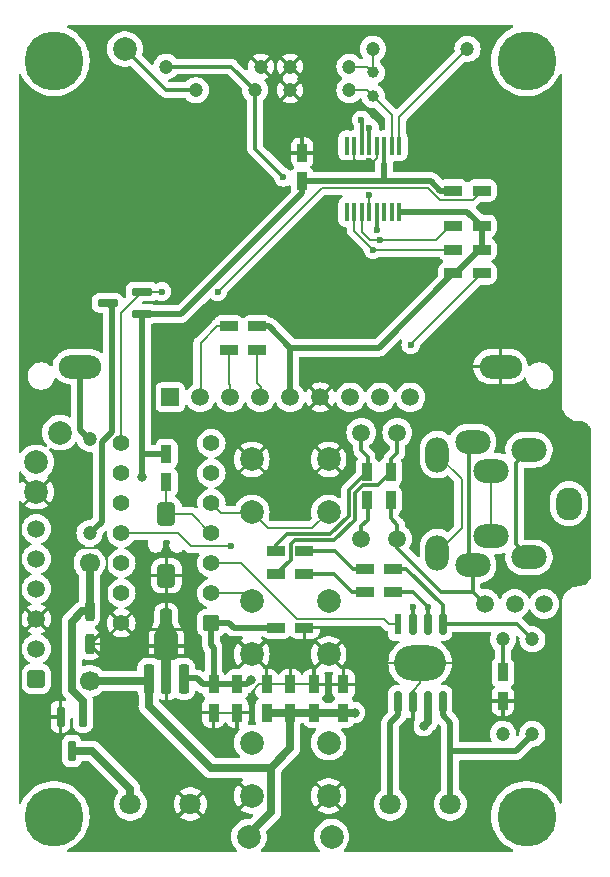
<source format=gbl>
G04 #@! TF.GenerationSoftware,KiCad,Pcbnew,7.0.8*
G04 #@! TF.CreationDate,2024-02-28T21:30:22+09:00*
G04 #@! TF.ProjectId,KT0913_Digital_Radio,4b543039-3133-45f4-9469-676974616c5f,rev?*
G04 #@! TF.SameCoordinates,Original*
G04 #@! TF.FileFunction,Copper,L2,Bot*
G04 #@! TF.FilePolarity,Positive*
%FSLAX46Y46*%
G04 Gerber Fmt 4.6, Leading zero omitted, Abs format (unit mm)*
G04 Created by KiCad (PCBNEW 7.0.8) date 2024-02-28 21:30:22*
%MOMM*%
%LPD*%
G01*
G04 APERTURE LIST*
G04 Aperture macros list*
%AMRoundRect*
0 Rectangle with rounded corners*
0 $1 Rounding radius*
0 $2 $3 $4 $5 $6 $7 $8 $9 X,Y pos of 4 corners*
0 Add a 4 corners polygon primitive as box body*
4,1,4,$2,$3,$4,$5,$6,$7,$8,$9,$2,$3,0*
0 Add four circle primitives for the rounded corners*
1,1,$1+$1,$2,$3*
1,1,$1+$1,$4,$5*
1,1,$1+$1,$6,$7*
1,1,$1+$1,$8,$9*
0 Add four rect primitives between the rounded corners*
20,1,$1+$1,$2,$3,$4,$5,0*
20,1,$1+$1,$4,$5,$6,$7,0*
20,1,$1+$1,$6,$7,$8,$9,0*
20,1,$1+$1,$8,$9,$2,$3,0*%
%AMOutline4P*
0 Free polygon, 4 corners , with rotation*
0 The origin of the aperture is its center*
0 number of corners: always 4*
0 $1 to $8 corner X, Y*
0 $9 Rotation angle, in degrees counterclockwise*
0 create outline with 4 corners*
4,1,4,$1,$2,$3,$4,$5,$6,$7,$8,$1,$2,$9*%
%AMFreePoly0*
4,1,21,-0.698500,0.419100,-0.677232,0.526022,-0.616666,0.616666,-0.526022,0.677232,-0.419100,0.698500,0.419100,0.698500,0.526022,0.677232,0.616666,0.616666,0.677232,0.526022,0.698500,0.419100,0.698500,-0.419100,0.677232,-0.526022,0.616666,-0.616666,0.526022,-0.677232,0.419100,-0.698500,-0.419100,-0.698500,-0.526022,-0.677232,-0.616666,-0.616666,-0.677232,-0.526022,-0.698500,-0.419100,
-0.698500,0.419100,-0.698500,0.419100,$1*%
%AMFreePoly1*
4,1,25,-0.750000,0.450000,-0.742031,0.518685,-0.697499,0.619541,-0.619541,0.697499,-0.518685,0.742031,-0.450000,0.750000,0.450000,0.750000,0.518685,0.742031,0.619541,0.697499,0.697499,0.619541,0.742031,0.518685,0.750000,0.450000,0.750000,-0.450000,0.742031,-0.518685,0.697499,-0.619541,0.619541,-0.697499,0.518685,-0.742031,0.450000,-0.750000,-0.450000,-0.750000,-0.518685,-0.742031,
-0.619541,-0.697499,-0.697499,-0.619541,-0.742031,-0.518685,-0.750000,-0.450000,-0.750000,0.450000,-0.750000,0.450000,$1*%
G04 Aperture macros list end*
G04 #@! TA.AperFunction,ComponentPad*
%ADD10FreePoly0,90.000000*%
G04 #@! TD*
G04 #@! TA.AperFunction,ComponentPad*
%ADD11C,1.397000*%
G04 #@! TD*
G04 #@! TA.AperFunction,ComponentPad*
%ADD12C,2.000000*%
G04 #@! TD*
G04 #@! TA.AperFunction,ComponentPad*
%ADD13C,5.000000*%
G04 #@! TD*
G04 #@! TA.AperFunction,ComponentPad*
%ADD14C,1.500000*%
G04 #@! TD*
G04 #@! TA.AperFunction,ComponentPad*
%ADD15C,1.200000*%
G04 #@! TD*
G04 #@! TA.AperFunction,ComponentPad*
%ADD16C,1.000000*%
G04 #@! TD*
G04 #@! TA.AperFunction,ComponentPad*
%ADD17C,1.800000*%
G04 #@! TD*
G04 #@! TA.AperFunction,ComponentPad*
%ADD18O,2.200000X2.800000*%
G04 #@! TD*
G04 #@! TA.AperFunction,ComponentPad*
%ADD19O,3.000000X2.000000*%
G04 #@! TD*
G04 #@! TA.AperFunction,ComponentPad*
%ADD20O,2.000000X3.000000*%
G04 #@! TD*
G04 #@! TA.AperFunction,ComponentPad*
%ADD21C,1.700000*%
G04 #@! TD*
G04 #@! TA.AperFunction,ComponentPad*
%ADD22R,1.500000X1.500000*%
G04 #@! TD*
G04 #@! TA.AperFunction,ComponentPad*
%ADD23O,3.600000X2.000000*%
G04 #@! TD*
G04 #@! TA.AperFunction,SMDPad,CuDef*
%ADD24RoundRect,0.230000X0.230000X-0.570000X0.230000X0.570000X-0.230000X0.570000X-0.230000X-0.570000X0*%
G04 #@! TD*
G04 #@! TA.AperFunction,SMDPad,CuDef*
%ADD25RoundRect,0.230000X0.570000X0.230000X-0.570000X0.230000X-0.570000X-0.230000X0.570000X-0.230000X0*%
G04 #@! TD*
G04 #@! TA.AperFunction,SMDPad,CuDef*
%ADD26RoundRect,0.230000X-0.570000X-0.230000X0.570000X-0.230000X0.570000X0.230000X-0.570000X0.230000X0*%
G04 #@! TD*
G04 #@! TA.AperFunction,SMDPad,CuDef*
%ADD27RoundRect,0.200000X-0.200000X0.650000X-0.200000X-0.650000X0.200000X-0.650000X0.200000X0.650000X0*%
G04 #@! TD*
G04 #@! TA.AperFunction,SMDPad,CuDef*
%ADD28RoundRect,0.230000X-0.230000X0.570000X-0.230000X-0.570000X0.230000X-0.570000X0.230000X0.570000X0*%
G04 #@! TD*
G04 #@! TA.AperFunction,SMDPad,CuDef*
%ADD29R,0.600000X1.800000*%
G04 #@! TD*
G04 #@! TA.AperFunction,SMDPad,CuDef*
%ADD30RoundRect,0.150000X-0.150000X0.750000X-0.150000X-0.750000X0.150000X-0.750000X0.150000X0.750000X0*%
G04 #@! TD*
G04 #@! TA.AperFunction,ComponentPad*
%ADD31O,4.400000X3.000000*%
G04 #@! TD*
G04 #@! TA.AperFunction,SMDPad,CuDef*
%ADD32RoundRect,0.100000X-0.100000X0.700000X-0.100000X-0.700000X0.100000X-0.700000X0.100000X0.700000X0*%
G04 #@! TD*
G04 #@! TA.AperFunction,ComponentPad*
%ADD33FreePoly1,90.000000*%
G04 #@! TD*
G04 #@! TA.AperFunction,SMDPad,CuDef*
%ADD34RoundRect,0.400000X-0.400000X0.600000X-0.400000X-0.600000X0.400000X-0.600000X0.400000X0.600000X0*%
G04 #@! TD*
G04 #@! TA.AperFunction,SMDPad,CuDef*
%ADD35RoundRect,0.162500X0.712500X0.162500X-0.712500X0.162500X-0.712500X-0.162500X0.712500X-0.162500X0*%
G04 #@! TD*
G04 #@! TA.AperFunction,SMDPad,CuDef*
%ADD36RoundRect,0.162500X-0.162500X0.712500X-0.162500X-0.712500X0.162500X-0.712500X0.162500X0.712500X0*%
G04 #@! TD*
G04 #@! TA.AperFunction,SMDPad,CuDef*
%ADD37RoundRect,0.270000X0.180000X0.980000X-0.180000X0.980000X-0.180000X-0.980000X0.180000X-0.980000X0*%
G04 #@! TD*
G04 #@! TA.AperFunction,SMDPad,CuDef*
%ADD38RoundRect,0.225000X0.225000X1.475000X-0.225000X1.475000X-0.225000X-1.475000X0.225000X-1.475000X0*%
G04 #@! TD*
G04 #@! TA.AperFunction,SMDPad,CuDef*
%ADD39RoundRect,0.270000X-0.730000X-0.030000X0.730000X-0.030000X0.730000X0.030000X-0.730000X0.030000X0*%
G04 #@! TD*
G04 #@! TA.AperFunction,SMDPad,CuDef*
%ADD40R,2.000000X1.850000*%
G04 #@! TD*
G04 #@! TA.AperFunction,SMDPad,CuDef*
%ADD41Outline4P,-0.500000X-0.500000X0.500000X-0.500000X1.000000X0.500000X-1.000000X0.500000X180.000000*%
G04 #@! TD*
G04 #@! TA.AperFunction,SMDPad,CuDef*
%ADD42RoundRect,0.250000X0.250000X1.150000X-0.250000X1.150000X-0.250000X-1.150000X0.250000X-1.150000X0*%
G04 #@! TD*
G04 #@! TA.AperFunction,ViaPad*
%ADD43C,0.600000*%
G04 #@! TD*
G04 #@! TA.AperFunction,ViaPad*
%ADD44C,0.800000*%
G04 #@! TD*
G04 #@! TA.AperFunction,Conductor*
%ADD45C,0.500000*%
G04 #@! TD*
G04 #@! TA.AperFunction,Conductor*
%ADD46C,0.200000*%
G04 #@! TD*
G04 #@! TA.AperFunction,Conductor*
%ADD47C,0.700000*%
G04 #@! TD*
G04 #@! TA.AperFunction,Conductor*
%ADD48C,0.300000*%
G04 #@! TD*
G04 APERTURE END LIST*
D10*
X116310000Y-100620000D03*
D11*
X116310000Y-98080000D03*
X116310000Y-95540000D03*
X116310000Y-93000000D03*
X116310000Y-90460000D03*
X116310000Y-87920000D03*
X116310000Y-85380000D03*
X108690000Y-85380000D03*
X108690000Y-87920000D03*
X108690000Y-90460000D03*
X108690000Y-93000000D03*
X108690000Y-95540000D03*
X108690000Y-98080000D03*
X108690000Y-100620000D03*
D12*
X119750000Y-98750000D03*
X126250000Y-98750000D03*
X119750000Y-103250000D03*
X126250000Y-103250000D03*
D13*
X143000000Y-53000000D03*
D12*
X109000000Y-52000000D03*
D14*
X139500000Y-99000000D03*
X142000000Y-99000000D03*
X144500000Y-99000000D03*
D13*
X103000000Y-117000000D03*
D12*
X101500000Y-87000000D03*
X119500000Y-118700000D03*
D15*
X143500000Y-110000000D03*
X143500000Y-102000000D03*
D14*
X132059921Y-93500000D03*
X132059921Y-84500000D03*
D12*
X119750000Y-110750000D03*
X126250000Y-110750000D03*
X119750000Y-115250000D03*
X126250000Y-115250000D03*
D14*
X129000000Y-93500000D03*
X129000000Y-84500000D03*
D16*
X130000000Y-54000000D03*
X130000000Y-56000000D03*
D15*
X138000000Y-52000000D03*
X130000000Y-52000000D03*
D12*
X103500000Y-84500000D03*
X126250000Y-91250000D03*
X119750000Y-91250000D03*
X126250000Y-86750000D03*
X119750000Y-86750000D03*
D13*
X143000000Y-117000000D03*
D15*
X120000000Y-55500000D03*
X115000000Y-55500000D03*
D17*
X109460000Y-115936000D03*
X114540000Y-115936000D03*
D12*
X101500000Y-89500000D03*
D18*
X146600000Y-90500000D03*
X146600000Y-90500000D03*
D19*
X143200000Y-85950000D03*
X143200000Y-95050000D03*
X138450000Y-85280000D03*
X138450000Y-95720000D03*
D20*
X135450000Y-86350000D03*
X135450000Y-94650000D03*
D19*
X140000000Y-87730000D03*
X140000000Y-93270000D03*
D21*
X106000000Y-95500000D03*
X106000000Y-105500000D03*
D13*
X103000000Y-53000000D03*
D15*
X123000000Y-53500000D03*
X128000000Y-53500000D03*
X123000000Y-55500000D03*
X128000000Y-55500000D03*
D22*
X112840000Y-81500000D03*
D14*
X115380000Y-81500000D03*
X117920000Y-81500000D03*
X120460000Y-81500000D03*
X123000000Y-81500000D03*
X125540000Y-81500000D03*
X128080000Y-81500000D03*
X130620000Y-81500000D03*
X133160000Y-81500000D03*
D23*
X105200000Y-78900000D03*
X140800000Y-78900000D03*
D15*
X141000000Y-102000000D03*
X141000000Y-110000000D03*
D12*
X126500000Y-118700000D03*
D15*
X120500000Y-53500000D03*
X112500000Y-53500000D03*
X106000000Y-85000000D03*
X106000000Y-93000000D03*
D24*
X112500000Y-88700000D03*
X112500000Y-86300000D03*
D25*
X139200000Y-64000000D03*
X136800000Y-64000000D03*
D26*
X117800000Y-77500000D03*
X120200000Y-77500000D03*
D25*
X139200000Y-69000000D03*
X136800000Y-69000000D03*
D26*
X121800000Y-96500000D03*
X124200000Y-96500000D03*
D27*
X106000000Y-99600000D03*
X106000000Y-102400000D03*
D28*
X124000000Y-60800000D03*
X124000000Y-63200000D03*
D29*
X132095000Y-100700000D03*
D30*
X133365000Y-100700000D03*
X134635000Y-100700000D03*
X135905000Y-100700000D03*
X135905000Y-107300000D03*
X134635000Y-107300000D03*
X133365000Y-107300000D03*
X132095000Y-107300000D03*
D31*
X134000000Y-104000000D03*
D32*
X127777500Y-60200000D03*
X128412500Y-60200000D03*
X129047500Y-60200000D03*
X129682500Y-60200000D03*
X130317500Y-60200000D03*
X130952500Y-60200000D03*
X131587500Y-60200000D03*
X132222500Y-60200000D03*
X132222500Y-65800000D03*
X131587500Y-65800000D03*
X130952500Y-65800000D03*
X130317500Y-65800000D03*
X129682500Y-65800000D03*
X129047500Y-65800000D03*
X128412500Y-65800000D03*
X127777500Y-65800000D03*
D28*
X116500000Y-105800000D03*
X116500000Y-108200000D03*
D25*
X139200000Y-71000000D03*
X136800000Y-71000000D03*
D33*
X101500000Y-105350000D03*
D14*
X101500000Y-102810000D03*
X101500000Y-100270000D03*
X101500000Y-97730000D03*
X101500000Y-95190000D03*
X101500000Y-92650000D03*
D28*
X118500000Y-105800000D03*
X118500000Y-108200000D03*
D24*
X121000000Y-108200000D03*
X121000000Y-105800000D03*
D25*
X131700000Y-96000000D03*
X129300000Y-96000000D03*
D24*
X131500000Y-90200000D03*
X131500000Y-87800000D03*
D34*
X112500000Y-91400000D03*
X112500000Y-96600000D03*
D24*
X129500000Y-90200000D03*
X129500000Y-87800000D03*
D28*
X127500000Y-105800000D03*
X127500000Y-108200000D03*
D17*
X136540000Y-115936000D03*
X131460000Y-115936000D03*
D25*
X139200000Y-67000000D03*
X136800000Y-67000000D03*
X131700000Y-98000000D03*
X129300000Y-98000000D03*
D24*
X123000000Y-108200000D03*
X123000000Y-105800000D03*
D35*
X110450000Y-72550000D03*
X110450000Y-74450000D03*
X107550000Y-73500000D03*
D28*
X141000000Y-104800000D03*
X141000000Y-107200000D03*
D36*
X103550000Y-108550000D03*
X105450000Y-108550000D03*
X104500000Y-111450000D03*
D26*
X121800000Y-101000000D03*
X124200000Y-101000000D03*
D25*
X120200000Y-75500000D03*
X117800000Y-75500000D03*
D37*
X114000000Y-105350000D03*
D38*
X112500000Y-104900000D03*
D39*
X112500000Y-103400000D03*
D40*
X112500000Y-102575000D03*
D41*
X112500000Y-101150000D03*
D42*
X112500000Y-100800000D03*
D37*
X111000000Y-105350000D03*
D28*
X125000000Y-105800000D03*
X125000000Y-108200000D03*
D26*
X121800000Y-94500000D03*
X124200000Y-94500000D03*
D43*
X129690000Y-64410000D03*
X125000000Y-72700000D03*
X141000000Y-96400000D03*
X114150000Y-96580000D03*
X129700000Y-61500000D03*
X131900000Y-78000000D03*
X116000000Y-110000000D03*
X121800000Y-60790000D03*
X143000000Y-89000000D03*
X108000000Y-110000000D03*
X112500000Y-103100000D03*
X140000000Y-60000000D03*
X105000000Y-65000000D03*
X135000000Y-89000000D03*
D44*
X134300000Y-109300000D03*
X128440000Y-108200000D03*
X110450000Y-88250000D03*
X119680000Y-105480000D03*
D43*
X116840000Y-72560000D03*
X112110000Y-72550000D03*
X130020500Y-69000000D03*
X130620000Y-68220000D03*
X133200000Y-77050000D03*
X122420000Y-62860000D03*
X130310000Y-67300000D03*
X129020000Y-58030000D03*
X129699500Y-58679500D03*
X133350000Y-99250000D03*
X134650000Y-99250000D03*
X118000000Y-94100000D03*
D45*
X110450000Y-88250000D02*
X110450000Y-74450000D01*
D46*
X116500000Y-108200000D02*
X119460000Y-108200000D01*
X129820000Y-111680000D02*
X129820000Y-105800000D01*
X110400000Y-101500000D02*
X110800000Y-101100000D01*
X126540000Y-61500000D02*
X125830000Y-60790000D01*
X128412500Y-60200000D02*
X128412500Y-61492500D01*
X125830000Y-60790000D02*
X123970000Y-60790000D01*
X126250000Y-115250000D02*
X129820000Y-111680000D01*
X124400000Y-82640000D02*
X124400000Y-84940000D01*
X133365000Y-107300000D02*
X133365000Y-109765000D01*
X123980000Y-60790000D02*
X123990000Y-60800000D01*
X127520000Y-104520000D02*
X127520000Y-105760000D01*
X109570000Y-101500000D02*
X110400000Y-101500000D01*
X140800000Y-78900000D02*
X128170000Y-78900000D01*
X106910000Y-102400000D02*
X106020000Y-102400000D01*
X112500000Y-96600000D02*
X112500000Y-100780000D01*
X134000000Y-105700000D02*
X133365000Y-106335000D01*
X128420000Y-61500000D02*
X126540000Y-61500000D01*
X119750000Y-103250000D02*
X121000000Y-104500000D01*
X121000000Y-105800000D02*
X123000000Y-105800000D01*
X120500000Y-53500000D02*
X121440000Y-52560000D01*
X130070000Y-61500000D02*
X129700000Y-61500000D01*
X134030000Y-105350000D02*
X134030000Y-104000000D01*
X112550000Y-96580000D02*
X112520000Y-96610000D01*
X108690000Y-100620000D02*
X107470000Y-99400000D01*
X123980000Y-60720000D02*
X123970000Y-60730000D01*
X124200000Y-101000000D02*
X124200000Y-102190000D01*
X103550000Y-102330000D02*
X101480000Y-100260000D01*
X129820000Y-105280000D02*
X129820000Y-105800000D01*
X125190000Y-102190000D02*
X124200000Y-102190000D01*
X126250000Y-103250000D02*
X127520000Y-104520000D01*
X112500000Y-100780000D02*
X112550000Y-100830000D01*
X103150000Y-91150000D02*
X101500000Y-89500000D01*
X121800000Y-60790000D02*
X123980000Y-60790000D01*
X140000000Y-107200000D02*
X141000000Y-107200000D01*
X130317500Y-60200000D02*
X130317500Y-61252500D01*
X129700000Y-61500000D02*
X128420000Y-61500000D01*
X134000000Y-104000000D02*
X134000000Y-105700000D01*
X121560000Y-84940000D02*
X124400000Y-84940000D01*
X124200000Y-102190000D02*
X120770000Y-102190000D01*
X123000000Y-55500000D02*
X123980000Y-56480000D01*
X114150000Y-96580000D02*
X112550000Y-96580000D01*
X113460000Y-108230000D02*
X116500000Y-108230000D01*
X120770000Y-102190000D02*
X119760000Y-103200000D01*
X119730000Y-106440000D02*
X120370000Y-105800000D01*
X103150000Y-98680000D02*
X101560000Y-100270000D01*
X103550000Y-108550000D02*
X103550000Y-102330000D01*
X125540000Y-81500000D02*
X124400000Y-82640000D01*
X110800000Y-101100000D02*
X111990000Y-101100000D01*
X119460000Y-108200000D02*
X119730000Y-107930000D01*
X108690000Y-100620000D02*
X106910000Y-102400000D01*
X112500000Y-107270000D02*
X113460000Y-108230000D01*
X121440000Y-52560000D02*
X122030000Y-52560000D01*
X129682500Y-64417500D02*
X129690000Y-64410000D01*
X119730000Y-107930000D02*
X119730000Y-106440000D01*
X128170000Y-78900000D02*
X125530000Y-81540000D01*
X136800000Y-104000000D02*
X140000000Y-107200000D01*
X131100000Y-104000000D02*
X129820000Y-105280000D01*
X120370000Y-105800000D02*
X121000000Y-105800000D01*
X134000000Y-104000000D02*
X131100000Y-104000000D01*
X123740000Y-54790000D02*
X122970000Y-55560000D01*
X103150000Y-95200000D02*
X103150000Y-91150000D01*
X124400000Y-84940000D02*
X126210000Y-86750000D01*
X121000000Y-104500000D02*
X121000000Y-105790000D01*
X134000000Y-104000000D02*
X136800000Y-104000000D01*
X111990000Y-101100000D02*
X112500000Y-100590000D01*
X112500000Y-104900000D02*
X112500000Y-107270000D01*
X123000000Y-53500000D02*
X123740000Y-54240000D01*
X107470000Y-95070000D02*
X106700000Y-94300000D01*
X130317500Y-61252500D02*
X130070000Y-61500000D01*
X107470000Y-99400000D02*
X107470000Y-95070000D01*
X119750000Y-86750000D02*
X121560000Y-84940000D01*
X103150000Y-97480000D02*
X103150000Y-95200000D01*
X128412500Y-61492500D02*
X128420000Y-61500000D01*
X122030000Y-52560000D02*
X123000000Y-53530000D01*
X133365000Y-106335000D02*
X133365000Y-107300000D01*
X129682500Y-65800000D02*
X129682500Y-64417500D01*
X106700000Y-94300000D02*
X103150000Y-94300000D01*
X126250000Y-103250000D02*
X125190000Y-102190000D01*
X108690000Y-100620000D02*
X109570000Y-101500000D01*
X129820000Y-105800000D02*
X123000000Y-105800000D01*
X123740000Y-54240000D02*
X123740000Y-54790000D01*
X103150000Y-97480000D02*
X103150000Y-98680000D01*
X123980000Y-56480000D02*
X123980000Y-60720000D01*
D47*
X121400000Y-112900000D02*
X121350000Y-112850000D01*
X123000000Y-108200000D02*
X125000000Y-108200000D01*
X121350000Y-112850000D02*
X121300000Y-112900000D01*
X134635000Y-107300000D02*
X134635000Y-108965000D01*
X125000000Y-108200000D02*
X127500000Y-108200000D01*
X110900000Y-105500000D02*
X111000000Y-105400000D01*
X119500000Y-118500000D02*
X121400000Y-116600000D01*
X121350000Y-112850000D02*
X123000000Y-111200000D01*
X116300000Y-112900000D02*
X111000000Y-107600000D01*
X111000000Y-107600000D02*
X111000000Y-105350000D01*
X121300000Y-112900000D02*
X116300000Y-112900000D01*
X121400000Y-116600000D02*
X121400000Y-112900000D01*
X128440000Y-108200000D02*
X127500000Y-108200000D01*
X121000000Y-108200000D02*
X123000000Y-108200000D01*
X134635000Y-108965000D02*
X134300000Y-109300000D01*
X106000000Y-105500000D02*
X110900000Y-105500000D01*
X123000000Y-111200000D02*
X123000000Y-108100000D01*
D45*
X118200000Y-101000000D02*
X121800000Y-101000000D01*
X116500000Y-102700000D02*
X116500000Y-105800000D01*
X130960000Y-63200000D02*
X134900000Y-63200000D01*
X130940000Y-63160000D02*
X130940000Y-61730000D01*
X116310000Y-101890000D02*
X116310000Y-102510000D01*
X135700000Y-64000000D02*
X136800000Y-64000000D01*
X118500000Y-105800000D02*
X119360000Y-105800000D01*
X124000000Y-64200000D02*
X113750000Y-74450000D01*
X115600000Y-105800000D02*
X115100000Y-105300000D01*
X116310000Y-100620000D02*
X117820000Y-100620000D01*
D48*
X130940000Y-60280000D02*
X130900000Y-60240000D01*
D45*
X110566593Y-86300000D02*
X112210000Y-86300000D01*
X116310000Y-102510000D02*
X116500000Y-102700000D01*
X116500000Y-105800000D02*
X115600000Y-105800000D01*
X134900000Y-63200000D02*
X135700000Y-64000000D01*
D48*
X130940000Y-61730000D02*
X130940000Y-60280000D01*
D45*
X124000000Y-63200000D02*
X130900000Y-63200000D01*
X119360000Y-105800000D02*
X119680000Y-105480000D01*
X117820000Y-100620000D02*
X118200000Y-101000000D01*
X124000000Y-63200000D02*
X124000000Y-64200000D01*
X115100000Y-105300000D02*
X114000000Y-105300000D01*
X112476593Y-86523407D02*
X112490000Y-86510000D01*
X116500000Y-105800000D02*
X118500000Y-105800000D01*
X116310000Y-100620000D02*
X116310000Y-101890000D01*
X113750000Y-74450000D02*
X110500000Y-74450000D01*
D46*
X131587500Y-60200000D02*
X131587500Y-57587500D01*
X129500000Y-55500000D02*
X130000000Y-56000000D01*
X131587500Y-57587500D02*
X130000000Y-56000000D01*
X128000000Y-55500000D02*
X129500000Y-55500000D01*
D48*
X124200000Y-96500000D02*
X126700000Y-96500000D01*
X126850000Y-96650000D02*
X128200000Y-98000000D01*
X128200000Y-98000000D02*
X129300000Y-98000000D01*
X126700000Y-96500000D02*
X126850000Y-96650000D01*
X128300000Y-96000000D02*
X126900000Y-94600000D01*
X126800000Y-94500000D02*
X126900000Y-94600000D01*
X124200000Y-94500000D02*
X126800000Y-94500000D01*
X129300000Y-96000000D02*
X128300000Y-96000000D01*
D45*
X139200000Y-67000000D02*
X138000000Y-65800000D01*
X121200000Y-75500000D02*
X123000000Y-77300000D01*
X136990000Y-71000000D02*
X136800000Y-71000000D01*
X120200000Y-75500000D02*
X121200000Y-75500000D01*
X139200000Y-69000000D02*
X138990000Y-69000000D01*
X136800000Y-71000000D02*
X130500000Y-77300000D01*
X123000000Y-77300000D02*
X130500000Y-77300000D01*
X138990000Y-69000000D02*
X136990000Y-71000000D01*
X123000000Y-77300000D02*
X123000000Y-81500000D01*
X138000000Y-65800000D02*
X132300000Y-65800000D01*
X139200000Y-67000000D02*
X139200000Y-69000000D01*
D46*
X117800000Y-75500000D02*
X116800000Y-75500000D01*
X115400000Y-76900000D02*
X115400000Y-81500000D01*
X116800000Y-75500000D02*
X115400000Y-76900000D01*
X117900000Y-80500000D02*
X117900000Y-81500000D01*
X117800000Y-77500000D02*
X117800000Y-80400000D01*
X117800000Y-80400000D02*
X117900000Y-80500000D01*
X120500000Y-80600000D02*
X120500000Y-81500000D01*
X120200000Y-77500000D02*
X120200000Y-80300000D01*
X120200000Y-80300000D02*
X120500000Y-80600000D01*
X112500000Y-88700000D02*
X112500000Y-91400000D01*
X114650000Y-91400000D02*
X116240000Y-92990000D01*
X112500000Y-91400000D02*
X114650000Y-91400000D01*
X135450000Y-86350000D02*
X137500000Y-88400000D01*
X137500000Y-92600000D02*
X135450000Y-94650000D01*
X135450000Y-94650000D02*
X135500000Y-94700000D01*
X137500000Y-88400000D02*
X137500000Y-92600000D01*
X140000000Y-87730000D02*
X140000000Y-93300000D01*
X108690000Y-74330000D02*
X110420000Y-72600000D01*
X125650000Y-63750000D02*
X134672182Y-63750000D01*
X110450000Y-72550000D02*
X112110000Y-72550000D01*
X134672182Y-63750000D02*
X135682182Y-64760000D01*
X108690000Y-85380000D02*
X108690000Y-74330000D01*
X138440000Y-64760000D02*
X139200000Y-64000000D01*
X135682182Y-64760000D02*
X138440000Y-64760000D01*
X116840000Y-72560000D02*
X125650000Y-63750000D01*
D45*
X107020000Y-85300000D02*
X107020000Y-92020000D01*
X107875000Y-84445000D02*
X107020000Y-85300000D01*
X107550000Y-73500000D02*
X107875000Y-73825000D01*
X107875000Y-73825000D02*
X107875000Y-84445000D01*
X107020000Y-92020000D02*
X106040000Y-93000000D01*
X135905000Y-107300000D02*
X135905000Y-108405000D01*
X135905000Y-108405000D02*
X136540000Y-109040000D01*
X136540000Y-111450000D02*
X142100000Y-111450000D01*
X136540000Y-109040000D02*
X136540000Y-111450000D01*
X142100000Y-111450000D02*
X143550000Y-110000000D01*
X136540000Y-111450000D02*
X136540000Y-115936000D01*
D46*
X132222500Y-60200000D02*
X132222500Y-57777500D01*
X132222500Y-57777500D02*
X138000000Y-52000000D01*
D45*
X105200000Y-84270000D02*
X105940000Y-85010000D01*
X105200000Y-78900000D02*
X105200000Y-84270000D01*
D46*
X130000000Y-69000000D02*
X128400000Y-67400000D01*
X128400000Y-67400000D02*
X128400000Y-65800000D01*
X136800000Y-69000000D02*
X130000000Y-69000000D01*
X135300000Y-68200000D02*
X136600000Y-66900000D01*
X136600000Y-66900000D02*
X136800000Y-66900000D01*
X129047500Y-65800000D02*
X129047500Y-67467500D01*
X129047500Y-67467500D02*
X129780000Y-68200000D01*
X129780000Y-68200000D02*
X135300000Y-68200000D01*
X133200000Y-77000000D02*
X139200000Y-71000000D01*
X133150000Y-77050000D02*
X133200000Y-77050000D01*
X133200000Y-77050000D02*
X133200000Y-77000000D01*
X133160000Y-77040000D02*
X133150000Y-77050000D01*
D45*
X132095000Y-107300000D02*
X132095000Y-108405000D01*
X132095000Y-108405000D02*
X131460000Y-109040000D01*
X131460000Y-115936000D02*
X131460000Y-109040000D01*
D46*
X131350000Y-100700000D02*
X130890000Y-100240000D01*
X118850000Y-95550000D02*
X116300000Y-95550000D01*
X123540000Y-100240000D02*
X118850000Y-95550000D01*
X132095000Y-100700000D02*
X131350000Y-100700000D01*
X130890000Y-100240000D02*
X123540000Y-100240000D01*
X129500000Y-53500000D02*
X130000000Y-54000000D01*
X130000000Y-54000000D02*
X130000000Y-52000000D01*
X128000000Y-53500000D02*
X129500000Y-53500000D01*
D48*
X130310000Y-65890000D02*
X130350000Y-65850000D01*
X122420000Y-62860000D02*
X120000000Y-60440000D01*
X120000000Y-55500000D02*
X118000000Y-53500000D01*
X130310000Y-67300000D02*
X130310000Y-65890000D01*
X118000000Y-53500000D02*
X112500000Y-53500000D01*
X120000000Y-60440000D02*
X120000000Y-55500000D01*
X112500000Y-55500000D02*
X109000000Y-52000000D01*
X115000000Y-55500000D02*
X112500000Y-55500000D01*
X121800000Y-96500000D02*
X123050000Y-95250000D01*
X123050000Y-93950000D02*
X123400000Y-93600000D01*
X129129754Y-88950000D02*
X130400000Y-88950000D01*
X128450000Y-89629754D02*
X129129754Y-88950000D01*
X130400000Y-88950000D02*
X131500000Y-87850000D01*
X132059921Y-84500000D02*
X132059921Y-86190079D01*
X129050000Y-58060000D02*
X129050000Y-60150000D01*
X128450000Y-91880000D02*
X128450000Y-89629754D01*
X123050000Y-95250000D02*
X123050000Y-93950000D01*
X129020000Y-58030000D02*
X129050000Y-58060000D01*
X123400000Y-93600000D02*
X126730000Y-93600000D01*
X132059921Y-86190079D02*
X131550000Y-86700000D01*
X126730000Y-93600000D02*
X128450000Y-91880000D01*
X131550000Y-86700000D02*
X131550000Y-87750000D01*
X129000000Y-86000000D02*
X129550000Y-86550000D01*
X129699500Y-58679500D02*
X129700000Y-58680000D01*
X126400000Y-93100000D02*
X127950000Y-91550000D01*
X121800000Y-94500000D02*
X121800000Y-94000000D01*
X127950000Y-91550000D02*
X127950000Y-89350000D01*
X129000000Y-84500000D02*
X129000000Y-86000000D01*
X127950000Y-89350000D02*
X129500000Y-87800000D01*
X129550000Y-86550000D02*
X129550000Y-87650000D01*
X122700000Y-93100000D02*
X126400000Y-93100000D01*
X129700000Y-58680000D02*
X129700000Y-60200000D01*
X121800000Y-94000000D02*
X122700000Y-93100000D01*
X132059921Y-94250000D02*
X135759921Y-97950000D01*
X135759921Y-97950000D02*
X138450000Y-97950000D01*
X132059921Y-93500000D02*
X132059921Y-94250000D01*
X138450000Y-95720000D02*
X138450000Y-97950000D01*
X138450000Y-85280000D02*
X138100000Y-85630000D01*
X131500000Y-90200000D02*
X131500000Y-91750000D01*
X132059921Y-92309921D02*
X132059921Y-93500000D01*
X138100000Y-95350000D02*
X138450000Y-95700000D01*
X138100000Y-85630000D02*
X138100000Y-95350000D01*
X138450000Y-97950000D02*
X139500000Y-99000000D01*
X131500000Y-91750000D02*
X132059921Y-92309921D01*
X129000000Y-93500000D02*
X129000000Y-92400000D01*
X143200000Y-85950000D02*
X142100000Y-87050000D01*
X129550000Y-91850000D02*
X129550000Y-90200000D01*
X142100000Y-87050000D02*
X142100000Y-93900000D01*
X142100000Y-93900000D02*
X143200000Y-95000000D01*
X129000000Y-92400000D02*
X129550000Y-91850000D01*
X133365000Y-100700000D02*
X133365000Y-99265000D01*
X141000000Y-102000000D02*
X141000000Y-103400000D01*
X141000000Y-103400000D02*
X141000000Y-104800000D01*
X133365000Y-99265000D02*
X133350000Y-99250000D01*
X140965000Y-103365000D02*
X141000000Y-103400000D01*
X143500000Y-102000000D02*
X142200000Y-100700000D01*
X135905000Y-100700000D02*
X135905000Y-99105000D01*
X135905000Y-99105000D02*
X132800000Y-96000000D01*
X132800000Y-96000000D02*
X131650000Y-96000000D01*
X142200000Y-100700000D02*
X136000000Y-100700000D01*
X134650000Y-99250000D02*
X134650000Y-100650000D01*
X131700000Y-98000000D02*
X133400000Y-98000000D01*
X133400000Y-98000000D02*
X134650000Y-99250000D01*
D47*
X109450000Y-114650000D02*
X109450000Y-115900000D01*
X106250000Y-111450000D02*
X109450000Y-114650000D01*
X104500000Y-111450000D02*
X106250000Y-111450000D01*
D46*
X116310000Y-98080000D02*
X119080000Y-98080000D01*
X119080000Y-98080000D02*
X119750000Y-98750000D01*
X119750000Y-91250000D02*
X121100000Y-92600000D01*
X121100000Y-92600000D02*
X124860000Y-92600000D01*
X116310000Y-90460000D02*
X117150000Y-91300000D01*
X124860000Y-92600000D02*
X126200000Y-91260000D01*
X117150000Y-91300000D02*
X119750000Y-91300000D01*
X114560660Y-94100000D02*
X113460660Y-93000000D01*
X118000000Y-94100000D02*
X114560660Y-94100000D01*
X113460660Y-93000000D02*
X108700000Y-93000000D01*
D47*
X104500000Y-106300000D02*
X104500000Y-100500000D01*
X105400000Y-99600000D02*
X106000000Y-99600000D01*
X106000000Y-99600000D02*
X106000000Y-95500000D01*
X104500000Y-100500000D02*
X105400000Y-99600000D01*
X105450000Y-108550000D02*
X105450000Y-107250000D01*
X105450000Y-107250000D02*
X104500000Y-106300000D01*
G04 #@! TA.AperFunction,Conductor*
G36*
X104926183Y-85319443D02*
G01*
X104963514Y-85378502D01*
X104963941Y-85379999D01*
X104969419Y-85399252D01*
X104969422Y-85399260D01*
X105060327Y-85581821D01*
X105183237Y-85744581D01*
X105333958Y-85881980D01*
X105333960Y-85881982D01*
X105350563Y-85892262D01*
X105507363Y-85989348D01*
X105697544Y-86063024D01*
X105898024Y-86100500D01*
X105898026Y-86100500D01*
X106101974Y-86100500D01*
X106101976Y-86100500D01*
X106122714Y-86096623D01*
X106192227Y-86103652D01*
X106246906Y-86147148D01*
X106269390Y-86213301D01*
X106269500Y-86218511D01*
X106269500Y-91657770D01*
X106249815Y-91724809D01*
X106233181Y-91745451D01*
X106115451Y-91863181D01*
X106054128Y-91896666D01*
X106027770Y-91899500D01*
X105898024Y-91899500D01*
X105697544Y-91936976D01*
X105697541Y-91936976D01*
X105697541Y-91936977D01*
X105507364Y-92010651D01*
X105507357Y-92010655D01*
X105333960Y-92118017D01*
X105333958Y-92118019D01*
X105183237Y-92255418D01*
X105060327Y-92418178D01*
X104969422Y-92600739D01*
X104969417Y-92600752D01*
X104913602Y-92796917D01*
X104894785Y-92999999D01*
X104894785Y-93000000D01*
X104913602Y-93203082D01*
X104969417Y-93399247D01*
X104969422Y-93399260D01*
X105060327Y-93581821D01*
X105183237Y-93744581D01*
X105333958Y-93881980D01*
X105333960Y-93881982D01*
X105396565Y-93920745D01*
X105507363Y-93989348D01*
X105507368Y-93989349D01*
X105507370Y-93989351D01*
X105529268Y-93997834D01*
X105584670Y-94040406D01*
X105608262Y-94106172D01*
X105592552Y-94174253D01*
X105542529Y-94223032D01*
X105536881Y-94225843D01*
X105322171Y-94325964D01*
X105322169Y-94325965D01*
X105128597Y-94461505D01*
X104961505Y-94628597D01*
X104825965Y-94822169D01*
X104825964Y-94822171D01*
X104726098Y-95036335D01*
X104726094Y-95036344D01*
X104664938Y-95264586D01*
X104664936Y-95264596D01*
X104644341Y-95499999D01*
X104644341Y-95500000D01*
X104664936Y-95735403D01*
X104664938Y-95735413D01*
X104726094Y-95963655D01*
X104726096Y-95963659D01*
X104726097Y-95963663D01*
X104813733Y-96151598D01*
X104825965Y-96177830D01*
X104825967Y-96177834D01*
X104881917Y-96257738D01*
X104960226Y-96369575D01*
X104961501Y-96371395D01*
X104961506Y-96371402D01*
X105113181Y-96523077D01*
X105146666Y-96584400D01*
X105149500Y-96610758D01*
X105149500Y-98664054D01*
X105143885Y-98700944D01*
X105132117Y-98738709D01*
X105093380Y-98796857D01*
X105053328Y-98819327D01*
X105040782Y-98823554D01*
X105039920Y-98823953D01*
X105020721Y-98833152D01*
X105019881Y-98833569D01*
X104951659Y-98877176D01*
X104882268Y-98918927D01*
X104881489Y-98919519D01*
X104864764Y-98932595D01*
X104864013Y-98933198D01*
X104806768Y-98990442D01*
X104747956Y-99046153D01*
X104747346Y-99046871D01*
X104733091Y-99064119D01*
X103924830Y-99872380D01*
X103921127Y-99875794D01*
X103883386Y-99907853D01*
X103878898Y-99911665D01*
X103829909Y-99976108D01*
X103779155Y-100039249D01*
X103778649Y-100040041D01*
X103767469Y-100058066D01*
X103766944Y-100058938D01*
X103732939Y-100132439D01*
X103696963Y-100204980D01*
X103696582Y-100206017D01*
X103689580Y-100225906D01*
X103689267Y-100226833D01*
X103671858Y-100305926D01*
X103652314Y-100384513D01*
X103652191Y-100385416D01*
X103649607Y-100406516D01*
X103649500Y-100407501D01*
X103649500Y-100488468D01*
X103647306Y-100569438D01*
X103647389Y-100570447D01*
X103649500Y-100592649D01*
X103649500Y-106262911D01*
X103649295Y-106267945D01*
X103644798Y-106323163D01*
X103655729Y-106403392D01*
X103664486Y-106483913D01*
X103664710Y-106484930D01*
X103669525Y-106505473D01*
X103669773Y-106506470D01*
X103686770Y-106552734D01*
X103697700Y-106582486D01*
X103716240Y-106637510D01*
X103723557Y-106659223D01*
X103724001Y-106660185D01*
X103733146Y-106679266D01*
X103733564Y-106680109D01*
X103733567Y-106680114D01*
X103733568Y-106680116D01*
X103753389Y-106711126D01*
X103777184Y-106748353D01*
X103818930Y-106817736D01*
X103819538Y-106818536D01*
X103832578Y-106835216D01*
X103833201Y-106835991D01*
X103890458Y-106893248D01*
X103946149Y-106952040D01*
X103946950Y-106952720D01*
X103964118Y-106966907D01*
X103978930Y-106981719D01*
X104012415Y-107043042D01*
X104007431Y-107112734D01*
X103965559Y-107168667D01*
X103900095Y-107193084D01*
X103854360Y-107187786D01*
X103832794Y-107181066D01*
X103766043Y-107175000D01*
X103700000Y-107175000D01*
X103700000Y-109925000D01*
X103766043Y-109925000D01*
X103832792Y-109918934D01*
X103986396Y-109871070D01*
X104124080Y-109787836D01*
X104237836Y-109674080D01*
X104321070Y-109536396D01*
X104368934Y-109382792D01*
X104375000Y-109316043D01*
X104375000Y-108779507D01*
X104394685Y-108712468D01*
X104447489Y-108666713D01*
X104516647Y-108656769D01*
X104580203Y-108685794D01*
X104616509Y-108739915D01*
X104618009Y-108744367D01*
X104624500Y-108783959D01*
X104624500Y-109316098D01*
X104630568Y-109382882D01*
X104630571Y-109382893D01*
X104678467Y-109536598D01*
X104678468Y-109536600D01*
X104678469Y-109536602D01*
X104751169Y-109656861D01*
X104761766Y-109674391D01*
X104875608Y-109788233D01*
X104875610Y-109788234D01*
X104875612Y-109788236D01*
X105013398Y-109871531D01*
X105167113Y-109919430D01*
X105233909Y-109925500D01*
X105666090Y-109925499D01*
X105666098Y-109925499D01*
X105732882Y-109919431D01*
X105732885Y-109919430D01*
X105732887Y-109919430D01*
X105886602Y-109871531D01*
X106024388Y-109788236D01*
X106138236Y-109674388D01*
X106221531Y-109536602D01*
X106269430Y-109382887D01*
X106275500Y-109316091D01*
X106275499Y-108769561D01*
X106278398Y-108742905D01*
X106280751Y-108732216D01*
X106300500Y-108642497D01*
X106300500Y-107287087D01*
X106300705Y-107282052D01*
X106305201Y-107226836D01*
X106304638Y-107222707D01*
X106294270Y-107146607D01*
X106285514Y-107066090D01*
X106285513Y-107066088D01*
X106285513Y-107066084D01*
X106285280Y-107065026D01*
X106280497Y-107044621D01*
X106280227Y-107043532D01*
X106253293Y-106970218D01*
X106248652Y-106900502D01*
X106282439Y-106839345D01*
X106337593Y-106807682D01*
X106408226Y-106788757D01*
X106463653Y-106773906D01*
X106463654Y-106773905D01*
X106463663Y-106773903D01*
X106677830Y-106674035D01*
X106871401Y-106538495D01*
X107023078Y-106386818D01*
X107084401Y-106353334D01*
X107110759Y-106350500D01*
X109936122Y-106350500D01*
X110003161Y-106370185D01*
X110048916Y-106422989D01*
X110059342Y-106460615D01*
X110063209Y-106494939D01*
X110064065Y-106502538D01*
X110121411Y-106666424D01*
X110130492Y-106680876D01*
X110149500Y-106746850D01*
X110149500Y-107562911D01*
X110149295Y-107567945D01*
X110144798Y-107623163D01*
X110155729Y-107703392D01*
X110164486Y-107783913D01*
X110164710Y-107784930D01*
X110169525Y-107805473D01*
X110169773Y-107806470D01*
X110197700Y-107882486D01*
X110223557Y-107959223D01*
X110224001Y-107960185D01*
X110233146Y-107979266D01*
X110233564Y-107980109D01*
X110277184Y-108048353D01*
X110318930Y-108117736D01*
X110319538Y-108118536D01*
X110332578Y-108135216D01*
X110333201Y-108135991D01*
X110390459Y-108193249D01*
X110446152Y-108252042D01*
X110446983Y-108252747D01*
X110464119Y-108266908D01*
X115672385Y-113475173D01*
X115675788Y-113478865D01*
X115711663Y-113521100D01*
X115776119Y-113570098D01*
X115839246Y-113620842D01*
X115839247Y-113620842D01*
X115839248Y-113620843D01*
X115840211Y-113621459D01*
X115857969Y-113632473D01*
X115858931Y-113633051D01*
X115858933Y-113633052D01*
X115858936Y-113633054D01*
X115932422Y-113667052D01*
X116004983Y-113703039D01*
X116006019Y-113703419D01*
X116025853Y-113710402D01*
X116026835Y-113710733D01*
X116105916Y-113728139D01*
X116184506Y-113747684D01*
X116184510Y-113747684D01*
X116184514Y-113747685D01*
X116185604Y-113747833D01*
X116206375Y-113750377D01*
X116207502Y-113750499D01*
X116207503Y-113750500D01*
X116207504Y-113750500D01*
X116288469Y-113750500D01*
X116369432Y-113752693D01*
X116369432Y-113752692D01*
X116369435Y-113752693D01*
X116370479Y-113752608D01*
X116392648Y-113750500D01*
X118879558Y-113750500D01*
X118946597Y-113770185D01*
X118992352Y-113822989D01*
X119002296Y-113892147D01*
X118973271Y-113955703D01*
X118938576Y-113983555D01*
X118926764Y-113989947D01*
X118800418Y-114088285D01*
X118800418Y-114088286D01*
X119442105Y-114729973D01*
X119322075Y-114822075D01*
X119229973Y-114942104D01*
X118586753Y-114298884D01*
X118586752Y-114298884D01*
X118562237Y-114325516D01*
X118426266Y-114533635D01*
X118326412Y-114761282D01*
X118265387Y-115002261D01*
X118265385Y-115002270D01*
X118244859Y-115249994D01*
X118244859Y-115250005D01*
X118265385Y-115497729D01*
X118265387Y-115497738D01*
X118326412Y-115738717D01*
X118426267Y-115966367D01*
X118562227Y-116174470D01*
X118586753Y-116201113D01*
X119229972Y-115557894D01*
X119322075Y-115677925D01*
X119442103Y-115770026D01*
X118800418Y-116411712D01*
X118926768Y-116510055D01*
X118926771Y-116510057D01*
X119145385Y-116628364D01*
X119145396Y-116628369D01*
X119380506Y-116709083D01*
X119625707Y-116750000D01*
X119747849Y-116750000D01*
X119814888Y-116769685D01*
X119860643Y-116822489D01*
X119870587Y-116891647D01*
X119841562Y-116955203D01*
X119835530Y-116961681D01*
X119634030Y-117163181D01*
X119572707Y-117196666D01*
X119546349Y-117199500D01*
X119375665Y-117199500D01*
X119130383Y-117240429D01*
X118895197Y-117321169D01*
X118895188Y-117321172D01*
X118676493Y-117439524D01*
X118480257Y-117592261D01*
X118311833Y-117775217D01*
X118175826Y-117983393D01*
X118075936Y-118211118D01*
X118014892Y-118452175D01*
X118014890Y-118452187D01*
X117994357Y-118699994D01*
X117994357Y-118700005D01*
X118014890Y-118947812D01*
X118014892Y-118947824D01*
X118075936Y-119188881D01*
X118175826Y-119416606D01*
X118311833Y-119624782D01*
X118360027Y-119677134D01*
X118438694Y-119762590D01*
X118465324Y-119791517D01*
X118496246Y-119854172D01*
X118488386Y-119923598D01*
X118444239Y-119977753D01*
X118377821Y-119999444D01*
X118374094Y-119999500D01*
X104235057Y-119999500D01*
X104168018Y-119979815D01*
X104122263Y-119927011D01*
X104112319Y-119857853D01*
X104141344Y-119794297D01*
X104187660Y-119762409D01*
X104187141Y-119761205D01*
X104190436Y-119759782D01*
X104190451Y-119759777D01*
X104502793Y-119602913D01*
X104794811Y-119410849D01*
X105062558Y-119186183D01*
X105302412Y-118931953D01*
X105511130Y-118651596D01*
X105685889Y-118348904D01*
X105824326Y-118027971D01*
X105924569Y-117693136D01*
X105985262Y-117348927D01*
X106005585Y-117000000D01*
X105985262Y-116651073D01*
X105977112Y-116604849D01*
X105924571Y-116306872D01*
X105924569Y-116306865D01*
X105924569Y-116306864D01*
X105824326Y-115972029D01*
X105685889Y-115651096D01*
X105511130Y-115348404D01*
X105511129Y-115348402D01*
X105302415Y-115068050D01*
X105302410Y-115068044D01*
X105150217Y-114906730D01*
X105062558Y-114813817D01*
X104866756Y-114649520D01*
X104794813Y-114589152D01*
X104794805Y-114589146D01*
X104502796Y-114397088D01*
X104190458Y-114240226D01*
X104190452Y-114240223D01*
X103862012Y-114120681D01*
X103862009Y-114120680D01*
X103521915Y-114040077D01*
X103478519Y-114035004D01*
X103174759Y-113999500D01*
X102825241Y-113999500D01*
X102521480Y-114035004D01*
X102478085Y-114040077D01*
X102478083Y-114040077D01*
X102137990Y-114120680D01*
X102137987Y-114120681D01*
X101809547Y-114240223D01*
X101809541Y-114240226D01*
X101497203Y-114397088D01*
X101205194Y-114589146D01*
X101205186Y-114589152D01*
X100937442Y-114813817D01*
X100937440Y-114813819D01*
X100697589Y-115068044D01*
X100697584Y-115068050D01*
X100488870Y-115348402D01*
X100314113Y-115651091D01*
X100314107Y-115651104D01*
X100238359Y-115826708D01*
X100193731Y-115880468D01*
X100127123Y-115901566D01*
X100059682Y-115883304D01*
X100012820Y-115831480D01*
X100000500Y-115777594D01*
X100000500Y-111403685D01*
X103645740Y-111403685D01*
X103655754Y-111588406D01*
X103669981Y-111639646D01*
X103674500Y-111672818D01*
X103674500Y-112216098D01*
X103680568Y-112282882D01*
X103680571Y-112282893D01*
X103728467Y-112436598D01*
X103811766Y-112574391D01*
X103925608Y-112688233D01*
X103925610Y-112688234D01*
X103925612Y-112688236D01*
X104063398Y-112771531D01*
X104217113Y-112819430D01*
X104283909Y-112825500D01*
X104716090Y-112825499D01*
X104716098Y-112825499D01*
X104782882Y-112819431D01*
X104782885Y-112819430D01*
X104782887Y-112819430D01*
X104936602Y-112771531D01*
X105074388Y-112688236D01*
X105188236Y-112574388D01*
X105271531Y-112436602D01*
X105276500Y-112420654D01*
X105286798Y-112387610D01*
X105325535Y-112329462D01*
X105389561Y-112301488D01*
X105405183Y-112300500D01*
X105846349Y-112300500D01*
X105913388Y-112320185D01*
X105934030Y-112336819D01*
X108419811Y-114822600D01*
X108453296Y-114883923D01*
X108448312Y-114953615D01*
X108423361Y-114994263D01*
X108351019Y-115072849D01*
X108224075Y-115267151D01*
X108130842Y-115479699D01*
X108073866Y-115704691D01*
X108073864Y-115704702D01*
X108054700Y-115935993D01*
X108054700Y-115936006D01*
X108073864Y-116167297D01*
X108073866Y-116167308D01*
X108130842Y-116392300D01*
X108224075Y-116604848D01*
X108351016Y-116799147D01*
X108351019Y-116799151D01*
X108351021Y-116799153D01*
X108508216Y-116969913D01*
X108508219Y-116969915D01*
X108508222Y-116969918D01*
X108691365Y-117112464D01*
X108691371Y-117112468D01*
X108691374Y-117112470D01*
X108846954Y-117196666D01*
X108894652Y-117222479D01*
X108895497Y-117222936D01*
X108957402Y-117244188D01*
X109115015Y-117298297D01*
X109115017Y-117298297D01*
X109115019Y-117298298D01*
X109343951Y-117336500D01*
X109343952Y-117336500D01*
X109576048Y-117336500D01*
X109576049Y-117336500D01*
X109804981Y-117298298D01*
X110024503Y-117222936D01*
X110228626Y-117112470D01*
X110260960Y-117087304D01*
X110320373Y-117041061D01*
X110411784Y-116969913D01*
X110568979Y-116799153D01*
X110695924Y-116604849D01*
X110789157Y-116392300D01*
X110846134Y-116167305D01*
X110846135Y-116167297D01*
X110865300Y-115936006D01*
X110865300Y-115936005D01*
X113135202Y-115936005D01*
X113154361Y-116167218D01*
X113211317Y-116392135D01*
X113304515Y-116604606D01*
X113431418Y-116798846D01*
X113431422Y-116798851D01*
X113447524Y-116816341D01*
X113447525Y-116816341D01*
X114019972Y-116243894D01*
X114112075Y-116363925D01*
X114232104Y-116456026D01*
X113661676Y-117026454D01*
X113771649Y-117112050D01*
X113975697Y-117222476D01*
X113975706Y-117222479D01*
X114195139Y-117297811D01*
X114423993Y-117336000D01*
X114656007Y-117336000D01*
X114884860Y-117297811D01*
X115104293Y-117222479D01*
X115104302Y-117222476D01*
X115308353Y-117112048D01*
X115418322Y-117026455D01*
X115418322Y-117026454D01*
X114847894Y-116456026D01*
X114967925Y-116363925D01*
X115060026Y-116243895D01*
X115632473Y-116816342D01*
X115632474Y-116816341D01*
X115648584Y-116798843D01*
X115775483Y-116604609D01*
X115868682Y-116392135D01*
X115925638Y-116167218D01*
X115944798Y-115936005D01*
X115944798Y-115935994D01*
X115925638Y-115704781D01*
X115868682Y-115479864D01*
X115775484Y-115267393D01*
X115648581Y-115073153D01*
X115648577Y-115073148D01*
X115632474Y-115055657D01*
X115632473Y-115055657D01*
X115060026Y-115628104D01*
X114967925Y-115508075D01*
X114847894Y-115415973D01*
X115418322Y-114845544D01*
X115418322Y-114845543D01*
X115308349Y-114759948D01*
X115104302Y-114649523D01*
X115104293Y-114649520D01*
X114884860Y-114574188D01*
X114656007Y-114536000D01*
X114423993Y-114536000D01*
X114195139Y-114574188D01*
X113975706Y-114649520D01*
X113975697Y-114649523D01*
X113771646Y-114759951D01*
X113661676Y-114845543D01*
X113661676Y-114845544D01*
X114232105Y-115415973D01*
X114112075Y-115508075D01*
X114019972Y-115628104D01*
X113447525Y-115055657D01*
X113447524Y-115055657D01*
X113431414Y-115073157D01*
X113304516Y-115267390D01*
X113211317Y-115479864D01*
X113154361Y-115704781D01*
X113135202Y-115935994D01*
X113135202Y-115936005D01*
X110865300Y-115936005D01*
X110865300Y-115935993D01*
X110846135Y-115704702D01*
X110846133Y-115704691D01*
X110789157Y-115479699D01*
X110695924Y-115267151D01*
X110568983Y-115072852D01*
X110568980Y-115072849D01*
X110568979Y-115072847D01*
X110411784Y-114902087D01*
X110348337Y-114852704D01*
X110307524Y-114795994D01*
X110300500Y-114754851D01*
X110300500Y-114687087D01*
X110300705Y-114682052D01*
X110305201Y-114626836D01*
X110294270Y-114546607D01*
X110285514Y-114466090D01*
X110285513Y-114466088D01*
X110285513Y-114466084D01*
X110285280Y-114465026D01*
X110280497Y-114444621D01*
X110280227Y-114443532D01*
X110252299Y-114367513D01*
X110238148Y-114325516D01*
X110226444Y-114290779D01*
X110226441Y-114290775D01*
X110226441Y-114290773D01*
X110226006Y-114289831D01*
X110216895Y-114270818D01*
X110216432Y-114269884D01*
X110172822Y-114201658D01*
X110131070Y-114132264D01*
X110131068Y-114132262D01*
X110131067Y-114132260D01*
X110130455Y-114131455D01*
X110117503Y-114114889D01*
X110116803Y-114114018D01*
X110116799Y-114114011D01*
X110059557Y-114056769D01*
X110003848Y-113997957D01*
X110003108Y-113997328D01*
X109985875Y-113983087D01*
X108439386Y-112436598D01*
X106877607Y-110874818D01*
X106874204Y-110871126D01*
X106838336Y-110828899D01*
X106773891Y-110779909D01*
X106710759Y-110729162D01*
X106710758Y-110729161D01*
X106710754Y-110729158D01*
X106710748Y-110729155D01*
X106709854Y-110728583D01*
X106692019Y-110717520D01*
X106691064Y-110716946D01*
X106617560Y-110682939D01*
X106545027Y-110646966D01*
X106543981Y-110646582D01*
X106524160Y-110639602D01*
X106523164Y-110639266D01*
X106444073Y-110621858D01*
X106365494Y-110602315D01*
X106364584Y-110602191D01*
X106343506Y-110599610D01*
X106342501Y-110599501D01*
X106342497Y-110599500D01*
X106342492Y-110599500D01*
X106261531Y-110599500D01*
X106180564Y-110597306D01*
X106179520Y-110597391D01*
X106157352Y-110599500D01*
X105405183Y-110599500D01*
X105338144Y-110579815D01*
X105292389Y-110527011D01*
X105286798Y-110512390D01*
X105271532Y-110463401D01*
X105271531Y-110463400D01*
X105271531Y-110463398D01*
X105188236Y-110325612D01*
X105188234Y-110325610D01*
X105188233Y-110325608D01*
X105074391Y-110211766D01*
X105068548Y-110208234D01*
X104936602Y-110128469D01*
X104782887Y-110080570D01*
X104782885Y-110080569D01*
X104782883Y-110080569D01*
X104736117Y-110076319D01*
X104716091Y-110074500D01*
X104716088Y-110074500D01*
X104283901Y-110074500D01*
X104217117Y-110080568D01*
X104217106Y-110080571D01*
X104063401Y-110128467D01*
X103925608Y-110211766D01*
X103811766Y-110325608D01*
X103728469Y-110463397D01*
X103680569Y-110617116D01*
X103674500Y-110683911D01*
X103674500Y-111218153D01*
X103672867Y-111238213D01*
X103664073Y-111291853D01*
X103647316Y-111394073D01*
X103645740Y-111403685D01*
X100000500Y-111403685D01*
X100000500Y-108700000D01*
X102725000Y-108700000D01*
X102725000Y-109316043D01*
X102731065Y-109382792D01*
X102778929Y-109536396D01*
X102862163Y-109674080D01*
X102975919Y-109787836D01*
X103113603Y-109871070D01*
X103267207Y-109918934D01*
X103333957Y-109925000D01*
X103400000Y-109925000D01*
X103400000Y-108700000D01*
X102725000Y-108700000D01*
X100000500Y-108700000D01*
X100000500Y-108400000D01*
X102725000Y-108400000D01*
X103400000Y-108400000D01*
X103400000Y-107175000D01*
X103333957Y-107175000D01*
X103267207Y-107181065D01*
X103113603Y-107228929D01*
X102975919Y-107312163D01*
X102862163Y-107425919D01*
X102778929Y-107563603D01*
X102731065Y-107717207D01*
X102725000Y-107783956D01*
X102725000Y-108400000D01*
X100000500Y-108400000D01*
X100000500Y-102858585D01*
X100015074Y-102808949D01*
X100014887Y-102808593D01*
X100233800Y-102808593D01*
X100243477Y-102823650D01*
X100248028Y-102847778D01*
X100249033Y-102859263D01*
X100260413Y-102989348D01*
X100263793Y-103027975D01*
X100263793Y-103027979D01*
X100320422Y-103239322D01*
X100320424Y-103239326D01*
X100320425Y-103239330D01*
X100325401Y-103250000D01*
X100412897Y-103437638D01*
X100430048Y-103462132D01*
X100538402Y-103616877D01*
X100693123Y-103771598D01*
X100872361Y-103897102D01*
X100872362Y-103897102D01*
X100876796Y-103900207D01*
X100876150Y-103901129D01*
X100920465Y-103947601D01*
X100933691Y-104016208D01*
X100907726Y-104081073D01*
X100851207Y-104121467D01*
X100700480Y-104174209D01*
X100547737Y-104270184D01*
X100420184Y-104397737D01*
X100324211Y-104550476D01*
X100264631Y-104720745D01*
X100264630Y-104720750D01*
X100249500Y-104855039D01*
X100249500Y-105844960D01*
X100264630Y-105979249D01*
X100264631Y-105979254D01*
X100324211Y-106149523D01*
X100339685Y-106174149D01*
X100420184Y-106302262D01*
X100547738Y-106429816D01*
X100575772Y-106447431D01*
X100689076Y-106518625D01*
X100700478Y-106525789D01*
X100815200Y-106565932D01*
X100870745Y-106585368D01*
X100870750Y-106585369D01*
X100961246Y-106595565D01*
X101005040Y-106600499D01*
X101005043Y-106600500D01*
X101005046Y-106600500D01*
X101994957Y-106600500D01*
X101994958Y-106600499D01*
X102062104Y-106592934D01*
X102129249Y-106585369D01*
X102129252Y-106585368D01*
X102129255Y-106585368D01*
X102299522Y-106525789D01*
X102452262Y-106429816D01*
X102579816Y-106302262D01*
X102675789Y-106149522D01*
X102735368Y-105979255D01*
X102737874Y-105957019D01*
X102748446Y-105863181D01*
X102750500Y-105844954D01*
X102750500Y-104855046D01*
X102745099Y-104807112D01*
X102735369Y-104720750D01*
X102735368Y-104720745D01*
X102732365Y-104712162D01*
X102675789Y-104550478D01*
X102675174Y-104549500D01*
X102629627Y-104477011D01*
X102579816Y-104397738D01*
X102452262Y-104270184D01*
X102310839Y-104181322D01*
X102299519Y-104174209D01*
X102148792Y-104121467D01*
X102092016Y-104080746D01*
X102066269Y-104015793D01*
X102079725Y-103947231D01*
X102123845Y-103901123D01*
X102123204Y-103900207D01*
X102127636Y-103897102D01*
X102127639Y-103897102D01*
X102306877Y-103771598D01*
X102461598Y-103616877D01*
X102587102Y-103437639D01*
X102679575Y-103239330D01*
X102736207Y-103027977D01*
X102754221Y-102822075D01*
X102755277Y-102810002D01*
X102755277Y-102809997D01*
X102749554Y-102744581D01*
X102736207Y-102592023D01*
X102679575Y-102380670D01*
X102587102Y-102182362D01*
X102587100Y-102182359D01*
X102587099Y-102182357D01*
X102461599Y-102003124D01*
X102387395Y-101928920D01*
X102306877Y-101848402D01*
X102127639Y-101722898D01*
X102127640Y-101722898D01*
X102127638Y-101722897D01*
X101975824Y-101652105D01*
X101923385Y-101605932D01*
X101904233Y-101538739D01*
X101924449Y-101471858D01*
X101975825Y-101427340D01*
X102127392Y-101356664D01*
X102272750Y-101254882D01*
X101731718Y-100713850D01*
X101773100Y-100694952D01*
X101881761Y-100600798D01*
X101944815Y-100502683D01*
X102484882Y-101042750D01*
X102586665Y-100897391D01*
X102586669Y-100897383D01*
X102679100Y-100699164D01*
X102679105Y-100699150D01*
X102735710Y-100487894D01*
X102735712Y-100487884D01*
X102754775Y-100270000D01*
X102754775Y-100269999D01*
X102735712Y-100052115D01*
X102735710Y-100052105D01*
X102679105Y-99840849D01*
X102679101Y-99840840D01*
X102586666Y-99642613D01*
X102484880Y-99497248D01*
X101944814Y-100037315D01*
X101881761Y-99939202D01*
X101773100Y-99845048D01*
X101731718Y-99826149D01*
X102272750Y-99285117D01*
X102127387Y-99183333D01*
X101975824Y-99112658D01*
X101923385Y-99066486D01*
X101904233Y-98999292D01*
X101924449Y-98932411D01*
X101975822Y-98887895D01*
X102127639Y-98817102D01*
X102306877Y-98691598D01*
X102461598Y-98536877D01*
X102587102Y-98357639D01*
X102679575Y-98159330D01*
X102736207Y-97947977D01*
X102755277Y-97730000D01*
X102736207Y-97512023D01*
X102686484Y-97326453D01*
X102679577Y-97300677D01*
X102679576Y-97300676D01*
X102679575Y-97300670D01*
X102587102Y-97102362D01*
X102587100Y-97102359D01*
X102587099Y-97102357D01*
X102461599Y-96923124D01*
X102387053Y-96848578D01*
X102306877Y-96768402D01*
X102127639Y-96642898D01*
X101976414Y-96572381D01*
X101923977Y-96526210D01*
X101904825Y-96459016D01*
X101925041Y-96392135D01*
X101976414Y-96347618D01*
X102127639Y-96277102D01*
X102306877Y-96151598D01*
X102461598Y-95996877D01*
X102587102Y-95817639D01*
X102679575Y-95619330D01*
X102736207Y-95407977D01*
X102753346Y-95212067D01*
X102755277Y-95190002D01*
X102755277Y-95189997D01*
X102747704Y-95103436D01*
X102736207Y-94972023D01*
X102679575Y-94760670D01*
X102587102Y-94562362D01*
X102587100Y-94562359D01*
X102587099Y-94562357D01*
X102461599Y-94383124D01*
X102385352Y-94306877D01*
X102306877Y-94228402D01*
X102127639Y-94102898D01*
X101976414Y-94032381D01*
X101923977Y-93986210D01*
X101904825Y-93919016D01*
X101925041Y-93852135D01*
X101976414Y-93807618D01*
X102127639Y-93737102D01*
X102306877Y-93611598D01*
X102461598Y-93456877D01*
X102587102Y-93277639D01*
X102679575Y-93079330D01*
X102736207Y-92867977D01*
X102755277Y-92650000D01*
X102755233Y-92649500D01*
X102746711Y-92552092D01*
X102736207Y-92432023D01*
X102693008Y-92270802D01*
X102679577Y-92220677D01*
X102679576Y-92220676D01*
X102679575Y-92220670D01*
X102587102Y-92022362D01*
X102587100Y-92022359D01*
X102587099Y-92022357D01*
X102461599Y-91843124D01*
X102388933Y-91770458D01*
X102306877Y-91688402D01*
X102127639Y-91562898D01*
X102127640Y-91562898D01*
X102127638Y-91562897D01*
X102028484Y-91516661D01*
X101929330Y-91470425D01*
X101929326Y-91470424D01*
X101929322Y-91470422D01*
X101717977Y-91413793D01*
X101500002Y-91394723D01*
X101499998Y-91394723D01*
X101354682Y-91407436D01*
X101282023Y-91413793D01*
X101282020Y-91413793D01*
X101070677Y-91470422D01*
X101070668Y-91470426D01*
X100872361Y-91562898D01*
X100872357Y-91562900D01*
X100693121Y-91688402D01*
X100538402Y-91843121D01*
X100412900Y-92022357D01*
X100412898Y-92022361D01*
X100320426Y-92220668D01*
X100320422Y-92220677D01*
X100263793Y-92432020D01*
X100263793Y-92432023D01*
X100261841Y-92454337D01*
X100248028Y-92612221D01*
X100233800Y-92648593D01*
X100243477Y-92663650D01*
X100248028Y-92687778D01*
X100263793Y-92867975D01*
X100263793Y-92867979D01*
X100320422Y-93079322D01*
X100320424Y-93079326D01*
X100320425Y-93079330D01*
X100341505Y-93124536D01*
X100412897Y-93277638D01*
X100415968Y-93282024D01*
X100538402Y-93456877D01*
X100693123Y-93611598D01*
X100845045Y-93717975D01*
X100872361Y-93737102D01*
X101023583Y-93807618D01*
X101076022Y-93853790D01*
X101095174Y-93920984D01*
X101074958Y-93987865D01*
X101023583Y-94032382D01*
X100872361Y-94102898D01*
X100872357Y-94102900D01*
X100693121Y-94228402D01*
X100538402Y-94383121D01*
X100412900Y-94562357D01*
X100412898Y-94562361D01*
X100320426Y-94760668D01*
X100320422Y-94760677D01*
X100263793Y-94972020D01*
X100263793Y-94972023D01*
X100259118Y-95025463D01*
X100248028Y-95152221D01*
X100233800Y-95188593D01*
X100243477Y-95203650D01*
X100248028Y-95227778D01*
X100249188Y-95241037D01*
X100254951Y-95306915D01*
X100263793Y-95407975D01*
X100263793Y-95407979D01*
X100320422Y-95619322D01*
X100320424Y-95619326D01*
X100320425Y-95619330D01*
X100336966Y-95654802D01*
X100412897Y-95817638D01*
X100412898Y-95817639D01*
X100538402Y-95996877D01*
X100693123Y-96151598D01*
X100872360Y-96277101D01*
X100872361Y-96277102D01*
X101023583Y-96347618D01*
X101076022Y-96393790D01*
X101095174Y-96460984D01*
X101074958Y-96527865D01*
X101023583Y-96572382D01*
X100872361Y-96642898D01*
X100872357Y-96642900D01*
X100693121Y-96768402D01*
X100538402Y-96923121D01*
X100412900Y-97102357D01*
X100412898Y-97102361D01*
X100344286Y-97249500D01*
X100325201Y-97290429D01*
X100320426Y-97300668D01*
X100320422Y-97300677D01*
X100263793Y-97512020D01*
X100263793Y-97512024D01*
X100248028Y-97692221D01*
X100233800Y-97728593D01*
X100243477Y-97743650D01*
X100248028Y-97767778D01*
X100263793Y-97947975D01*
X100263793Y-97947979D01*
X100320422Y-98159322D01*
X100320424Y-98159326D01*
X100320425Y-98159330D01*
X100366661Y-98258484D01*
X100412897Y-98357638D01*
X100423206Y-98372361D01*
X100538402Y-98536877D01*
X100693123Y-98691598D01*
X100872361Y-98817102D01*
X100943749Y-98850391D01*
X101024175Y-98887894D01*
X101076614Y-98934066D01*
X101095766Y-99001260D01*
X101075550Y-99068141D01*
X101024175Y-99112658D01*
X100872614Y-99183332D01*
X100872612Y-99183333D01*
X100727249Y-99285117D01*
X100727248Y-99285117D01*
X101268281Y-99826149D01*
X101226900Y-99845048D01*
X101118239Y-99939202D01*
X101055185Y-100037316D01*
X100515117Y-99497248D01*
X100515117Y-99497249D01*
X100413333Y-99642612D01*
X100413332Y-99642614D01*
X100320898Y-99840840D01*
X100320894Y-99840849D01*
X100264289Y-100052105D01*
X100264287Y-100052115D01*
X100248028Y-100237961D01*
X100236591Y-100267197D01*
X100243477Y-100277911D01*
X100248028Y-100302038D01*
X100264287Y-100487884D01*
X100264289Y-100487894D01*
X100320894Y-100699150D01*
X100320898Y-100699159D01*
X100413333Y-100897387D01*
X100515117Y-101042750D01*
X101055184Y-100502683D01*
X101118239Y-100600798D01*
X101226900Y-100694952D01*
X101268280Y-100713850D01*
X100727248Y-101254881D01*
X100872613Y-101356667D01*
X100872615Y-101356668D01*
X101024174Y-101427341D01*
X101076614Y-101473513D01*
X101095766Y-101540706D01*
X101075551Y-101607588D01*
X101024176Y-101652105D01*
X100907783Y-101706381D01*
X100889214Y-101715040D01*
X100872358Y-101722900D01*
X100872357Y-101722900D01*
X100693121Y-101848402D01*
X100538402Y-102003121D01*
X100412900Y-102182357D01*
X100412898Y-102182361D01*
X100320426Y-102380668D01*
X100320422Y-102380677D01*
X100263793Y-102592020D01*
X100263793Y-102592024D01*
X100248028Y-102772221D01*
X100233800Y-102808593D01*
X100014887Y-102808593D01*
X100002931Y-102785846D01*
X100000500Y-102761414D01*
X100000500Y-100312846D01*
X100012912Y-100270575D01*
X100002931Y-100251585D01*
X100000500Y-100227153D01*
X100000500Y-97778585D01*
X100015074Y-97728949D01*
X100002931Y-97705846D01*
X100000500Y-97681414D01*
X100000500Y-95238585D01*
X100015074Y-95188949D01*
X100002931Y-95165846D01*
X100000500Y-95141414D01*
X100000500Y-92698585D01*
X100015074Y-92648949D01*
X100002931Y-92625846D01*
X100000500Y-92601414D01*
X100000500Y-90363844D01*
X100020185Y-90296805D01*
X100072989Y-90251050D01*
X100142147Y-90241106D01*
X100205703Y-90270131D01*
X100228309Y-90296023D01*
X100312227Y-90424470D01*
X100336753Y-90451113D01*
X101055184Y-89732682D01*
X101118239Y-89830798D01*
X101226900Y-89924952D01*
X101268281Y-89943850D01*
X100550418Y-90661712D01*
X100676768Y-90760055D01*
X100676771Y-90760057D01*
X100895385Y-90878364D01*
X100895396Y-90878369D01*
X101130506Y-90959083D01*
X101375707Y-91000000D01*
X101624293Y-91000000D01*
X101869493Y-90959083D01*
X102104603Y-90878369D01*
X102104614Y-90878364D01*
X102323230Y-90760056D01*
X102323235Y-90760052D01*
X102449580Y-90661713D01*
X102449580Y-90661712D01*
X101731718Y-89943850D01*
X101773100Y-89924952D01*
X101881761Y-89830798D01*
X101944815Y-89732683D01*
X102663244Y-90451113D01*
X102663246Y-90451113D01*
X102687769Y-90424475D01*
X102823732Y-90216367D01*
X102923587Y-89988717D01*
X102984612Y-89747738D01*
X102984614Y-89747729D01*
X103005141Y-89500005D01*
X103005141Y-89499994D01*
X102984614Y-89252270D01*
X102984612Y-89252261D01*
X102923587Y-89011282D01*
X102823732Y-88783632D01*
X102687770Y-88575525D01*
X102663245Y-88548885D01*
X101944814Y-89267316D01*
X101881761Y-89169202D01*
X101773100Y-89075048D01*
X101731718Y-89056149D01*
X102449580Y-88338286D01*
X102449053Y-88329791D01*
X102421466Y-88291459D01*
X102417792Y-88221686D01*
X102452424Y-88161003D01*
X102462254Y-88152483D01*
X102519744Y-88107738D01*
X102688164Y-87924785D01*
X102824173Y-87716607D01*
X102924063Y-87488881D01*
X102985108Y-87247821D01*
X102985109Y-87247812D01*
X103005643Y-87000005D01*
X103005643Y-86999994D01*
X102985109Y-86752187D01*
X102985107Y-86752175D01*
X102924063Y-86511118D01*
X102824173Y-86283393D01*
X102688163Y-86075213D01*
X102625652Y-86007309D01*
X102594729Y-85944655D01*
X102602589Y-85875229D01*
X102646736Y-85821073D01*
X102713153Y-85799382D01*
X102775898Y-85814271D01*
X102796953Y-85825665D01*
X102895190Y-85878828D01*
X103130386Y-85959571D01*
X103375665Y-86000500D01*
X103624335Y-86000500D01*
X103869614Y-85959571D01*
X104104810Y-85878828D01*
X104323509Y-85760474D01*
X104519744Y-85607738D01*
X104688164Y-85424785D01*
X104740471Y-85344721D01*
X104793615Y-85299366D01*
X104862846Y-85289942D01*
X104926183Y-85319443D01*
G37*
G04 #@! TD.AperFunction*
G04 #@! TA.AperFunction,Conductor*
G36*
X141831982Y-50020185D02*
G01*
X141877737Y-50072989D01*
X141887681Y-50142147D01*
X141858656Y-50205703D01*
X141812339Y-50237590D01*
X141812859Y-50238795D01*
X141809541Y-50240226D01*
X141497203Y-50397088D01*
X141205194Y-50589146D01*
X141205186Y-50589152D01*
X140937442Y-50813817D01*
X140937440Y-50813819D01*
X140697589Y-51068044D01*
X140697584Y-51068050D01*
X140488870Y-51348402D01*
X140314113Y-51651091D01*
X140314107Y-51651104D01*
X140175674Y-51972027D01*
X140075430Y-52306865D01*
X140075428Y-52306872D01*
X140014739Y-52651061D01*
X140014738Y-52651072D01*
X139994415Y-52999996D01*
X139994415Y-53000003D01*
X140014738Y-53348927D01*
X140014739Y-53348938D01*
X140075428Y-53693127D01*
X140075430Y-53693134D01*
X140175674Y-54027972D01*
X140314107Y-54348895D01*
X140314113Y-54348908D01*
X140488870Y-54651597D01*
X140697584Y-54931949D01*
X140697589Y-54931955D01*
X140818768Y-55060396D01*
X140937442Y-55186183D01*
X141113903Y-55334251D01*
X141205186Y-55410847D01*
X141205194Y-55410853D01*
X141497203Y-55602911D01*
X141497207Y-55602913D01*
X141809549Y-55759777D01*
X142137989Y-55879319D01*
X142478086Y-55959923D01*
X142825241Y-56000500D01*
X142825248Y-56000500D01*
X143174752Y-56000500D01*
X143174759Y-56000500D01*
X143521914Y-55959923D01*
X143862011Y-55879319D01*
X144190451Y-55759777D01*
X144502793Y-55602913D01*
X144794811Y-55410849D01*
X145062558Y-55186183D01*
X145302412Y-54931953D01*
X145511130Y-54651596D01*
X145685889Y-54348904D01*
X145761641Y-54173290D01*
X145806269Y-54119531D01*
X145872877Y-54098433D01*
X145940318Y-54116695D01*
X145987179Y-54168519D01*
X145999500Y-54222405D01*
X145999500Y-82107318D01*
X145999842Y-82112100D01*
X146000000Y-82116524D01*
X146000000Y-82500000D01*
X146129168Y-82629168D01*
X146154281Y-82665338D01*
X146179672Y-82720938D01*
X146179679Y-82720951D01*
X146295720Y-82901514D01*
X146436275Y-83063724D01*
X146516508Y-83133246D01*
X146598487Y-83204281D01*
X146687460Y-83261460D01*
X146779048Y-83320320D01*
X146779054Y-83320323D01*
X146779280Y-83320426D01*
X146834662Y-83345718D01*
X146870830Y-83370830D01*
X147000000Y-83500000D01*
X147383479Y-83500000D01*
X147387905Y-83500158D01*
X147392679Y-83500499D01*
X147392682Y-83500500D01*
X147497293Y-83500500D01*
X147502695Y-83500735D01*
X147545519Y-83504482D01*
X147671771Y-83516918D01*
X147691685Y-83520541D01*
X147758349Y-83538403D01*
X147851570Y-83566682D01*
X147867971Y-83572958D01*
X147935411Y-83604406D01*
X147938375Y-83605888D01*
X147975969Y-83625982D01*
X148022327Y-83650762D01*
X148028667Y-83654657D01*
X148094828Y-83700983D01*
X148098600Y-83703844D01*
X148170808Y-83763103D01*
X148175309Y-83767182D01*
X148232815Y-83824688D01*
X148236895Y-83829190D01*
X148296154Y-83901398D01*
X148299015Y-83905170D01*
X148345341Y-83971331D01*
X148349236Y-83977671D01*
X148394101Y-84061605D01*
X148395614Y-84064631D01*
X148427040Y-84132027D01*
X148433319Y-84148435D01*
X148461601Y-84241669D01*
X148479454Y-84308299D01*
X148483082Y-84328238D01*
X148495523Y-84454554D01*
X148499264Y-84497300D01*
X148499500Y-84502708D01*
X148499500Y-96497289D01*
X148499264Y-96502697D01*
X148495523Y-96545445D01*
X148483082Y-96671760D01*
X148479454Y-96691699D01*
X148461601Y-96758330D01*
X148433320Y-96851557D01*
X148427042Y-96867967D01*
X148413121Y-96897820D01*
X148395999Y-96924797D01*
X148079779Y-97304262D01*
X148055644Y-97326453D01*
X148028670Y-97345341D01*
X148022328Y-97349237D01*
X147938400Y-97394096D01*
X147935377Y-97395607D01*
X147883850Y-97419635D01*
X147855763Y-97428846D01*
X147514539Y-97497092D01*
X147490220Y-97499500D01*
X147392682Y-97499500D01*
X147180235Y-97530044D01*
X147180225Y-97530047D01*
X146974284Y-97590517D01*
X146779061Y-97679672D01*
X146779048Y-97679679D01*
X146598485Y-97795720D01*
X146436275Y-97936275D01*
X146295720Y-98098485D01*
X146179679Y-98279048D01*
X146179672Y-98279061D01*
X146090517Y-98474284D01*
X146043843Y-98633242D01*
X146016622Y-98681715D01*
X146000000Y-98700000D01*
X146000000Y-98883479D01*
X145999842Y-98887905D01*
X145999500Y-98892685D01*
X145999500Y-98951414D01*
X145984925Y-99001049D01*
X145997069Y-99024153D01*
X145999500Y-99048585D01*
X145999500Y-115777594D01*
X145979815Y-115844633D01*
X145927011Y-115890388D01*
X145857853Y-115900332D01*
X145794297Y-115871307D01*
X145761641Y-115826708D01*
X145709009Y-115704695D01*
X145685889Y-115651096D01*
X145511130Y-115348404D01*
X145511129Y-115348402D01*
X145302415Y-115068050D01*
X145302410Y-115068044D01*
X145150217Y-114906730D01*
X145062558Y-114813817D01*
X144866756Y-114649520D01*
X144794813Y-114589152D01*
X144794805Y-114589146D01*
X144502796Y-114397088D01*
X144190458Y-114240226D01*
X144190452Y-114240223D01*
X143862012Y-114120681D01*
X143862009Y-114120680D01*
X143521915Y-114040077D01*
X143478519Y-114035004D01*
X143174759Y-113999500D01*
X142825241Y-113999500D01*
X142521480Y-114035004D01*
X142478085Y-114040077D01*
X142478083Y-114040077D01*
X142137990Y-114120680D01*
X142137987Y-114120681D01*
X141809547Y-114240223D01*
X141809541Y-114240226D01*
X141497203Y-114397088D01*
X141205194Y-114589146D01*
X141205186Y-114589152D01*
X140937442Y-114813817D01*
X140937440Y-114813819D01*
X140697589Y-115068044D01*
X140697584Y-115068050D01*
X140488870Y-115348402D01*
X140314113Y-115651091D01*
X140314107Y-115651104D01*
X140175674Y-115972027D01*
X140075430Y-116306865D01*
X140075428Y-116306872D01*
X140014739Y-116651061D01*
X140014738Y-116651072D01*
X139994415Y-116999996D01*
X139994415Y-117000003D01*
X140014738Y-117348927D01*
X140014739Y-117348938D01*
X140075428Y-117693127D01*
X140075430Y-117693134D01*
X140175674Y-118027972D01*
X140314107Y-118348895D01*
X140314113Y-118348908D01*
X140488870Y-118651597D01*
X140697584Y-118931949D01*
X140697589Y-118931955D01*
X140793550Y-119033667D01*
X140937442Y-119186183D01*
X141031186Y-119264843D01*
X141205186Y-119410847D01*
X141205194Y-119410853D01*
X141497203Y-119602911D01*
X141497207Y-119602913D01*
X141809549Y-119759777D01*
X141809557Y-119759779D01*
X141812859Y-119761205D01*
X141812261Y-119762590D01*
X141863621Y-119800408D01*
X141888553Y-119865678D01*
X141874241Y-119934066D01*
X141825227Y-119983860D01*
X141764943Y-119999500D01*
X127625906Y-119999500D01*
X127558867Y-119979815D01*
X127513112Y-119927011D01*
X127503168Y-119857853D01*
X127532193Y-119794297D01*
X127534676Y-119791517D01*
X127541864Y-119783709D01*
X127688164Y-119624785D01*
X127824173Y-119416607D01*
X127924063Y-119188881D01*
X127985108Y-118947821D01*
X127988750Y-118903870D01*
X128005643Y-118700005D01*
X128005643Y-118699994D01*
X127985109Y-118452187D01*
X127985107Y-118452175D01*
X127924063Y-118211118D01*
X127824173Y-117983393D01*
X127688166Y-117775217D01*
X127612603Y-117693134D01*
X127519744Y-117592262D01*
X127323509Y-117439526D01*
X127323507Y-117439525D01*
X127323506Y-117439524D01*
X127104811Y-117321172D01*
X127104802Y-117321169D01*
X126869616Y-117240429D01*
X126624335Y-117199500D01*
X126375665Y-117199500D01*
X126130383Y-117240429D01*
X125895197Y-117321169D01*
X125895188Y-117321172D01*
X125676493Y-117439524D01*
X125480257Y-117592261D01*
X125311833Y-117775217D01*
X125175826Y-117983393D01*
X125075936Y-118211118D01*
X125014892Y-118452175D01*
X125014890Y-118452187D01*
X124994357Y-118699994D01*
X124994357Y-118700005D01*
X125014890Y-118947812D01*
X125014892Y-118947824D01*
X125075936Y-119188881D01*
X125175826Y-119416606D01*
X125311833Y-119624782D01*
X125360027Y-119677134D01*
X125438694Y-119762590D01*
X125465324Y-119791517D01*
X125496246Y-119854172D01*
X125488386Y-119923598D01*
X125444239Y-119977753D01*
X125377821Y-119999444D01*
X125374094Y-119999500D01*
X120625906Y-119999500D01*
X120558867Y-119979815D01*
X120513112Y-119927011D01*
X120503168Y-119857853D01*
X120532193Y-119794297D01*
X120534676Y-119791517D01*
X120541864Y-119783709D01*
X120688164Y-119624785D01*
X120824173Y-119416607D01*
X120924063Y-119188881D01*
X120985108Y-118947821D01*
X120988750Y-118903870D01*
X121005643Y-118700005D01*
X121005643Y-118699994D01*
X120985109Y-118452187D01*
X120985106Y-118452170D01*
X120977305Y-118421366D01*
X120955019Y-118333363D01*
X120957643Y-118263546D01*
X120987541Y-118215245D01*
X121975185Y-117227601D01*
X121978854Y-117224219D01*
X122021100Y-117188337D01*
X122070104Y-117123872D01*
X122120842Y-117060753D01*
X122120842Y-117060751D01*
X122120844Y-117060750D01*
X122121432Y-117059829D01*
X122132426Y-117042105D01*
X122133050Y-117041069D01*
X122133054Y-117041064D01*
X122167055Y-116967570D01*
X122203037Y-116895021D01*
X122203037Y-116895017D01*
X122203440Y-116893923D01*
X122210329Y-116874361D01*
X122210727Y-116873177D01*
X122210732Y-116873167D01*
X122228139Y-116794083D01*
X122247684Y-116715494D01*
X122247684Y-116715492D01*
X122247833Y-116714400D01*
X122250371Y-116693677D01*
X122250500Y-116692497D01*
X122250500Y-116611530D01*
X122252693Y-116530563D01*
X122252608Y-116529520D01*
X122250500Y-116507352D01*
X122250500Y-115250005D01*
X124744859Y-115250005D01*
X124765385Y-115497729D01*
X124765387Y-115497738D01*
X124826412Y-115738717D01*
X124926267Y-115966367D01*
X125062227Y-116174470D01*
X125086753Y-116201113D01*
X125729972Y-115557894D01*
X125822075Y-115677925D01*
X125942104Y-115770026D01*
X125300418Y-116411712D01*
X125426768Y-116510055D01*
X125426771Y-116510057D01*
X125645385Y-116628364D01*
X125645396Y-116628369D01*
X125880506Y-116709083D01*
X126125707Y-116750000D01*
X126374293Y-116750000D01*
X126619493Y-116709083D01*
X126854603Y-116628369D01*
X126854614Y-116628364D01*
X127073230Y-116510056D01*
X127073235Y-116510052D01*
X127199580Y-116411713D01*
X127199580Y-116411712D01*
X126557894Y-115770026D01*
X126677925Y-115677925D01*
X126770026Y-115557895D01*
X127413244Y-116201113D01*
X127413246Y-116201113D01*
X127437769Y-116174475D01*
X127573732Y-115966367D01*
X127673587Y-115738717D01*
X127734612Y-115497738D01*
X127734614Y-115497729D01*
X127755141Y-115250005D01*
X127755141Y-115249994D01*
X127734614Y-115002270D01*
X127734612Y-115002261D01*
X127673587Y-114761282D01*
X127573732Y-114533632D01*
X127437770Y-114325525D01*
X127413245Y-114298885D01*
X126770026Y-114942104D01*
X126677925Y-114822075D01*
X126557894Y-114729973D01*
X127199580Y-114088286D01*
X127199580Y-114088285D01*
X127073236Y-113989947D01*
X127073231Y-113989944D01*
X126854614Y-113871635D01*
X126854603Y-113871630D01*
X126619493Y-113790916D01*
X126374293Y-113750000D01*
X126125707Y-113750000D01*
X125880506Y-113790916D01*
X125645396Y-113871630D01*
X125645385Y-113871635D01*
X125426768Y-113989944D01*
X125426765Y-113989946D01*
X125300418Y-114088285D01*
X125300418Y-114088286D01*
X125942105Y-114729973D01*
X125822075Y-114822075D01*
X125729973Y-114942104D01*
X125086753Y-114298884D01*
X125086752Y-114298884D01*
X125062237Y-114325516D01*
X124926266Y-114533635D01*
X124826412Y-114761282D01*
X124765387Y-115002261D01*
X124765385Y-115002270D01*
X124744859Y-115249994D01*
X124744859Y-115250005D01*
X122250500Y-115250005D01*
X122250500Y-113203650D01*
X122270185Y-113136611D01*
X122286814Y-113115974D01*
X123575192Y-111827595D01*
X123578859Y-111824215D01*
X123621100Y-111788337D01*
X123670097Y-111723881D01*
X123720841Y-111660754D01*
X123720842Y-111660751D01*
X123721480Y-111659753D01*
X123732406Y-111642138D01*
X123733043Y-111641077D01*
X123733054Y-111641064D01*
X123767066Y-111567547D01*
X123803036Y-111495021D01*
X123803039Y-111495008D01*
X123803452Y-111493886D01*
X123810389Y-111474183D01*
X123810727Y-111473177D01*
X123810732Y-111473167D01*
X123828141Y-111394073D01*
X123847684Y-111315495D01*
X123847683Y-111315495D01*
X123847685Y-111315491D01*
X123847830Y-111314426D01*
X123850371Y-111293677D01*
X123850500Y-111292497D01*
X123850500Y-111211531D01*
X123852693Y-111130564D01*
X123852608Y-111129520D01*
X123850500Y-111107352D01*
X123850500Y-109190672D01*
X123868963Y-109125572D01*
X123878940Y-109109397D01*
X123930890Y-109062676D01*
X123984476Y-109050500D01*
X124015524Y-109050500D01*
X124082563Y-109070185D01*
X124121062Y-109109403D01*
X124193080Y-109226162D01*
X124193083Y-109226166D01*
X124313834Y-109346917D01*
X124459176Y-109436565D01*
X124621274Y-109490279D01*
X124721322Y-109500500D01*
X124721327Y-109500500D01*
X125078066Y-109500500D01*
X125145105Y-109520185D01*
X125190860Y-109572989D01*
X125200804Y-109642147D01*
X125171779Y-109705703D01*
X125169318Y-109708457D01*
X125129250Y-109751983D01*
X125061833Y-109825217D01*
X124925826Y-110033393D01*
X124825936Y-110261118D01*
X124764892Y-110502175D01*
X124764890Y-110502187D01*
X124744357Y-110749994D01*
X124744357Y-110750005D01*
X124764890Y-110997812D01*
X124764892Y-110997824D01*
X124825936Y-111238881D01*
X124925826Y-111466606D01*
X125061833Y-111674782D01*
X125061836Y-111674785D01*
X125230256Y-111857738D01*
X125426491Y-112010474D01*
X125645190Y-112128828D01*
X125880386Y-112209571D01*
X126125665Y-112250500D01*
X126374335Y-112250500D01*
X126619614Y-112209571D01*
X126854810Y-112128828D01*
X127073509Y-112010474D01*
X127269744Y-111857738D01*
X127438164Y-111674785D01*
X127574173Y-111466607D01*
X127674063Y-111238881D01*
X127735108Y-110997821D01*
X127735810Y-110989348D01*
X127755643Y-110750005D01*
X127755643Y-110749994D01*
X127735109Y-110502187D01*
X127735107Y-110502175D01*
X127674063Y-110261118D01*
X127574173Y-110033393D01*
X127438166Y-109825217D01*
X127403754Y-109787836D01*
X127330703Y-109708481D01*
X127299782Y-109645829D01*
X127307642Y-109576402D01*
X127351789Y-109522247D01*
X127418207Y-109500556D01*
X127421934Y-109500500D01*
X127778673Y-109500500D01*
X127778678Y-109500500D01*
X127878726Y-109490279D01*
X128040824Y-109436565D01*
X128186166Y-109346917D01*
X128306917Y-109226166D01*
X128348098Y-109159400D01*
X128400044Y-109112679D01*
X128453635Y-109100500D01*
X128534644Y-109100500D01*
X128534646Y-109100500D01*
X128719803Y-109061144D01*
X128892730Y-108984151D01*
X129045871Y-108872888D01*
X129172533Y-108732216D01*
X129267179Y-108568284D01*
X129325674Y-108388256D01*
X129345460Y-108200000D01*
X129325674Y-108011744D01*
X129267179Y-107831716D01*
X129172533Y-107667784D01*
X129045871Y-107527112D01*
X129045870Y-107527111D01*
X128892734Y-107415851D01*
X128892729Y-107415848D01*
X128719807Y-107338857D01*
X128719802Y-107338855D01*
X128574001Y-107307865D01*
X128534646Y-107299500D01*
X128534645Y-107299500D01*
X128453635Y-107299500D01*
X128386596Y-107279815D01*
X128348098Y-107240599D01*
X128306917Y-107173834D01*
X128220410Y-107087327D01*
X128186925Y-107026004D01*
X128191909Y-106956312D01*
X128220410Y-106911964D01*
X128306525Y-106825849D01*
X128396104Y-106680620D01*
X128396109Y-106680609D01*
X128449785Y-106518624D01*
X128459999Y-106418654D01*
X128460000Y-106418641D01*
X128460000Y-105950000D01*
X126540001Y-105950000D01*
X126540001Y-106418656D01*
X126550213Y-106518624D01*
X126603890Y-106680609D01*
X126603895Y-106680620D01*
X126693475Y-106825850D01*
X126693478Y-106825854D01*
X126779589Y-106911965D01*
X126813074Y-106973288D01*
X126808090Y-107042980D01*
X126779590Y-107087327D01*
X126693080Y-107173837D01*
X126621062Y-107290597D01*
X126569114Y-107337322D01*
X126515524Y-107349500D01*
X125984476Y-107349500D01*
X125917437Y-107329815D01*
X125878938Y-107290597D01*
X125806919Y-107173837D01*
X125806918Y-107173835D01*
X125806917Y-107173834D01*
X125720410Y-107087327D01*
X125686925Y-107026004D01*
X125691909Y-106956312D01*
X125720410Y-106911964D01*
X125806525Y-106825849D01*
X125896104Y-106680620D01*
X125896109Y-106680609D01*
X125949785Y-106518624D01*
X125959999Y-106418654D01*
X125960000Y-106418641D01*
X125960000Y-105950000D01*
X124974000Y-105950000D01*
X124906961Y-105930315D01*
X124861206Y-105877511D01*
X124850000Y-105826000D01*
X124850000Y-104500000D01*
X124721361Y-104500000D01*
X124721342Y-104500001D01*
X124621375Y-104510213D01*
X124459390Y-104563890D01*
X124459379Y-104563895D01*
X124314149Y-104653475D01*
X124314145Y-104653478D01*
X124193478Y-104774145D01*
X124193475Y-104774149D01*
X124105538Y-104916717D01*
X124053590Y-104963442D01*
X123984628Y-104974663D01*
X123920546Y-104946820D01*
X123894462Y-104916717D01*
X123806524Y-104774149D01*
X123806521Y-104774145D01*
X123685854Y-104653478D01*
X123685850Y-104653475D01*
X123540620Y-104563895D01*
X123540609Y-104563890D01*
X123378624Y-104510214D01*
X123278654Y-104500000D01*
X123150000Y-104500000D01*
X123150000Y-105826000D01*
X123130315Y-105893039D01*
X123077511Y-105938794D01*
X123026000Y-105950000D01*
X122974000Y-105950000D01*
X122906961Y-105930315D01*
X122861206Y-105877511D01*
X122850000Y-105826000D01*
X122850000Y-104500000D01*
X122721361Y-104500000D01*
X122721342Y-104500001D01*
X122621375Y-104510213D01*
X122459390Y-104563890D01*
X122459379Y-104563895D01*
X122314149Y-104653475D01*
X122314145Y-104653478D01*
X122193478Y-104774145D01*
X122193475Y-104774149D01*
X122105538Y-104916717D01*
X122053590Y-104963442D01*
X121984628Y-104974663D01*
X121920546Y-104946820D01*
X121894462Y-104916717D01*
X121806524Y-104774149D01*
X121806521Y-104774145D01*
X121685854Y-104653478D01*
X121685850Y-104653475D01*
X121540620Y-104563895D01*
X121540609Y-104563890D01*
X121378624Y-104510214D01*
X121278654Y-104500000D01*
X121150000Y-104500000D01*
X121150000Y-105826000D01*
X121130315Y-105893039D01*
X121077511Y-105938794D01*
X121026000Y-105950000D01*
X120974000Y-105950000D01*
X120906961Y-105930315D01*
X120861206Y-105877511D01*
X120850000Y-105826000D01*
X120850000Y-104500000D01*
X120826036Y-104500000D01*
X120758997Y-104480315D01*
X120713242Y-104427511D01*
X120712756Y-104424888D01*
X120057894Y-103770026D01*
X120177925Y-103677925D01*
X120270026Y-103557895D01*
X120913244Y-104201113D01*
X120913246Y-104201113D01*
X120937769Y-104174475D01*
X121073732Y-103966367D01*
X121173587Y-103738717D01*
X121234612Y-103497738D01*
X121234614Y-103497729D01*
X121255141Y-103250000D01*
X124744859Y-103250000D01*
X124765385Y-103497729D01*
X124765387Y-103497738D01*
X124826412Y-103738717D01*
X124926267Y-103966367D01*
X125062227Y-104174470D01*
X125086753Y-104201113D01*
X125729972Y-103557894D01*
X125822075Y-103677925D01*
X125942104Y-103770026D01*
X125284157Y-104427973D01*
X125282230Y-104436449D01*
X125232362Y-104485387D01*
X125173962Y-104500000D01*
X125150000Y-104500000D01*
X125150000Y-105650000D01*
X125959999Y-105650000D01*
X125959999Y-105181360D01*
X125959998Y-105181343D01*
X125949786Y-105081375D01*
X125896109Y-104919390D01*
X125893055Y-104912840D01*
X125894420Y-104912203D01*
X125878164Y-104852806D01*
X125899083Y-104786142D01*
X125952722Y-104741369D01*
X126022052Y-104732704D01*
X126022553Y-104732786D01*
X126125707Y-104750000D01*
X126374292Y-104750000D01*
X126477445Y-104732786D01*
X126546811Y-104741168D01*
X126600633Y-104785720D01*
X126621824Y-104852299D01*
X126605680Y-104912250D01*
X126606945Y-104912840D01*
X126603890Y-104919390D01*
X126550214Y-105081375D01*
X126540000Y-105181345D01*
X126540000Y-105650000D01*
X127350000Y-105650000D01*
X127350000Y-104500000D01*
X127650000Y-104500000D01*
X127650000Y-105650000D01*
X128459999Y-105650000D01*
X128459999Y-105181360D01*
X128459998Y-105181343D01*
X128449786Y-105081375D01*
X128396109Y-104919390D01*
X128396104Y-104919379D01*
X128306524Y-104774149D01*
X128306521Y-104774145D01*
X128185854Y-104653478D01*
X128185850Y-104653475D01*
X128040620Y-104563895D01*
X128040609Y-104563890D01*
X127878624Y-104510214D01*
X127778654Y-104500000D01*
X127650000Y-104500000D01*
X127350000Y-104500000D01*
X127326036Y-104500000D01*
X127258997Y-104480315D01*
X127213242Y-104427511D01*
X127212756Y-104424888D01*
X126557894Y-103770026D01*
X126677925Y-103677925D01*
X126770026Y-103557895D01*
X127413244Y-104201113D01*
X127413246Y-104201113D01*
X127437769Y-104174475D01*
X127573732Y-103966367D01*
X127673587Y-103738717D01*
X127734612Y-103497738D01*
X127734614Y-103497729D01*
X127755141Y-103250000D01*
X127755141Y-103249994D01*
X127734614Y-103002270D01*
X127734612Y-103002261D01*
X127673587Y-102761282D01*
X127573732Y-102533632D01*
X127437770Y-102325525D01*
X127413245Y-102298885D01*
X126770026Y-102942104D01*
X126677925Y-102822075D01*
X126557894Y-102729973D01*
X127199580Y-102088286D01*
X127199580Y-102088285D01*
X127073236Y-101989947D01*
X127073231Y-101989944D01*
X126854614Y-101871635D01*
X126854603Y-101871630D01*
X126619493Y-101790916D01*
X126374293Y-101750000D01*
X126125707Y-101750000D01*
X125880506Y-101790916D01*
X125645396Y-101871630D01*
X125645385Y-101871635D01*
X125426768Y-101989944D01*
X125426765Y-101989946D01*
X125300418Y-102088285D01*
X125300418Y-102088286D01*
X125942105Y-102729973D01*
X125822075Y-102822075D01*
X125729973Y-102942104D01*
X125086753Y-102298884D01*
X125086752Y-102298884D01*
X125062237Y-102325516D01*
X124926266Y-102533635D01*
X124826412Y-102761282D01*
X124765387Y-103002261D01*
X124765385Y-103002270D01*
X124744859Y-103249994D01*
X124744859Y-103250000D01*
X121255141Y-103250000D01*
X121255141Y-103249994D01*
X121234614Y-103002270D01*
X121234612Y-103002261D01*
X121173587Y-102761282D01*
X121073732Y-102533632D01*
X120937770Y-102325525D01*
X120913245Y-102298885D01*
X120270026Y-102942104D01*
X120177925Y-102822075D01*
X120057894Y-102729973D01*
X120699580Y-102088286D01*
X120699580Y-102088285D01*
X120573236Y-101989947D01*
X120561424Y-101983555D01*
X120511834Y-101934335D01*
X120496726Y-101866118D01*
X120520897Y-101800563D01*
X120576672Y-101758482D01*
X120620442Y-101750500D01*
X120666055Y-101750500D01*
X120733094Y-101770185D01*
X120753736Y-101786819D01*
X120773834Y-101806917D01*
X120919176Y-101896565D01*
X121081274Y-101950279D01*
X121181322Y-101960500D01*
X121181327Y-101960500D01*
X122418673Y-101960500D01*
X122418678Y-101960500D01*
X122518726Y-101950279D01*
X122680824Y-101896565D01*
X122826166Y-101806917D01*
X122912675Y-101720407D01*
X122973994Y-101686925D01*
X123043686Y-101691909D01*
X123088034Y-101720410D01*
X123174145Y-101806521D01*
X123174149Y-101806524D01*
X123319379Y-101896104D01*
X123319390Y-101896109D01*
X123481375Y-101949785D01*
X123581351Y-101959999D01*
X124049999Y-101959999D01*
X124050000Y-101959998D01*
X124050000Y-101150000D01*
X124350000Y-101150000D01*
X124350000Y-101959999D01*
X124818640Y-101959999D01*
X124818656Y-101959998D01*
X124918624Y-101949786D01*
X125080609Y-101896109D01*
X125080620Y-101896104D01*
X125225850Y-101806524D01*
X125225854Y-101806521D01*
X125346521Y-101685854D01*
X125346524Y-101685850D01*
X125436104Y-101540620D01*
X125436109Y-101540609D01*
X125489785Y-101378624D01*
X125499999Y-101278654D01*
X125500000Y-101278641D01*
X125500000Y-101150000D01*
X124350000Y-101150000D01*
X124050000Y-101150000D01*
X124050000Y-100974000D01*
X124069685Y-100906961D01*
X124122489Y-100861206D01*
X124174000Y-100850000D01*
X125522295Y-100850000D01*
X125534503Y-100843334D01*
X125560861Y-100840500D01*
X130589903Y-100840500D01*
X130656942Y-100860185D01*
X130677584Y-100876819D01*
X130894669Y-101093904D01*
X130900020Y-101100005D01*
X130921718Y-101128282D01*
X131033092Y-101213742D01*
X131047159Y-101224536D01*
X131047160Y-101224536D01*
X131047161Y-101224537D01*
X131047163Y-101224538D01*
X131117386Y-101253625D01*
X131193238Y-101285044D01*
X131193244Y-101285044D01*
X131201088Y-101287147D01*
X131200271Y-101290193D01*
X131250573Y-101312440D01*
X131289050Y-101370761D01*
X131294500Y-101407119D01*
X131294500Y-101647869D01*
X131294501Y-101647876D01*
X131300908Y-101707483D01*
X131351202Y-101842328D01*
X131351206Y-101842335D01*
X131437452Y-101957544D01*
X131437455Y-101957547D01*
X131552664Y-102043793D01*
X131552671Y-102043797D01*
X131573981Y-102051745D01*
X131687517Y-102094091D01*
X131747127Y-102100500D01*
X132127524Y-102100499D01*
X132194562Y-102120183D01*
X132240317Y-102172987D01*
X132250261Y-102242146D01*
X132221236Y-102305701D01*
X132201834Y-102323766D01*
X131986934Y-102484639D01*
X131986922Y-102484649D01*
X131784649Y-102686922D01*
X131784639Y-102686934D01*
X131613192Y-102915960D01*
X131613191Y-102915961D01*
X131476091Y-103167041D01*
X131376109Y-103435104D01*
X131315300Y-103714637D01*
X131294891Y-103999998D01*
X131294891Y-104000001D01*
X131315300Y-104285362D01*
X131376109Y-104564895D01*
X131476091Y-104832958D01*
X131613191Y-105084038D01*
X131613192Y-105084039D01*
X131784639Y-105313065D01*
X131784649Y-105313077D01*
X131986922Y-105515350D01*
X131986934Y-105515360D01*
X132201834Y-105676233D01*
X132243705Y-105732167D01*
X132248689Y-105801858D01*
X132215204Y-105863181D01*
X132153881Y-105896666D01*
X132127523Y-105899500D01*
X131879304Y-105899500D01*
X131842432Y-105902401D01*
X131842426Y-105902402D01*
X131684606Y-105948254D01*
X131684603Y-105948255D01*
X131543137Y-106031917D01*
X131543129Y-106031923D01*
X131426923Y-106148129D01*
X131426917Y-106148137D01*
X131343255Y-106289603D01*
X131343254Y-106289606D01*
X131297402Y-106447426D01*
X131297401Y-106447432D01*
X131294500Y-106484304D01*
X131294500Y-108092769D01*
X131274815Y-108159808D01*
X131258181Y-108180450D01*
X130974358Y-108464272D01*
X130960729Y-108476051D01*
X130941468Y-108490390D01*
X130907898Y-108530397D01*
X130904253Y-108534376D01*
X130898409Y-108540222D01*
X130878059Y-108565959D01*
X130828695Y-108624789D01*
X130824729Y-108630819D01*
X130824682Y-108630788D01*
X130820630Y-108637147D01*
X130820679Y-108637177D01*
X130816889Y-108643321D01*
X130784424Y-108712941D01*
X130749960Y-108781566D01*
X130747488Y-108788357D01*
X130747432Y-108788336D01*
X130744960Y-108795450D01*
X130745015Y-108795469D01*
X130742742Y-108802327D01*
X130739365Y-108818685D01*
X130727207Y-108877565D01*
X130717452Y-108918726D01*
X130709498Y-108952286D01*
X130708661Y-108959454D01*
X130708601Y-108959447D01*
X130707835Y-108966945D01*
X130707895Y-108966951D01*
X130707265Y-108974140D01*
X130709500Y-109050916D01*
X130709500Y-114684801D01*
X130689815Y-114751840D01*
X130661663Y-114782654D01*
X130508218Y-114902085D01*
X130508216Y-114902086D01*
X130508216Y-114902087D01*
X130466492Y-114947412D01*
X130351016Y-115072852D01*
X130224075Y-115267151D01*
X130130842Y-115479699D01*
X130073866Y-115704691D01*
X130073864Y-115704702D01*
X130054700Y-115935993D01*
X130054700Y-115936006D01*
X130073864Y-116167297D01*
X130073866Y-116167308D01*
X130130842Y-116392300D01*
X130224075Y-116604848D01*
X130351016Y-116799147D01*
X130351019Y-116799151D01*
X130351021Y-116799153D01*
X130508216Y-116969913D01*
X130508219Y-116969915D01*
X130508222Y-116969918D01*
X130691365Y-117112464D01*
X130691371Y-117112468D01*
X130691374Y-117112470D01*
X130846954Y-117196666D01*
X130894652Y-117222479D01*
X130895497Y-117222936D01*
X130957402Y-117244188D01*
X131115015Y-117298297D01*
X131115017Y-117298297D01*
X131115019Y-117298298D01*
X131343951Y-117336500D01*
X131343952Y-117336500D01*
X131576048Y-117336500D01*
X131576049Y-117336500D01*
X131804981Y-117298298D01*
X132024503Y-117222936D01*
X132228626Y-117112470D01*
X132260960Y-117087304D01*
X132320373Y-117041061D01*
X132411784Y-116969913D01*
X132568979Y-116799153D01*
X132695924Y-116604849D01*
X132789157Y-116392300D01*
X132846134Y-116167305D01*
X132846135Y-116167297D01*
X132865300Y-115936006D01*
X132865300Y-115935993D01*
X132846135Y-115704702D01*
X132846133Y-115704691D01*
X132789157Y-115479699D01*
X132695924Y-115267151D01*
X132568983Y-115072852D01*
X132568980Y-115072849D01*
X132568979Y-115072847D01*
X132411784Y-114902087D01*
X132370268Y-114869774D01*
X132258337Y-114782654D01*
X132217524Y-114725944D01*
X132210500Y-114684801D01*
X132210500Y-109402228D01*
X132230185Y-109335189D01*
X132246815Y-109314551D01*
X132580641Y-108980724D01*
X132594260Y-108968954D01*
X132613530Y-108954610D01*
X132647123Y-108914574D01*
X132650757Y-108910608D01*
X132656591Y-108904776D01*
X132676930Y-108879052D01*
X132726302Y-108820214D01*
X132726306Y-108820205D01*
X132730274Y-108814175D01*
X132730325Y-108814208D01*
X132734369Y-108807860D01*
X132734317Y-108807828D01*
X132738104Y-108801685D01*
X132738111Y-108801677D01*
X132770572Y-108732063D01*
X132784432Y-108704465D01*
X132832108Y-108653394D01*
X132899830Y-108636204D01*
X132946856Y-108650009D01*
X132947646Y-108648185D01*
X132954806Y-108651283D01*
X133112504Y-108697099D01*
X133112510Y-108697100D01*
X133149356Y-108700000D01*
X133215000Y-108700000D01*
X133215000Y-107274000D01*
X133234685Y-107206961D01*
X133287489Y-107161206D01*
X133339000Y-107150000D01*
X133391000Y-107150000D01*
X133458039Y-107169685D01*
X133503794Y-107222489D01*
X133515000Y-107274000D01*
X133515000Y-108707654D01*
X133539278Y-108752116D01*
X133534294Y-108821808D01*
X133525500Y-108840473D01*
X133472820Y-108931718D01*
X133472818Y-108931722D01*
X133414327Y-109111740D01*
X133414326Y-109111744D01*
X133394540Y-109300000D01*
X133414326Y-109488256D01*
X133414327Y-109488259D01*
X133472818Y-109668277D01*
X133472821Y-109668284D01*
X133567467Y-109832216D01*
X133651460Y-109925499D01*
X133694129Y-109972888D01*
X133847265Y-110084148D01*
X133847270Y-110084151D01*
X134020192Y-110161142D01*
X134020197Y-110161144D01*
X134205354Y-110200500D01*
X134205355Y-110200500D01*
X134394644Y-110200500D01*
X134394646Y-110200500D01*
X134579803Y-110161144D01*
X134752730Y-110084151D01*
X134905871Y-109972888D01*
X135032533Y-109832216D01*
X135109012Y-109699747D01*
X135128713Y-109674073D01*
X135210185Y-109592601D01*
X135213854Y-109589219D01*
X135256100Y-109553337D01*
X135305104Y-109488872D01*
X135355842Y-109425753D01*
X135355842Y-109425751D01*
X135355844Y-109425750D01*
X135356432Y-109424829D01*
X135367426Y-109407105D01*
X135368050Y-109406069D01*
X135368054Y-109406064D01*
X135402055Y-109332570D01*
X135438037Y-109260021D01*
X135438037Y-109260017D01*
X135440356Y-109253709D01*
X135442634Y-109254545D01*
X135472270Y-109203861D01*
X135534548Y-109172188D01*
X135604064Y-109179212D01*
X135645026Y-109206393D01*
X135753181Y-109314548D01*
X135786666Y-109375871D01*
X135789500Y-109402229D01*
X135789500Y-111426358D01*
X135789395Y-111429963D01*
X135785669Y-111493934D01*
X135785669Y-111493935D01*
X135787616Y-111504977D01*
X135789500Y-111526509D01*
X135789500Y-114684801D01*
X135769815Y-114751840D01*
X135741663Y-114782654D01*
X135588218Y-114902085D01*
X135588216Y-114902086D01*
X135588216Y-114902087D01*
X135546492Y-114947412D01*
X135431016Y-115072852D01*
X135304075Y-115267151D01*
X135210842Y-115479699D01*
X135153866Y-115704691D01*
X135153864Y-115704702D01*
X135134700Y-115935993D01*
X135134700Y-115936006D01*
X135153864Y-116167297D01*
X135153866Y-116167308D01*
X135210842Y-116392300D01*
X135304075Y-116604848D01*
X135431016Y-116799147D01*
X135431019Y-116799151D01*
X135431021Y-116799153D01*
X135588216Y-116969913D01*
X135588219Y-116969915D01*
X135588222Y-116969918D01*
X135771365Y-117112464D01*
X135771371Y-117112468D01*
X135771374Y-117112470D01*
X135926954Y-117196666D01*
X135974652Y-117222479D01*
X135975497Y-117222936D01*
X136037402Y-117244188D01*
X136195015Y-117298297D01*
X136195017Y-117298297D01*
X136195019Y-117298298D01*
X136423951Y-117336500D01*
X136423952Y-117336500D01*
X136656048Y-117336500D01*
X136656049Y-117336500D01*
X136884981Y-117298298D01*
X137104503Y-117222936D01*
X137308626Y-117112470D01*
X137340960Y-117087304D01*
X137400373Y-117041061D01*
X137491784Y-116969913D01*
X137648979Y-116799153D01*
X137775924Y-116604849D01*
X137869157Y-116392300D01*
X137926134Y-116167305D01*
X137926135Y-116167297D01*
X137945300Y-115936006D01*
X137945300Y-115935993D01*
X137926135Y-115704702D01*
X137926133Y-115704691D01*
X137869157Y-115479699D01*
X137775924Y-115267151D01*
X137648983Y-115072852D01*
X137648980Y-115072849D01*
X137648979Y-115072847D01*
X137491784Y-114902087D01*
X137450268Y-114869774D01*
X137338337Y-114782654D01*
X137297524Y-114725944D01*
X137290500Y-114684801D01*
X137290500Y-112324500D01*
X137310185Y-112257461D01*
X137362989Y-112211706D01*
X137414500Y-112200500D01*
X142036295Y-112200500D01*
X142054265Y-112201809D01*
X142078023Y-112205289D01*
X142130068Y-112200735D01*
X142135470Y-112200500D01*
X142143704Y-112200500D01*
X142143709Y-112200500D01*
X142155327Y-112199141D01*
X142176276Y-112196693D01*
X142189028Y-112195577D01*
X142252797Y-112189999D01*
X142252805Y-112189996D01*
X142259866Y-112188539D01*
X142259878Y-112188598D01*
X142267243Y-112186965D01*
X142267229Y-112186906D01*
X142274246Y-112185241D01*
X142274255Y-112185241D01*
X142346423Y-112158974D01*
X142419334Y-112134814D01*
X142419343Y-112134807D01*
X142425882Y-112131760D01*
X142425908Y-112131816D01*
X142432690Y-112128532D01*
X142432663Y-112128478D01*
X142439106Y-112125240D01*
X142439117Y-112125237D01*
X142503283Y-112083034D01*
X142568656Y-112042712D01*
X142568662Y-112042705D01*
X142574325Y-112038229D01*
X142574362Y-112038277D01*
X142580204Y-112033518D01*
X142580164Y-112033471D01*
X142585691Y-112028832D01*
X142585696Y-112028830D01*
X142638386Y-111972981D01*
X143474548Y-111136819D01*
X143535871Y-111103334D01*
X143562229Y-111100500D01*
X143601974Y-111100500D01*
X143601976Y-111100500D01*
X143802456Y-111063024D01*
X143992637Y-110989348D01*
X144166041Y-110881981D01*
X144310812Y-110750005D01*
X144316762Y-110744581D01*
X144328409Y-110729158D01*
X144439673Y-110581821D01*
X144530582Y-110399250D01*
X144586397Y-110203083D01*
X144605215Y-110000000D01*
X144586397Y-109796917D01*
X144530582Y-109600750D01*
X144526536Y-109592625D01*
X144474567Y-109488256D01*
X144439673Y-109418179D01*
X144361414Y-109314547D01*
X144316762Y-109255418D01*
X144166041Y-109118019D01*
X144166039Y-109118017D01*
X143992642Y-109010655D01*
X143992635Y-109010651D01*
X143871501Y-108963724D01*
X143802456Y-108936976D01*
X143601976Y-108899500D01*
X143398024Y-108899500D01*
X143197544Y-108936976D01*
X143197541Y-108936976D01*
X143197541Y-108936977D01*
X143007364Y-109010651D01*
X143007357Y-109010655D01*
X142833960Y-109118017D01*
X142833958Y-109118019D01*
X142683237Y-109255418D01*
X142560327Y-109418178D01*
X142469422Y-109600739D01*
X142469417Y-109600752D01*
X142413602Y-109796917D01*
X142394785Y-109999999D01*
X142394785Y-110000003D01*
X142397372Y-110027928D01*
X142383956Y-110096498D01*
X142361582Y-110127048D01*
X142308897Y-110179733D01*
X142247574Y-110213218D01*
X142177882Y-110208234D01*
X142121949Y-110166362D01*
X142097532Y-110100898D01*
X142097744Y-110080616D01*
X142105215Y-110000000D01*
X142086397Y-109796917D01*
X142030582Y-109600750D01*
X142026536Y-109592625D01*
X141974567Y-109488256D01*
X141939673Y-109418179D01*
X141861414Y-109314547D01*
X141816762Y-109255418D01*
X141666041Y-109118019D01*
X141666039Y-109118017D01*
X141492642Y-109010655D01*
X141492635Y-109010651D01*
X141371501Y-108963724D01*
X141302456Y-108936976D01*
X141101976Y-108899500D01*
X140898024Y-108899500D01*
X140697544Y-108936976D01*
X140697541Y-108936976D01*
X140697541Y-108936977D01*
X140507364Y-109010651D01*
X140507357Y-109010655D01*
X140333960Y-109118017D01*
X140333958Y-109118019D01*
X140183237Y-109255418D01*
X140060327Y-109418178D01*
X139969422Y-109600739D01*
X139969417Y-109600752D01*
X139913602Y-109796917D01*
X139894785Y-109999999D01*
X139894785Y-110000000D01*
X139913602Y-110203082D01*
X139969417Y-110399247D01*
X139969424Y-110399265D01*
X140029657Y-110520229D01*
X140041918Y-110589014D01*
X140015045Y-110653509D01*
X139957569Y-110693236D01*
X139918657Y-110699500D01*
X137414500Y-110699500D01*
X137347461Y-110679815D01*
X137301706Y-110627011D01*
X137290500Y-110575500D01*
X137290500Y-109103705D01*
X137291809Y-109085735D01*
X137292577Y-109080494D01*
X137295289Y-109061977D01*
X137294519Y-109053179D01*
X137290736Y-109009934D01*
X137290500Y-109004528D01*
X137290500Y-108996297D01*
X137290500Y-108996291D01*
X137286693Y-108963724D01*
X137284353Y-108936976D01*
X137279999Y-108887201D01*
X137278539Y-108880129D01*
X137278597Y-108880116D01*
X137276965Y-108872757D01*
X137276906Y-108872772D01*
X137275242Y-108865753D01*
X137275241Y-108865745D01*
X137248974Y-108793576D01*
X137224814Y-108720666D01*
X137224809Y-108720659D01*
X137221760Y-108714118D01*
X137221815Y-108714091D01*
X137218533Y-108707313D01*
X137218480Y-108707340D01*
X137215235Y-108700880D01*
X137173028Y-108636708D01*
X137132710Y-108571342D01*
X137128234Y-108565682D01*
X137128281Y-108565644D01*
X137123519Y-108559799D01*
X137123473Y-108559838D01*
X137118833Y-108554308D01*
X137118830Y-108554304D01*
X137062966Y-108501598D01*
X136741818Y-108180450D01*
X136708334Y-108119128D01*
X136705500Y-108092770D01*
X136705500Y-107350000D01*
X140040001Y-107350000D01*
X140040001Y-107818656D01*
X140050213Y-107918624D01*
X140103890Y-108080609D01*
X140103895Y-108080620D01*
X140193475Y-108225850D01*
X140193478Y-108225854D01*
X140314145Y-108346521D01*
X140314149Y-108346524D01*
X140459379Y-108436104D01*
X140459390Y-108436109D01*
X140621375Y-108489785D01*
X140721351Y-108499999D01*
X140849999Y-108499999D01*
X140850000Y-108499998D01*
X140850000Y-107350000D01*
X141150000Y-107350000D01*
X141150000Y-108499999D01*
X141278640Y-108499999D01*
X141278656Y-108499998D01*
X141378624Y-108489786D01*
X141540609Y-108436109D01*
X141540620Y-108436104D01*
X141685850Y-108346524D01*
X141685854Y-108346521D01*
X141806521Y-108225854D01*
X141806524Y-108225850D01*
X141896104Y-108080620D01*
X141896109Y-108080609D01*
X141949785Y-107918624D01*
X141959999Y-107818654D01*
X141960000Y-107818641D01*
X141960000Y-107350000D01*
X141150000Y-107350000D01*
X140850000Y-107350000D01*
X140040001Y-107350000D01*
X136705500Y-107350000D01*
X136705500Y-106484304D01*
X136702598Y-106447432D01*
X136702597Y-106447426D01*
X136660422Y-106302262D01*
X136656744Y-106289602D01*
X136573081Y-106148135D01*
X136573079Y-106148133D01*
X136573076Y-106148129D01*
X136456870Y-106031923D01*
X136456862Y-106031917D01*
X136367813Y-105979254D01*
X136315398Y-105948256D01*
X136315397Y-105948255D01*
X136315396Y-105948255D01*
X136315393Y-105948254D01*
X136157573Y-105902402D01*
X136157567Y-105902401D01*
X136120696Y-105899500D01*
X136120694Y-105899500D01*
X135872477Y-105899500D01*
X135805438Y-105879815D01*
X135759683Y-105827011D01*
X135749739Y-105757853D01*
X135778764Y-105694297D01*
X135798166Y-105676233D01*
X136013065Y-105515360D01*
X136013077Y-105515350D01*
X136215350Y-105313077D01*
X136215360Y-105313065D01*
X136386807Y-105084039D01*
X136386808Y-105084038D01*
X136523908Y-104832958D01*
X136623890Y-104564895D01*
X136684699Y-104285362D01*
X136705109Y-104000001D01*
X136705109Y-103999998D01*
X136684699Y-103714637D01*
X136623890Y-103435104D01*
X136523908Y-103167041D01*
X136386808Y-102915961D01*
X136386807Y-102915960D01*
X136215360Y-102686934D01*
X136215350Y-102686922D01*
X136013077Y-102484649D01*
X136013065Y-102484639D01*
X135798166Y-102323767D01*
X135756295Y-102267833D01*
X135751311Y-102198142D01*
X135784796Y-102136819D01*
X135846119Y-102103334D01*
X135872477Y-102100500D01*
X136120696Y-102100500D01*
X136139131Y-102099049D01*
X136157569Y-102097598D01*
X136157571Y-102097597D01*
X136157573Y-102097597D01*
X136199191Y-102085505D01*
X136315398Y-102051744D01*
X136456865Y-101968081D01*
X136573081Y-101851865D01*
X136656744Y-101710398D01*
X136697669Y-101569534D01*
X136702597Y-101552573D01*
X136702598Y-101552567D01*
X136702634Y-101552116D01*
X136705500Y-101515694D01*
X136705500Y-101474500D01*
X136725185Y-101407461D01*
X136777989Y-101361706D01*
X136829500Y-101350500D01*
X139893760Y-101350500D01*
X139960799Y-101370185D01*
X140006554Y-101422989D01*
X140016498Y-101492147D01*
X140004760Y-101529771D01*
X139969424Y-101600734D01*
X139969417Y-101600752D01*
X139913602Y-101796917D01*
X139894785Y-101999999D01*
X139894785Y-102000000D01*
X139913602Y-102203082D01*
X139969417Y-102399247D01*
X139969422Y-102399260D01*
X140060327Y-102581821D01*
X140183237Y-102744581D01*
X140309038Y-102859263D01*
X140345320Y-102918974D01*
X140349500Y-102950900D01*
X140349500Y-103122909D01*
X140346514Y-103149958D01*
X140312240Y-103303294D01*
X140317402Y-103467569D01*
X140317403Y-103467570D01*
X140337903Y-103538131D01*
X140337704Y-103608000D01*
X140306509Y-103660407D01*
X140193082Y-103773835D01*
X140103436Y-103919173D01*
X140103435Y-103919176D01*
X140049721Y-104081274D01*
X140049721Y-104081275D01*
X140049720Y-104081275D01*
X140039500Y-104181314D01*
X140039500Y-105418685D01*
X140049720Y-105518724D01*
X140103434Y-105680821D01*
X140103436Y-105680826D01*
X140193084Y-105826167D01*
X140279589Y-105912672D01*
X140313074Y-105973995D01*
X140308090Y-106043687D01*
X140279590Y-106088034D01*
X140193475Y-106174149D01*
X140103895Y-106319379D01*
X140103890Y-106319390D01*
X140050214Y-106481375D01*
X140040000Y-106581345D01*
X140040000Y-107050000D01*
X141959999Y-107050000D01*
X141959999Y-106581360D01*
X141959998Y-106581343D01*
X141949786Y-106481375D01*
X141896109Y-106319390D01*
X141896104Y-106319379D01*
X141806524Y-106174149D01*
X141806521Y-106174145D01*
X141720410Y-106088034D01*
X141686925Y-106026711D01*
X141691909Y-105957019D01*
X141720406Y-105912676D01*
X141806917Y-105826166D01*
X141896565Y-105680824D01*
X141950279Y-105518726D01*
X141960500Y-105418678D01*
X141960500Y-104181322D01*
X141950279Y-104081274D01*
X141896565Y-103919176D01*
X141806917Y-103773834D01*
X141686818Y-103653735D01*
X141653334Y-103592412D01*
X141650500Y-103566054D01*
X141650500Y-103485501D01*
X141652268Y-103469488D01*
X141652026Y-103469466D01*
X141652758Y-103461710D01*
X141652760Y-103461703D01*
X141650500Y-103389795D01*
X141650500Y-103359075D01*
X141650500Y-102950900D01*
X141670185Y-102883861D01*
X141690962Y-102859263D01*
X141816762Y-102744581D01*
X141816764Y-102744579D01*
X141939673Y-102581821D01*
X142030582Y-102399250D01*
X142086397Y-102203083D01*
X142105215Y-102000000D01*
X142088408Y-101818625D01*
X142101823Y-101750059D01*
X142150180Y-101699627D01*
X142218126Y-101683344D01*
X142284088Y-101706381D01*
X142299560Y-101719506D01*
X142369335Y-101789281D01*
X142402820Y-101850604D01*
X142405125Y-101888402D01*
X142394785Y-101999998D01*
X142394785Y-102000000D01*
X142413602Y-102203082D01*
X142469417Y-102399247D01*
X142469422Y-102399260D01*
X142560327Y-102581821D01*
X142683237Y-102744581D01*
X142833958Y-102881980D01*
X142833960Y-102881982D01*
X142893705Y-102918974D01*
X143007363Y-102989348D01*
X143197544Y-103063024D01*
X143398024Y-103100500D01*
X143398026Y-103100500D01*
X143601974Y-103100500D01*
X143601976Y-103100500D01*
X143802456Y-103063024D01*
X143992637Y-102989348D01*
X144166041Y-102881981D01*
X144316764Y-102744579D01*
X144439673Y-102581821D01*
X144530582Y-102399250D01*
X144586397Y-102203083D01*
X144605215Y-102000000D01*
X144604283Y-101989947D01*
X144586397Y-101796917D01*
X144575461Y-101758482D01*
X144530582Y-101600750D01*
X144530574Y-101600734D01*
X144479999Y-101499166D01*
X144439673Y-101418179D01*
X144350429Y-101300001D01*
X144316762Y-101255418D01*
X144166041Y-101118019D01*
X144166039Y-101118017D01*
X143992642Y-101010655D01*
X143992635Y-101010651D01*
X143897546Y-100973814D01*
X143802456Y-100936976D01*
X143601976Y-100899500D01*
X143398024Y-100899500D01*
X143398020Y-100899500D01*
X143396053Y-100899868D01*
X143395098Y-100899771D01*
X143392318Y-100900029D01*
X143392267Y-100899484D01*
X143326539Y-100892828D01*
X143285603Y-100865657D01*
X142720434Y-100300488D01*
X142710361Y-100287914D01*
X142710174Y-100288070D01*
X142705201Y-100282059D01*
X142664368Y-100243714D01*
X142628974Y-100183473D01*
X142631766Y-100113659D01*
X142671860Y-100056438D01*
X142678098Y-100051769D01*
X142806877Y-99961598D01*
X142961598Y-99806877D01*
X143087102Y-99627639D01*
X143137618Y-99519306D01*
X143183790Y-99466867D01*
X143250984Y-99447715D01*
X143317865Y-99467931D01*
X143362382Y-99519307D01*
X143409249Y-99619815D01*
X143412898Y-99627639D01*
X143538402Y-99806877D01*
X143693123Y-99961598D01*
X143872361Y-100087102D01*
X144070670Y-100179575D01*
X144282023Y-100236207D01*
X144464926Y-100252208D01*
X144499998Y-100255277D01*
X144500000Y-100255277D01*
X144500002Y-100255277D01*
X144528254Y-100252805D01*
X144717977Y-100236207D01*
X144929330Y-100179575D01*
X145127639Y-100087102D01*
X145306877Y-99961598D01*
X145461598Y-99806877D01*
X145587102Y-99627639D01*
X145679575Y-99429330D01*
X145736207Y-99217977D01*
X145751972Y-99037778D01*
X145766199Y-99001405D01*
X145756523Y-98986349D01*
X145751972Y-98962221D01*
X145746228Y-98896565D01*
X145736207Y-98782023D01*
X145692078Y-98617332D01*
X145679577Y-98570677D01*
X145679576Y-98570676D01*
X145679575Y-98570670D01*
X145587102Y-98372362D01*
X145587100Y-98372359D01*
X145587099Y-98372357D01*
X145461599Y-98193124D01*
X145427797Y-98159322D01*
X145306877Y-98038402D01*
X145127639Y-97912898D01*
X145127640Y-97912898D01*
X145127638Y-97912897D01*
X144971094Y-97839900D01*
X144929330Y-97820425D01*
X144929326Y-97820424D01*
X144929322Y-97820422D01*
X144717977Y-97763793D01*
X144500002Y-97744723D01*
X144499998Y-97744723D01*
X144354682Y-97757436D01*
X144282023Y-97763793D01*
X144282020Y-97763793D01*
X144070677Y-97820422D01*
X144070668Y-97820426D01*
X143872361Y-97912898D01*
X143872357Y-97912900D01*
X143693121Y-98038402D01*
X143538402Y-98193121D01*
X143412900Y-98372357D01*
X143412898Y-98372362D01*
X143362382Y-98480693D01*
X143316209Y-98533132D01*
X143249016Y-98552284D01*
X143182135Y-98532068D01*
X143137618Y-98480693D01*
X143119258Y-98441321D01*
X143087102Y-98372362D01*
X143087099Y-98372358D01*
X143087099Y-98372357D01*
X142961599Y-98193124D01*
X142927797Y-98159322D01*
X142806877Y-98038402D01*
X142627639Y-97912898D01*
X142627640Y-97912898D01*
X142627638Y-97912897D01*
X142471094Y-97839900D01*
X142429330Y-97820425D01*
X142429326Y-97820424D01*
X142429322Y-97820422D01*
X142217977Y-97763793D01*
X142000002Y-97744723D01*
X141999998Y-97744723D01*
X141854682Y-97757436D01*
X141782023Y-97763793D01*
X141782020Y-97763793D01*
X141570677Y-97820422D01*
X141570668Y-97820426D01*
X141372361Y-97912898D01*
X141372357Y-97912900D01*
X141193121Y-98038402D01*
X141038402Y-98193121D01*
X140912900Y-98372357D01*
X140912898Y-98372362D01*
X140862382Y-98480693D01*
X140816209Y-98533132D01*
X140749016Y-98552284D01*
X140682135Y-98532068D01*
X140637618Y-98480693D01*
X140619258Y-98441321D01*
X140587102Y-98372362D01*
X140587099Y-98372358D01*
X140587099Y-98372357D01*
X140461599Y-98193124D01*
X140427797Y-98159322D01*
X140306877Y-98038402D01*
X140127639Y-97912898D01*
X140127640Y-97912898D01*
X140127638Y-97912897D01*
X139971094Y-97839900D01*
X139929330Y-97820425D01*
X139929326Y-97820424D01*
X139929322Y-97820422D01*
X139717977Y-97763793D01*
X139500002Y-97744723D01*
X139499998Y-97744723D01*
X139282029Y-97763792D01*
X139282025Y-97763792D01*
X139282023Y-97763793D01*
X139282017Y-97763794D01*
X139282015Y-97763795D01*
X139273659Y-97766034D01*
X139203809Y-97764370D01*
X139153886Y-97733940D01*
X139136819Y-97716873D01*
X139103334Y-97655550D01*
X139100500Y-97629192D01*
X139100500Y-97326266D01*
X139120185Y-97259227D01*
X139172989Y-97213472D01*
X139194060Y-97206060D01*
X139197818Y-97205108D01*
X139197821Y-97205108D01*
X139438881Y-97144063D01*
X139666607Y-97044173D01*
X139874785Y-96908164D01*
X140057738Y-96739744D01*
X140210474Y-96543509D01*
X140328828Y-96324810D01*
X140409571Y-96089614D01*
X140450500Y-95844335D01*
X140450500Y-95595665D01*
X140409571Y-95350386D01*
X140328828Y-95115190D01*
X140241334Y-94953516D01*
X140226740Y-94885189D01*
X140251403Y-94819817D01*
X140307493Y-94778156D01*
X140350390Y-94770500D01*
X140562065Y-94770500D01*
X140562067Y-94770500D01*
X140623284Y-94765427D01*
X140747813Y-94755109D01*
X140747816Y-94755108D01*
X140747821Y-94755108D01*
X140988881Y-94694063D01*
X141048000Y-94668130D01*
X141117298Y-94659227D01*
X141180411Y-94689203D01*
X141217298Y-94748542D01*
X141220119Y-94802095D01*
X141206254Y-94885189D01*
X141199500Y-94925665D01*
X141199500Y-95174335D01*
X141202629Y-95193084D01*
X141240429Y-95419616D01*
X141321169Y-95654802D01*
X141321172Y-95654811D01*
X141438860Y-95872279D01*
X141439526Y-95873509D01*
X141592262Y-96069744D01*
X141729091Y-96195704D01*
X141775217Y-96238166D01*
X141983393Y-96374173D01*
X142211118Y-96474063D01*
X142404670Y-96523077D01*
X142452179Y-96535108D01*
X142452181Y-96535108D01*
X142452186Y-96535109D01*
X142576059Y-96545373D01*
X142637933Y-96550500D01*
X142637935Y-96550500D01*
X143762065Y-96550500D01*
X143762067Y-96550500D01*
X143843902Y-96543719D01*
X143947813Y-96535109D01*
X143947816Y-96535108D01*
X143947821Y-96535108D01*
X144188881Y-96474063D01*
X144416607Y-96374173D01*
X144624785Y-96238164D01*
X144807738Y-96069744D01*
X144960474Y-95873509D01*
X145078828Y-95654810D01*
X145159571Y-95419614D01*
X145200500Y-95174335D01*
X145200500Y-94925665D01*
X145159571Y-94680386D01*
X145078828Y-94445190D01*
X144960474Y-94226491D01*
X144807738Y-94030256D01*
X144651259Y-93886207D01*
X144624782Y-93861833D01*
X144416606Y-93725826D01*
X144188881Y-93625936D01*
X143947824Y-93564892D01*
X143947813Y-93564890D01*
X143782548Y-93551197D01*
X143762067Y-93549500D01*
X143762065Y-93549500D01*
X142874500Y-93549500D01*
X142807461Y-93529815D01*
X142761706Y-93477011D01*
X142750500Y-93425500D01*
X142750500Y-90862884D01*
X144999500Y-90862884D01*
X145014317Y-91051150D01*
X145073126Y-91296110D01*
X145169533Y-91528859D01*
X145301160Y-91743653D01*
X145301161Y-91743656D01*
X145348107Y-91798622D01*
X145464776Y-91935224D01*
X145594648Y-92046145D01*
X145656343Y-92098838D01*
X145656345Y-92098838D01*
X145661015Y-92101700D01*
X145871140Y-92230466D01*
X146009734Y-92287873D01*
X146103889Y-92326873D01*
X146348852Y-92385683D01*
X146600000Y-92405449D01*
X146851148Y-92385683D01*
X147096111Y-92326873D01*
X147328859Y-92230466D01*
X147543659Y-92098836D01*
X147735224Y-91935224D01*
X147898836Y-91743659D01*
X148030466Y-91528859D01*
X148126873Y-91296111D01*
X148185683Y-91051148D01*
X148200500Y-90862882D01*
X148200500Y-90137118D01*
X148185683Y-89948852D01*
X148126873Y-89703889D01*
X148078890Y-89588047D01*
X148030466Y-89471140D01*
X147898839Y-89256346D01*
X147898838Y-89256343D01*
X147828368Y-89173834D01*
X147735224Y-89064776D01*
X147597229Y-88946917D01*
X147543656Y-88901161D01*
X147543653Y-88901160D01*
X147328859Y-88769533D01*
X147096110Y-88673126D01*
X146851151Y-88614317D01*
X146600000Y-88594551D01*
X146348848Y-88614317D01*
X146103889Y-88673126D01*
X145871140Y-88769533D01*
X145656346Y-88901160D01*
X145656343Y-88901161D01*
X145464776Y-89064776D01*
X145301161Y-89256343D01*
X145301160Y-89256346D01*
X145169533Y-89471140D01*
X145073126Y-89703889D01*
X145014317Y-89948849D01*
X144999500Y-90137116D01*
X144999500Y-90862884D01*
X142750500Y-90862884D01*
X142750500Y-87574500D01*
X142770185Y-87507461D01*
X142822989Y-87461706D01*
X142874500Y-87450500D01*
X143762065Y-87450500D01*
X143762067Y-87450500D01*
X143823284Y-87445427D01*
X143947813Y-87435109D01*
X143947816Y-87435108D01*
X143947821Y-87435108D01*
X144188881Y-87374063D01*
X144416607Y-87274173D01*
X144624785Y-87138164D01*
X144807738Y-86969744D01*
X144960474Y-86773509D01*
X145078828Y-86554810D01*
X145159571Y-86319614D01*
X145200500Y-86074335D01*
X145200500Y-85825665D01*
X145159571Y-85580386D01*
X145078828Y-85345190D01*
X144960474Y-85126491D01*
X144807738Y-84930256D01*
X144624785Y-84761836D01*
X144624782Y-84761833D01*
X144416606Y-84625826D01*
X144188881Y-84525936D01*
X143947824Y-84464892D01*
X143947813Y-84464890D01*
X143782548Y-84451197D01*
X143762067Y-84449500D01*
X142637933Y-84449500D01*
X142618521Y-84451108D01*
X142452186Y-84464890D01*
X142452175Y-84464892D01*
X142211118Y-84525936D01*
X141983393Y-84625826D01*
X141775217Y-84761833D01*
X141592261Y-84930257D01*
X141439524Y-85126493D01*
X141321172Y-85345188D01*
X141321169Y-85345197D01*
X141240429Y-85580383D01*
X141199500Y-85825665D01*
X141199500Y-86074335D01*
X141220119Y-86197904D01*
X141211737Y-86267269D01*
X141167183Y-86321091D01*
X141100605Y-86342282D01*
X141048000Y-86331869D01*
X140988881Y-86305936D01*
X140747824Y-86244892D01*
X140747813Y-86244890D01*
X140582548Y-86231197D01*
X140562067Y-86229500D01*
X140562065Y-86229500D01*
X140350390Y-86229500D01*
X140283351Y-86209815D01*
X140237596Y-86157011D01*
X140227652Y-86087853D01*
X140241335Y-86046482D01*
X140244335Y-86040940D01*
X140328828Y-85884810D01*
X140409571Y-85649614D01*
X140450500Y-85404335D01*
X140450500Y-85155665D01*
X140409571Y-84910386D01*
X140328828Y-84675190D01*
X140210474Y-84456491D01*
X140057738Y-84260256D01*
X139874785Y-84091836D01*
X139874782Y-84091833D01*
X139666606Y-83955826D01*
X139438881Y-83855936D01*
X139197824Y-83794892D01*
X139197813Y-83794890D01*
X139032548Y-83781197D01*
X139012067Y-83779500D01*
X137887933Y-83779500D01*
X137868521Y-83781108D01*
X137702186Y-83794890D01*
X137702175Y-83794892D01*
X137461118Y-83855936D01*
X137233393Y-83955826D01*
X137025217Y-84091833D01*
X136842261Y-84260257D01*
X136689524Y-84456493D01*
X136585253Y-84649170D01*
X136536033Y-84698760D01*
X136467816Y-84713868D01*
X136402261Y-84689697D01*
X136400036Y-84688006D01*
X136383567Y-84675188D01*
X136273509Y-84589526D01*
X136126183Y-84509797D01*
X136054811Y-84471172D01*
X136054802Y-84471169D01*
X135819616Y-84390429D01*
X135574335Y-84349500D01*
X135325665Y-84349500D01*
X135080383Y-84390429D01*
X134845197Y-84471169D01*
X134845188Y-84471172D01*
X134626493Y-84589524D01*
X134430257Y-84742261D01*
X134261833Y-84925217D01*
X134125826Y-85133393D01*
X134025936Y-85361118D01*
X133964892Y-85602175D01*
X133964890Y-85602186D01*
X133953511Y-85739524D01*
X133949500Y-85787933D01*
X133949500Y-86912067D01*
X133950047Y-86918672D01*
X133964890Y-87097813D01*
X133964892Y-87097824D01*
X134025936Y-87338881D01*
X134125826Y-87566606D01*
X134261833Y-87774782D01*
X134261836Y-87774785D01*
X134430256Y-87957738D01*
X134626491Y-88110474D01*
X134845190Y-88228828D01*
X135080386Y-88309571D01*
X135325665Y-88350500D01*
X135574335Y-88350500D01*
X135819614Y-88309571D01*
X136054810Y-88228828D01*
X136249116Y-88123674D01*
X136317444Y-88109080D01*
X136382816Y-88133743D01*
X136395814Y-88145049D01*
X136863181Y-88612416D01*
X136896666Y-88673739D01*
X136899500Y-88700097D01*
X136899500Y-92299902D01*
X136879815Y-92366941D01*
X136863181Y-92387583D01*
X136395813Y-92854950D01*
X136334490Y-92888435D01*
X136264798Y-92883451D01*
X136249115Y-92876324D01*
X136054816Y-92771175D01*
X136054813Y-92771174D01*
X136054810Y-92771172D01*
X136054804Y-92771170D01*
X136054802Y-92771169D01*
X135819616Y-92690429D01*
X135574335Y-92649500D01*
X135325665Y-92649500D01*
X135080383Y-92690429D01*
X134845197Y-92771169D01*
X134845188Y-92771172D01*
X134626493Y-92889524D01*
X134430257Y-93042261D01*
X134261833Y-93225217D01*
X134125826Y-93433393D01*
X134025936Y-93661118D01*
X133964892Y-93902175D01*
X133964890Y-93902186D01*
X133953438Y-94040406D01*
X133950332Y-94077899D01*
X133949500Y-94087935D01*
X133949500Y-94920271D01*
X133929815Y-94987310D01*
X133877011Y-95033065D01*
X133807853Y-95043009D01*
X133744297Y-95013984D01*
X133737819Y-95007952D01*
X133101362Y-94371495D01*
X133067877Y-94310172D01*
X133072861Y-94240480D01*
X133087469Y-94212690D01*
X133110590Y-94179671D01*
X133147023Y-94127639D01*
X133239496Y-93929330D01*
X133296128Y-93717977D01*
X133314778Y-93504802D01*
X133315198Y-93500002D01*
X133315198Y-93499997D01*
X133309510Y-93434984D01*
X133296128Y-93282023D01*
X133241817Y-93079331D01*
X133239498Y-93070677D01*
X133239497Y-93070676D01*
X133239496Y-93070670D01*
X133147023Y-92872362D01*
X133147021Y-92872359D01*
X133147020Y-92872357D01*
X133021520Y-92693124D01*
X132954242Y-92625846D01*
X132866798Y-92538402D01*
X132866793Y-92538399D01*
X132866790Y-92538396D01*
X132765436Y-92467426D01*
X132721811Y-92412849D01*
X132712622Y-92369751D01*
X132710421Y-92299717D01*
X132710421Y-92268996D01*
X132709500Y-92261709D01*
X132709043Y-92255900D01*
X132709028Y-92255418D01*
X132707518Y-92207352D01*
X132701597Y-92186974D01*
X132697652Y-92167925D01*
X132694992Y-92146863D01*
X132677106Y-92101690D01*
X132675217Y-92096170D01*
X132667850Y-92070814D01*
X132661665Y-92049523D01*
X132661641Y-92049483D01*
X132650861Y-92031255D01*
X132642299Y-92013777D01*
X132634489Y-91994050D01*
X132634486Y-91994046D01*
X132629061Y-91986579D01*
X132605935Y-91954748D01*
X132602732Y-91949872D01*
X132594069Y-91935224D01*
X132578002Y-91908056D01*
X132578000Y-91908054D01*
X132577999Y-91908052D01*
X132562996Y-91893050D01*
X132550356Y-91878251D01*
X132546503Y-91872948D01*
X132537884Y-91861084D01*
X132537882Y-91861081D01*
X132500449Y-91830115D01*
X132496127Y-91826181D01*
X132189195Y-91519249D01*
X132155710Y-91457926D01*
X132160694Y-91388234D01*
X132189191Y-91343891D01*
X132306917Y-91226166D01*
X132396565Y-91080824D01*
X132450279Y-90918726D01*
X132460500Y-90818678D01*
X132460500Y-89581322D01*
X132450279Y-89481274D01*
X132396565Y-89319176D01*
X132306917Y-89173834D01*
X132220764Y-89087681D01*
X132187279Y-89026358D01*
X132192263Y-88956666D01*
X132220764Y-88912319D01*
X132262356Y-88870727D01*
X132306917Y-88826166D01*
X132396565Y-88680824D01*
X132450279Y-88518726D01*
X132460500Y-88418678D01*
X132460500Y-87181322D01*
X132450279Y-87081274D01*
X132396565Y-86919176D01*
X132392415Y-86912449D01*
X132373975Y-86845058D01*
X132394897Y-86778394D01*
X132410268Y-86759676D01*
X132459434Y-86710510D01*
X132472000Y-86700444D01*
X132471846Y-86700257D01*
X132477858Y-86695283D01*
X132477858Y-86695282D01*
X132477861Y-86695281D01*
X132527111Y-86642834D01*
X132548832Y-86621114D01*
X132553322Y-86615324D01*
X132557104Y-86610894D01*
X132590369Y-86575472D01*
X132600595Y-86556869D01*
X132611274Y-86540612D01*
X132624283Y-86523843D01*
X132643577Y-86479254D01*
X132646133Y-86474035D01*
X132669548Y-86431447D01*
X132674826Y-86410885D01*
X132681128Y-86392478D01*
X132689556Y-86373006D01*
X132697154Y-86325032D01*
X132698335Y-86319326D01*
X132710421Y-86272256D01*
X132710421Y-86251028D01*
X132711948Y-86231628D01*
X132712855Y-86225901D01*
X132715267Y-86210674D01*
X132710696Y-86162317D01*
X132710421Y-86156479D01*
X132710421Y-85635644D01*
X132730106Y-85568605D01*
X132763298Y-85534069D01*
X132866798Y-85461598D01*
X133021519Y-85306877D01*
X133147023Y-85127639D01*
X133239496Y-84929330D01*
X133296128Y-84717977D01*
X133315198Y-84500000D01*
X133315197Y-84499994D01*
X133310780Y-84449500D01*
X133296128Y-84282023D01*
X133252183Y-84118017D01*
X133239498Y-84070677D01*
X133239497Y-84070676D01*
X133239496Y-84070670D01*
X133147023Y-83872362D01*
X133147021Y-83872359D01*
X133147020Y-83872357D01*
X133021520Y-83693124D01*
X132954378Y-83625982D01*
X132866798Y-83538402D01*
X132687560Y-83412898D01*
X132687561Y-83412898D01*
X132687559Y-83412897D01*
X132582683Y-83363993D01*
X132489251Y-83320425D01*
X132489247Y-83320424D01*
X132489243Y-83320422D01*
X132277898Y-83263793D01*
X132059923Y-83244723D01*
X132059919Y-83244723D01*
X131914603Y-83257436D01*
X131841944Y-83263793D01*
X131841941Y-83263793D01*
X131630598Y-83320422D01*
X131630589Y-83320426D01*
X131432282Y-83412898D01*
X131432278Y-83412900D01*
X131253042Y-83538402D01*
X131098323Y-83693121D01*
X130972821Y-83872357D01*
X130972819Y-83872361D01*
X130880347Y-84070668D01*
X130880343Y-84070677D01*
X130823714Y-84282020D01*
X130823714Y-84282023D01*
X130821957Y-84302102D01*
X130804644Y-84499997D01*
X130804644Y-84500002D01*
X130823714Y-84717975D01*
X130823714Y-84717979D01*
X130880343Y-84929322D01*
X130880345Y-84929326D01*
X130880346Y-84929330D01*
X130917833Y-85009721D01*
X130972818Y-85127638D01*
X130972819Y-85127639D01*
X131098323Y-85306877D01*
X131253044Y-85461598D01*
X131350468Y-85529815D01*
X131356544Y-85534069D01*
X131400169Y-85588645D01*
X131409421Y-85635644D01*
X131409421Y-85869270D01*
X131389736Y-85936309D01*
X131373102Y-85956951D01*
X131150484Y-86179568D01*
X131137910Y-86189643D01*
X131138065Y-86189830D01*
X131132059Y-86194798D01*
X131107434Y-86221021D01*
X131082809Y-86247244D01*
X131071949Y-86258104D01*
X131061088Y-86268965D01*
X131061078Y-86268977D01*
X131056587Y-86274765D01*
X131052801Y-86279197D01*
X131019552Y-86314606D01*
X131009322Y-86333213D01*
X130998646Y-86349464D01*
X130985640Y-86366232D01*
X130985636Y-86366238D01*
X130966348Y-86410811D01*
X130963777Y-86416058D01*
X130940372Y-86458630D01*
X130940372Y-86458631D01*
X130935091Y-86479199D01*
X130928791Y-86497601D01*
X130920364Y-86517073D01*
X130920364Y-86517074D01*
X130916933Y-86538740D01*
X130887003Y-86601874D01*
X130859558Y-86624879D01*
X130813835Y-86653081D01*
X130693080Y-86773837D01*
X130605538Y-86915765D01*
X130553590Y-86962490D01*
X130484628Y-86973711D01*
X130420546Y-86945868D01*
X130394462Y-86915765D01*
X130306919Y-86773837D01*
X130306916Y-86773833D01*
X130239013Y-86705930D01*
X130205528Y-86644607D01*
X130204019Y-86619469D01*
X130203005Y-86619501D01*
X130200500Y-86539795D01*
X130200500Y-86509077D01*
X130200500Y-86509075D01*
X130199579Y-86501788D01*
X130199122Y-86495979D01*
X130198892Y-86488646D01*
X130197597Y-86447430D01*
X130191676Y-86427052D01*
X130187731Y-86408003D01*
X130185071Y-86386942D01*
X130167186Y-86341772D01*
X130165297Y-86336252D01*
X130156490Y-86305937D01*
X130151744Y-86289601D01*
X130140939Y-86271332D01*
X130132379Y-86253858D01*
X130130431Y-86248939D01*
X130124568Y-86234129D01*
X130096014Y-86194828D01*
X130092810Y-86189950D01*
X130092628Y-86189643D01*
X130068081Y-86148135D01*
X130053075Y-86133129D01*
X130040435Y-86118330D01*
X130027961Y-86101160D01*
X129990528Y-86070194D01*
X129986206Y-86066260D01*
X129686819Y-85766873D01*
X129653334Y-85705550D01*
X129650500Y-85679192D01*
X129650500Y-85635644D01*
X129670185Y-85568605D01*
X129703377Y-85534069D01*
X129806877Y-85461598D01*
X129961598Y-85306877D01*
X130087102Y-85127639D01*
X130179575Y-84929330D01*
X130236207Y-84717977D01*
X130255277Y-84500000D01*
X130255276Y-84499994D01*
X130250859Y-84449500D01*
X130236207Y-84282023D01*
X130192262Y-84118017D01*
X130179577Y-84070677D01*
X130179576Y-84070676D01*
X130179575Y-84070670D01*
X130087102Y-83872362D01*
X130087100Y-83872359D01*
X130087099Y-83872357D01*
X129961599Y-83693124D01*
X129894457Y-83625982D01*
X129806877Y-83538402D01*
X129627639Y-83412898D01*
X129627640Y-83412898D01*
X129627638Y-83412897D01*
X129522762Y-83363993D01*
X129429330Y-83320425D01*
X129429326Y-83320424D01*
X129429322Y-83320422D01*
X129217977Y-83263793D01*
X129000002Y-83244723D01*
X128999998Y-83244723D01*
X128854682Y-83257436D01*
X128782023Y-83263793D01*
X128782020Y-83263793D01*
X128570677Y-83320422D01*
X128570668Y-83320426D01*
X128372361Y-83412898D01*
X128372357Y-83412900D01*
X128193121Y-83538402D01*
X128038402Y-83693121D01*
X127912900Y-83872357D01*
X127912898Y-83872361D01*
X127820426Y-84070668D01*
X127820422Y-84070677D01*
X127763793Y-84282020D01*
X127763793Y-84282023D01*
X127762036Y-84302102D01*
X127744723Y-84499997D01*
X127744723Y-84500002D01*
X127763793Y-84717975D01*
X127763793Y-84717979D01*
X127820422Y-84929322D01*
X127820424Y-84929326D01*
X127820425Y-84929330D01*
X127857912Y-85009721D01*
X127912897Y-85127638D01*
X127912898Y-85127639D01*
X128038402Y-85306877D01*
X128193123Y-85461598D01*
X128290547Y-85529815D01*
X128296623Y-85534069D01*
X128340248Y-85588645D01*
X128349500Y-85635644D01*
X128349500Y-85914494D01*
X128347732Y-85930505D01*
X128347974Y-85930528D01*
X128347240Y-85938294D01*
X128349500Y-86010203D01*
X128349500Y-86040920D01*
X128349501Y-86040940D01*
X128350418Y-86048206D01*
X128350876Y-86054024D01*
X128352402Y-86102567D01*
X128352403Y-86102570D01*
X128358323Y-86122948D01*
X128362268Y-86141996D01*
X128364928Y-86163054D01*
X128364931Y-86163064D01*
X128382813Y-86208230D01*
X128384705Y-86213758D01*
X128398254Y-86260395D01*
X128398255Y-86260397D01*
X128409060Y-86278666D01*
X128417617Y-86296134D01*
X128421499Y-86305937D01*
X128425432Y-86315872D01*
X128453983Y-86355170D01*
X128457188Y-86360049D01*
X128460849Y-86366238D01*
X128480451Y-86399384D01*
X128481919Y-86401865D01*
X128481923Y-86401869D01*
X128496925Y-86416871D01*
X128509563Y-86431669D01*
X128522033Y-86448833D01*
X128522036Y-86448836D01*
X128522037Y-86448837D01*
X128559476Y-86479809D01*
X128563776Y-86483722D01*
X128628376Y-86548322D01*
X128686058Y-86606004D01*
X128719543Y-86667327D01*
X128714559Y-86737019D01*
X128695645Y-86770593D01*
X128693087Y-86773827D01*
X128603436Y-86919173D01*
X128603434Y-86919178D01*
X128589276Y-86961905D01*
X128549721Y-87081274D01*
X128549721Y-87081275D01*
X128549720Y-87081275D01*
X128539500Y-87181314D01*
X128539500Y-87789191D01*
X128519815Y-87856230D01*
X128503181Y-87876872D01*
X127550484Y-88829568D01*
X127537910Y-88839643D01*
X127538065Y-88839830D01*
X127532059Y-88844798D01*
X127507711Y-88870727D01*
X127482809Y-88897244D01*
X127471949Y-88908104D01*
X127461088Y-88918965D01*
X127461078Y-88918977D01*
X127456587Y-88924765D01*
X127452801Y-88929197D01*
X127419552Y-88964606D01*
X127409322Y-88983213D01*
X127398646Y-88999464D01*
X127385640Y-89016232D01*
X127385636Y-89016238D01*
X127366348Y-89060811D01*
X127363777Y-89066058D01*
X127340372Y-89108630D01*
X127340372Y-89108631D01*
X127335091Y-89129199D01*
X127328791Y-89147601D01*
X127320364Y-89167073D01*
X127312766Y-89215047D01*
X127311581Y-89220770D01*
X127299500Y-89267818D01*
X127299500Y-89289044D01*
X127297973Y-89308444D01*
X127294653Y-89329403D01*
X127299225Y-89377767D01*
X127299500Y-89383606D01*
X127299500Y-89911776D01*
X127279815Y-89978815D01*
X127227011Y-90024570D01*
X127157853Y-90034514D01*
X127099339Y-90009630D01*
X127073509Y-89989526D01*
X126907629Y-89899756D01*
X126854811Y-89871172D01*
X126854802Y-89871169D01*
X126619616Y-89790429D01*
X126374335Y-89749500D01*
X126125665Y-89749500D01*
X125880383Y-89790429D01*
X125645197Y-89871169D01*
X125645188Y-89871172D01*
X125426493Y-89989524D01*
X125230257Y-90142261D01*
X125061833Y-90325217D01*
X124925826Y-90533393D01*
X124825936Y-90761118D01*
X124764892Y-91002175D01*
X124764890Y-91002187D01*
X124744357Y-91249994D01*
X124744357Y-91250005D01*
X124764890Y-91497812D01*
X124764892Y-91497824D01*
X124817925Y-91707243D01*
X124815300Y-91777063D01*
X124785402Y-91825362D01*
X124647582Y-91963182D01*
X124586262Y-91996666D01*
X124559903Y-91999500D01*
X121400097Y-91999500D01*
X121333058Y-91979815D01*
X121312416Y-91963181D01*
X121206516Y-91857281D01*
X121173031Y-91795958D01*
X121173992Y-91739159D01*
X121174061Y-91738884D01*
X121174063Y-91738881D01*
X121235108Y-91497821D01*
X121237378Y-91470425D01*
X121255643Y-91250005D01*
X121255643Y-91249994D01*
X121235109Y-91002187D01*
X121235107Y-91002175D01*
X121174063Y-90761118D01*
X121074173Y-90533393D01*
X120938166Y-90325217D01*
X120911291Y-90296023D01*
X120769744Y-90142262D01*
X120573509Y-89989526D01*
X120573507Y-89989525D01*
X120573506Y-89989524D01*
X120354811Y-89871172D01*
X120354802Y-89871169D01*
X120119616Y-89790429D01*
X119874335Y-89749500D01*
X119625665Y-89749500D01*
X119380383Y-89790429D01*
X119145197Y-89871169D01*
X119145188Y-89871172D01*
X118926493Y-89989524D01*
X118730257Y-90142261D01*
X118561833Y-90325217D01*
X118425826Y-90533393D01*
X118385508Y-90625310D01*
X118340552Y-90678796D01*
X118273816Y-90699486D01*
X118271952Y-90699500D01*
X117627965Y-90699500D01*
X117560926Y-90679815D01*
X117515171Y-90627011D01*
X117504494Y-90564058D01*
X117512700Y-90475512D01*
X117514137Y-90460000D01*
X117513313Y-90451113D01*
X117493634Y-90238740D01*
X117493633Y-90238738D01*
X117466183Y-90142262D01*
X117432824Y-90025016D01*
X117414749Y-89988717D01*
X117356219Y-89871172D01*
X117333778Y-89826104D01*
X117199868Y-89648778D01*
X117199866Y-89648775D01*
X117035655Y-89499078D01*
X117035653Y-89499076D01*
X116846733Y-89382102D01*
X116846727Y-89382100D01*
X116649322Y-89305624D01*
X116593925Y-89263054D01*
X116570334Y-89197287D01*
X116586045Y-89129207D01*
X116636069Y-89080428D01*
X116649308Y-89074380D01*
X116846730Y-88997899D01*
X117035655Y-88880922D01*
X117199868Y-88731222D01*
X117333778Y-88553896D01*
X117432824Y-88354984D01*
X117493634Y-88141260D01*
X117514137Y-87920000D01*
X117493634Y-87698740D01*
X117432824Y-87485016D01*
X117427160Y-87473642D01*
X117365594Y-87350000D01*
X117333778Y-87286104D01*
X117254651Y-87181322D01*
X117199866Y-87108775D01*
X117035655Y-86959078D01*
X117035653Y-86959076D01*
X116846733Y-86842102D01*
X116846727Y-86842100D01*
X116649322Y-86765624D01*
X116628997Y-86750005D01*
X118244859Y-86750005D01*
X118265385Y-86997729D01*
X118265387Y-86997738D01*
X118326412Y-87238717D01*
X118426267Y-87466367D01*
X118562227Y-87674470D01*
X118586753Y-87701113D01*
X119229972Y-87057894D01*
X119322075Y-87177925D01*
X119442104Y-87270026D01*
X118800418Y-87911712D01*
X118926768Y-88010055D01*
X118926771Y-88010057D01*
X119145385Y-88128364D01*
X119145396Y-88128369D01*
X119380506Y-88209083D01*
X119625707Y-88250000D01*
X119874293Y-88250000D01*
X120119493Y-88209083D01*
X120354603Y-88128369D01*
X120354614Y-88128364D01*
X120573230Y-88010056D01*
X120573235Y-88010052D01*
X120699580Y-87911713D01*
X120699580Y-87911712D01*
X120057894Y-87270026D01*
X120177925Y-87177925D01*
X120270026Y-87057895D01*
X120913244Y-87701113D01*
X120913246Y-87701113D01*
X120937769Y-87674475D01*
X121073732Y-87466367D01*
X121173587Y-87238717D01*
X121234612Y-86997738D01*
X121234614Y-86997729D01*
X121255141Y-86750005D01*
X124744859Y-86750005D01*
X124765385Y-86997729D01*
X124765387Y-86997738D01*
X124826412Y-87238717D01*
X124926267Y-87466367D01*
X125062227Y-87674470D01*
X125086753Y-87701113D01*
X125729972Y-87057894D01*
X125822075Y-87177925D01*
X125942104Y-87270026D01*
X125300418Y-87911712D01*
X125426768Y-88010055D01*
X125426771Y-88010057D01*
X125645385Y-88128364D01*
X125645396Y-88128369D01*
X125880506Y-88209083D01*
X126125707Y-88250000D01*
X126374293Y-88250000D01*
X126619493Y-88209083D01*
X126854603Y-88128369D01*
X126854614Y-88128364D01*
X127073230Y-88010056D01*
X127073235Y-88010052D01*
X127199580Y-87911713D01*
X127199580Y-87911712D01*
X126557894Y-87270026D01*
X126677925Y-87177925D01*
X126770026Y-87057895D01*
X127413244Y-87701113D01*
X127413246Y-87701113D01*
X127437769Y-87674475D01*
X127573732Y-87466367D01*
X127673587Y-87238717D01*
X127734612Y-86997738D01*
X127734614Y-86997729D01*
X127755141Y-86750005D01*
X127755141Y-86749994D01*
X127734614Y-86502270D01*
X127734612Y-86502261D01*
X127673587Y-86261282D01*
X127573732Y-86033632D01*
X127437770Y-85825525D01*
X127413245Y-85798885D01*
X126770026Y-86442104D01*
X126677925Y-86322075D01*
X126557894Y-86229973D01*
X127199580Y-85588286D01*
X127199580Y-85588285D01*
X127073236Y-85489947D01*
X127073231Y-85489944D01*
X126854614Y-85371635D01*
X126854603Y-85371630D01*
X126619493Y-85290916D01*
X126374293Y-85250000D01*
X126125707Y-85250000D01*
X125880506Y-85290916D01*
X125645396Y-85371630D01*
X125645385Y-85371635D01*
X125426768Y-85489944D01*
X125426765Y-85489946D01*
X125300418Y-85588285D01*
X125300418Y-85588286D01*
X125942105Y-86229973D01*
X125822075Y-86322075D01*
X125729973Y-86442104D01*
X125086753Y-85798884D01*
X125086752Y-85798884D01*
X125062237Y-85825516D01*
X124926266Y-86033635D01*
X124826412Y-86261282D01*
X124765387Y-86502261D01*
X124765385Y-86502270D01*
X124744859Y-86749994D01*
X124744859Y-86750005D01*
X121255141Y-86750005D01*
X121255141Y-86749994D01*
X121234614Y-86502270D01*
X121234612Y-86502261D01*
X121173587Y-86261282D01*
X121073732Y-86033632D01*
X120937770Y-85825525D01*
X120913245Y-85798885D01*
X120270026Y-86442104D01*
X120177925Y-86322075D01*
X120057894Y-86229973D01*
X120699580Y-85588286D01*
X120699580Y-85588285D01*
X120573236Y-85489947D01*
X120573231Y-85489944D01*
X120354614Y-85371635D01*
X120354603Y-85371630D01*
X120119493Y-85290916D01*
X119874293Y-85250000D01*
X119625707Y-85250000D01*
X119380506Y-85290916D01*
X119145396Y-85371630D01*
X119145385Y-85371635D01*
X118926768Y-85489944D01*
X118926765Y-85489946D01*
X118800418Y-85588285D01*
X118800418Y-85588286D01*
X119442105Y-86229973D01*
X119322075Y-86322075D01*
X119229973Y-86442104D01*
X118586753Y-85798884D01*
X118586752Y-85798884D01*
X118562237Y-85825516D01*
X118426266Y-86033635D01*
X118326412Y-86261282D01*
X118265387Y-86502261D01*
X118265385Y-86502270D01*
X118244859Y-86749994D01*
X118244859Y-86750005D01*
X116628997Y-86750005D01*
X116593925Y-86723054D01*
X116570334Y-86657287D01*
X116586045Y-86589207D01*
X116636069Y-86540428D01*
X116649308Y-86534380D01*
X116846730Y-86457899D01*
X117035655Y-86340922D01*
X117199868Y-86191222D01*
X117333778Y-86013896D01*
X117432824Y-85814984D01*
X117493634Y-85601260D01*
X117514137Y-85380000D01*
X117493634Y-85158740D01*
X117432824Y-84945016D01*
X117425474Y-84930256D01*
X117384548Y-84848065D01*
X117333778Y-84746104D01*
X117215536Y-84589526D01*
X117199866Y-84568775D01*
X117035655Y-84419078D01*
X117035653Y-84419076D01*
X116846733Y-84302102D01*
X116846727Y-84302099D01*
X116736205Y-84259283D01*
X116639528Y-84221830D01*
X116421104Y-84181000D01*
X116198896Y-84181000D01*
X115980472Y-84221830D01*
X115933410Y-84240062D01*
X115773272Y-84302099D01*
X115773266Y-84302102D01*
X115584346Y-84419076D01*
X115584344Y-84419078D01*
X115420133Y-84568775D01*
X115286222Y-84746103D01*
X115187180Y-84945005D01*
X115187174Y-84945020D01*
X115126366Y-85158738D01*
X115126365Y-85158740D01*
X115105863Y-85379999D01*
X115105863Y-85380000D01*
X115126365Y-85601259D01*
X115126366Y-85601261D01*
X115187174Y-85814979D01*
X115187180Y-85814994D01*
X115286222Y-86013896D01*
X115420133Y-86191224D01*
X115584344Y-86340921D01*
X115584346Y-86340923D01*
X115773266Y-86457897D01*
X115773272Y-86457900D01*
X115775159Y-86458631D01*
X115970675Y-86534374D01*
X116026074Y-86576946D01*
X116049665Y-86642713D01*
X116033954Y-86710793D01*
X115983930Y-86759572D01*
X115970684Y-86765621D01*
X115891371Y-86796348D01*
X115773272Y-86842099D01*
X115773266Y-86842102D01*
X115584346Y-86959076D01*
X115584344Y-86959078D01*
X115420133Y-87108775D01*
X115286222Y-87286103D01*
X115187180Y-87485005D01*
X115187174Y-87485020D01*
X115126366Y-87698738D01*
X115126365Y-87698740D01*
X115105863Y-87919999D01*
X115105863Y-87920000D01*
X115126365Y-88141259D01*
X115126366Y-88141261D01*
X115187174Y-88354979D01*
X115187180Y-88354994D01*
X115286222Y-88553896D01*
X115420133Y-88731224D01*
X115584344Y-88880921D01*
X115584346Y-88880923D01*
X115773266Y-88997897D01*
X115773272Y-88997900D01*
X115807815Y-89011282D01*
X115970675Y-89074374D01*
X116026074Y-89116946D01*
X116049665Y-89182713D01*
X116033954Y-89250793D01*
X115983930Y-89299572D01*
X115970684Y-89305621D01*
X115891371Y-89336348D01*
X115773272Y-89382099D01*
X115773266Y-89382102D01*
X115584346Y-89499076D01*
X115584344Y-89499078D01*
X115420133Y-89648775D01*
X115286222Y-89826103D01*
X115187180Y-90025005D01*
X115187174Y-90025020D01*
X115126366Y-90238738D01*
X115126365Y-90238740D01*
X115105863Y-90459999D01*
X115105863Y-90460000D01*
X115126365Y-90681259D01*
X115126366Y-90681261D01*
X115142966Y-90739603D01*
X115142380Y-90809470D01*
X115104113Y-90867929D01*
X115040316Y-90896419D01*
X114971243Y-90885895D01*
X114960107Y-90879135D01*
X114959881Y-90879528D01*
X114952843Y-90875465D01*
X114806762Y-90814956D01*
X114806760Y-90814955D01*
X114650001Y-90794318D01*
X114650000Y-90794318D01*
X114614670Y-90798969D01*
X114606572Y-90799500D01*
X113920045Y-90799500D01*
X113853006Y-90779815D01*
X113807251Y-90727011D01*
X113796427Y-90685229D01*
X113794312Y-90658356D01*
X113794312Y-90658355D01*
X113745320Y-90475512D01*
X113701938Y-90390371D01*
X113659385Y-90306853D01*
X113614196Y-90251050D01*
X113540257Y-90159743D01*
X113393149Y-90040617D01*
X113292877Y-89989526D01*
X113279781Y-89982853D01*
X113228985Y-89934878D01*
X113212190Y-89867058D01*
X113234727Y-89800923D01*
X113248384Y-89784698D01*
X113306917Y-89726166D01*
X113396565Y-89580824D01*
X113450279Y-89418726D01*
X113460500Y-89318678D01*
X113460500Y-88081322D01*
X113450279Y-87981274D01*
X113396565Y-87819176D01*
X113306917Y-87673834D01*
X113220764Y-87587681D01*
X113187279Y-87526358D01*
X113192263Y-87456666D01*
X113220764Y-87412319D01*
X113259020Y-87374063D01*
X113306917Y-87326166D01*
X113396565Y-87180824D01*
X113450279Y-87018726D01*
X113460500Y-86918678D01*
X113460500Y-85681322D01*
X113450279Y-85581274D01*
X113396565Y-85419176D01*
X113306917Y-85273834D01*
X113186166Y-85153083D01*
X113040824Y-85063435D01*
X112878726Y-85009721D01*
X112878724Y-85009720D01*
X112778685Y-84999500D01*
X112778678Y-84999500D01*
X112221322Y-84999500D01*
X112221314Y-84999500D01*
X112121275Y-85009720D01*
X112121274Y-85009721D01*
X112040941Y-85036340D01*
X111959178Y-85063434D01*
X111959173Y-85063436D01*
X111813832Y-85153084D01*
X111693084Y-85273832D01*
X111603436Y-85419173D01*
X111603435Y-85419176D01*
X111589378Y-85461599D01*
X111588415Y-85464504D01*
X111548642Y-85521949D01*
X111484126Y-85548772D01*
X111470709Y-85549500D01*
X111324500Y-85549500D01*
X111257461Y-85529815D01*
X111211706Y-85477011D01*
X111200500Y-85425500D01*
X111200500Y-75386344D01*
X111220185Y-75319305D01*
X111272989Y-75273550D01*
X111287610Y-75267959D01*
X111372048Y-75241646D01*
X111436602Y-75221531D01*
X111441811Y-75218381D01*
X111505959Y-75200500D01*
X113686295Y-75200500D01*
X113704265Y-75201809D01*
X113728023Y-75205289D01*
X113780068Y-75200735D01*
X113785470Y-75200500D01*
X113793704Y-75200500D01*
X113793709Y-75200500D01*
X113805327Y-75199141D01*
X113826276Y-75196693D01*
X113839028Y-75195577D01*
X113902797Y-75189999D01*
X113902805Y-75189996D01*
X113909866Y-75188539D01*
X113909878Y-75188598D01*
X113917243Y-75186965D01*
X113917229Y-75186906D01*
X113924246Y-75185241D01*
X113924255Y-75185241D01*
X113996423Y-75158974D01*
X114069334Y-75134814D01*
X114069343Y-75134807D01*
X114075882Y-75131760D01*
X114075908Y-75131816D01*
X114082690Y-75128532D01*
X114082663Y-75128478D01*
X114089106Y-75125240D01*
X114089117Y-75125237D01*
X114153283Y-75083034D01*
X114218656Y-75042712D01*
X114218662Y-75042705D01*
X114224325Y-75038229D01*
X114224363Y-75038277D01*
X114230200Y-75033522D01*
X114230161Y-75033475D01*
X114235696Y-75028830D01*
X114288385Y-74972983D01*
X115656552Y-73604815D01*
X116116965Y-73144401D01*
X116178286Y-73110918D01*
X116247977Y-73115902D01*
X116292325Y-73144403D01*
X116337738Y-73189816D01*
X116381181Y-73217113D01*
X116474561Y-73275788D01*
X116490478Y-73285789D01*
X116660745Y-73345368D01*
X116660750Y-73345369D01*
X116839996Y-73365565D01*
X116840000Y-73365565D01*
X116840004Y-73365565D01*
X117019249Y-73345369D01*
X117019252Y-73345368D01*
X117019255Y-73345368D01*
X117189522Y-73285789D01*
X117342262Y-73189816D01*
X117469816Y-73062262D01*
X117565789Y-72909522D01*
X117625368Y-72739255D01*
X117635161Y-72652329D01*
X117662226Y-72587918D01*
X117670690Y-72578543D01*
X125862417Y-64386819D01*
X125923740Y-64353334D01*
X125950098Y-64350500D01*
X127302545Y-64350500D01*
X127369584Y-64370185D01*
X127415339Y-64422989D01*
X127425283Y-64492147D01*
X127396258Y-64555703D01*
X127378032Y-64572876D01*
X127249218Y-64671718D01*
X127152963Y-64797160D01*
X127092456Y-64943237D01*
X127092455Y-64943239D01*
X127077001Y-65060629D01*
X127077000Y-65060645D01*
X127077000Y-66539363D01*
X127092453Y-66656753D01*
X127092456Y-66656762D01*
X127152964Y-66802841D01*
X127249218Y-66928282D01*
X127374659Y-67024536D01*
X127520738Y-67085044D01*
X127638139Y-67100500D01*
X127675499Y-67100499D01*
X127742537Y-67120182D01*
X127788293Y-67172985D01*
X127799500Y-67224499D01*
X127799500Y-67356571D01*
X127798969Y-67364673D01*
X127794318Y-67399999D01*
X127794318Y-67400001D01*
X127804752Y-67479255D01*
X127814955Y-67556760D01*
X127814956Y-67556762D01*
X127875464Y-67702841D01*
X127971718Y-67828282D01*
X127999995Y-67849980D01*
X128006085Y-67855320D01*
X128609938Y-68459173D01*
X129192401Y-69041636D01*
X129225886Y-69102959D01*
X129227940Y-69115433D01*
X129235130Y-69179249D01*
X129294710Y-69349521D01*
X129294711Y-69349522D01*
X129390684Y-69502262D01*
X129518238Y-69629816D01*
X129670978Y-69725789D01*
X129841245Y-69785368D01*
X129841250Y-69785369D01*
X130020496Y-69805565D01*
X130020500Y-69805565D01*
X130020504Y-69805565D01*
X130199749Y-69785369D01*
X130199752Y-69785368D01*
X130199755Y-69785368D01*
X130370022Y-69725789D01*
X130522762Y-69629816D01*
X130522767Y-69629810D01*
X130525597Y-69627555D01*
X130527775Y-69626665D01*
X130528658Y-69626111D01*
X130528755Y-69626265D01*
X130590283Y-69601145D01*
X130602912Y-69600500D01*
X135531037Y-69600500D01*
X135598076Y-69620185D01*
X135636576Y-69659403D01*
X135653084Y-69686167D01*
X135773833Y-69806916D01*
X135773837Y-69806919D01*
X135915765Y-69894462D01*
X135962490Y-69946410D01*
X135973711Y-70015372D01*
X135945868Y-70079454D01*
X135915765Y-70105538D01*
X135773837Y-70193080D01*
X135773833Y-70193083D01*
X135653084Y-70313832D01*
X135563436Y-70459173D01*
X135563435Y-70459176D01*
X135509721Y-70621274D01*
X135509721Y-70621275D01*
X135509720Y-70621275D01*
X135499500Y-70721314D01*
X135499500Y-71187770D01*
X135479815Y-71254809D01*
X135463181Y-71275451D01*
X130225451Y-76513181D01*
X130164128Y-76546666D01*
X130137770Y-76549500D01*
X123362229Y-76549500D01*
X123295190Y-76529815D01*
X123274548Y-76513181D01*
X121775729Y-75014361D01*
X121763949Y-75000730D01*
X121756482Y-74990701D01*
X121749612Y-74981472D01*
X121742452Y-74975464D01*
X121709587Y-74947886D01*
X121705612Y-74944244D01*
X121702690Y-74941322D01*
X121699780Y-74938411D01*
X121674040Y-74918059D01*
X121615209Y-74868694D01*
X121609180Y-74864729D01*
X121609212Y-74864680D01*
X121602853Y-74860628D01*
X121602822Y-74860679D01*
X121596680Y-74856891D01*
X121596678Y-74856890D01*
X121596677Y-74856889D01*
X121557474Y-74838608D01*
X121527058Y-74824424D01*
X121492894Y-74807267D01*
X121458433Y-74789960D01*
X121458431Y-74789959D01*
X121458430Y-74789959D01*
X121451645Y-74787489D01*
X121451665Y-74787433D01*
X121444549Y-74784959D01*
X121444531Y-74785015D01*
X121437670Y-74782741D01*
X121372222Y-74769228D01*
X121362434Y-74767207D01*
X121339015Y-74761656D01*
X121315203Y-74756013D01*
X121256120Y-74723037D01*
X121226167Y-74693084D01*
X121226166Y-74693083D01*
X121080824Y-74603435D01*
X120918726Y-74549721D01*
X120918724Y-74549720D01*
X120818685Y-74539500D01*
X120818678Y-74539500D01*
X119581322Y-74539500D01*
X119581314Y-74539500D01*
X119481275Y-74549720D01*
X119481274Y-74549721D01*
X119400941Y-74576340D01*
X119319178Y-74603434D01*
X119319173Y-74603436D01*
X119173832Y-74693084D01*
X119087681Y-74779236D01*
X119026358Y-74812721D01*
X118956666Y-74807737D01*
X118912319Y-74779236D01*
X118826167Y-74693084D01*
X118826166Y-74693083D01*
X118680824Y-74603435D01*
X118518726Y-74549721D01*
X118518724Y-74549720D01*
X118418685Y-74539500D01*
X118418678Y-74539500D01*
X117181322Y-74539500D01*
X117181314Y-74539500D01*
X117081275Y-74549720D01*
X117081274Y-74549721D01*
X117000941Y-74576340D01*
X116919178Y-74603434D01*
X116919173Y-74603436D01*
X116773832Y-74693084D01*
X116653082Y-74813834D01*
X116593730Y-74910058D01*
X116541781Y-74956782D01*
X116535647Y-74959520D01*
X116497163Y-74975461D01*
X116497158Y-74975464D01*
X116371719Y-75071716D01*
X116350019Y-75099994D01*
X116344668Y-75106096D01*
X115006096Y-76444668D01*
X114999994Y-76450019D01*
X114971720Y-76471715D01*
X114971718Y-76471718D01*
X114907146Y-76555870D01*
X114882834Y-76587553D01*
X114875463Y-76597160D01*
X114814956Y-76743237D01*
X114814955Y-76743239D01*
X114794318Y-76899998D01*
X114794318Y-76899999D01*
X114798969Y-76935326D01*
X114799500Y-76943428D01*
X114799500Y-80315341D01*
X114779815Y-80382380D01*
X114746623Y-80416916D01*
X114573121Y-80538402D01*
X114418402Y-80693121D01*
X114316074Y-80839262D01*
X114261497Y-80882887D01*
X114191999Y-80890081D01*
X114129644Y-80858558D01*
X114094230Y-80798328D01*
X114090499Y-80768139D01*
X114090499Y-80702129D01*
X114090498Y-80702123D01*
X114090497Y-80702116D01*
X114084091Y-80642517D01*
X114068256Y-80600062D01*
X114033797Y-80507671D01*
X114033793Y-80507664D01*
X113947547Y-80392455D01*
X113947544Y-80392452D01*
X113832335Y-80306206D01*
X113832328Y-80306202D01*
X113697482Y-80255908D01*
X113697483Y-80255908D01*
X113637883Y-80249501D01*
X113637881Y-80249500D01*
X113637873Y-80249500D01*
X113637864Y-80249500D01*
X112042129Y-80249500D01*
X112042123Y-80249501D01*
X111982516Y-80255908D01*
X111847671Y-80306202D01*
X111847664Y-80306206D01*
X111732455Y-80392452D01*
X111732452Y-80392455D01*
X111646206Y-80507664D01*
X111646202Y-80507671D01*
X111595908Y-80642517D01*
X111590468Y-80693120D01*
X111589501Y-80702123D01*
X111589500Y-80702135D01*
X111589500Y-82297870D01*
X111589501Y-82297876D01*
X111595908Y-82357483D01*
X111646202Y-82492328D01*
X111646206Y-82492335D01*
X111732452Y-82607544D01*
X111732455Y-82607547D01*
X111847664Y-82693793D01*
X111847671Y-82693797D01*
X111982517Y-82744091D01*
X111982516Y-82744091D01*
X111989444Y-82744835D01*
X112042127Y-82750500D01*
X113637872Y-82750499D01*
X113697483Y-82744091D01*
X113832331Y-82693796D01*
X113947546Y-82607546D01*
X114033796Y-82492331D01*
X114084091Y-82357483D01*
X114090500Y-82297873D01*
X114090499Y-82231860D01*
X114110183Y-82164824D01*
X114162986Y-82119068D01*
X114232144Y-82109124D01*
X114295700Y-82138148D01*
X114316073Y-82160738D01*
X114352949Y-82213401D01*
X114418402Y-82306877D01*
X114573123Y-82461598D01*
X114752361Y-82587102D01*
X114950670Y-82679575D01*
X115162023Y-82736207D01*
X115344926Y-82752208D01*
X115379998Y-82755277D01*
X115380000Y-82755277D01*
X115380002Y-82755277D01*
X115408254Y-82752805D01*
X115597977Y-82736207D01*
X115809330Y-82679575D01*
X116007639Y-82587102D01*
X116186877Y-82461598D01*
X116341598Y-82306877D01*
X116467102Y-82127639D01*
X116537618Y-81976414D01*
X116583790Y-81923977D01*
X116650984Y-81904825D01*
X116717865Y-81925041D01*
X116762381Y-81976414D01*
X116832898Y-82127639D01*
X116958402Y-82306877D01*
X117113123Y-82461598D01*
X117292361Y-82587102D01*
X117490670Y-82679575D01*
X117702023Y-82736207D01*
X117884926Y-82752208D01*
X117919998Y-82755277D01*
X117920000Y-82755277D01*
X117920002Y-82755277D01*
X117948254Y-82752805D01*
X118137977Y-82736207D01*
X118349330Y-82679575D01*
X118547639Y-82587102D01*
X118726877Y-82461598D01*
X118881598Y-82306877D01*
X119007102Y-82127639D01*
X119077618Y-81976414D01*
X119123790Y-81923977D01*
X119190984Y-81904825D01*
X119257865Y-81925041D01*
X119302381Y-81976414D01*
X119372898Y-82127639D01*
X119498402Y-82306877D01*
X119653123Y-82461598D01*
X119832361Y-82587102D01*
X120030670Y-82679575D01*
X120242023Y-82736207D01*
X120424926Y-82752208D01*
X120459998Y-82755277D01*
X120460000Y-82755277D01*
X120460002Y-82755277D01*
X120488254Y-82752805D01*
X120677977Y-82736207D01*
X120889330Y-82679575D01*
X121087639Y-82587102D01*
X121266877Y-82461598D01*
X121421598Y-82306877D01*
X121547102Y-82127639D01*
X121617618Y-81976414D01*
X121663790Y-81923977D01*
X121730984Y-81904825D01*
X121797865Y-81925041D01*
X121842381Y-81976414D01*
X121912898Y-82127639D01*
X122038402Y-82306877D01*
X122193123Y-82461598D01*
X122372361Y-82587102D01*
X122570670Y-82679575D01*
X122782023Y-82736207D01*
X122964926Y-82752208D01*
X122999998Y-82755277D01*
X123000000Y-82755277D01*
X123000002Y-82755277D01*
X123028254Y-82752805D01*
X123217977Y-82736207D01*
X123429330Y-82679575D01*
X123627639Y-82587102D01*
X123806877Y-82461598D01*
X123961598Y-82306877D01*
X124087102Y-82127639D01*
X124157895Y-81975822D01*
X124204066Y-81923385D01*
X124271260Y-81904233D01*
X124338141Y-81924449D01*
X124382658Y-81975824D01*
X124453333Y-82127387D01*
X124555117Y-82272750D01*
X125095184Y-81732683D01*
X125158239Y-81830798D01*
X125266900Y-81924952D01*
X125308280Y-81943850D01*
X124767248Y-82484881D01*
X124912612Y-82586666D01*
X125110840Y-82679101D01*
X125110849Y-82679105D01*
X125322105Y-82735710D01*
X125322115Y-82735712D01*
X125539999Y-82754775D01*
X125540001Y-82754775D01*
X125757884Y-82735712D01*
X125757894Y-82735710D01*
X125969150Y-82679105D01*
X125969164Y-82679100D01*
X126167383Y-82586669D01*
X126167391Y-82586665D01*
X126312750Y-82484882D01*
X125771718Y-81943850D01*
X125813100Y-81924952D01*
X125921761Y-81830798D01*
X125984815Y-81732683D01*
X126524882Y-82272750D01*
X126626664Y-82127392D01*
X126697340Y-81975825D01*
X126743512Y-81923386D01*
X126810706Y-81904233D01*
X126877587Y-81924448D01*
X126922105Y-81975824D01*
X126992897Y-82127638D01*
X126992898Y-82127639D01*
X127118402Y-82306877D01*
X127273123Y-82461598D01*
X127452361Y-82587102D01*
X127650670Y-82679575D01*
X127862023Y-82736207D01*
X128044926Y-82752208D01*
X128079998Y-82755277D01*
X128080000Y-82755277D01*
X128080002Y-82755277D01*
X128108254Y-82752805D01*
X128297977Y-82736207D01*
X128509330Y-82679575D01*
X128707639Y-82587102D01*
X128886877Y-82461598D01*
X129041598Y-82306877D01*
X129167102Y-82127639D01*
X129237618Y-81976414D01*
X129283790Y-81923977D01*
X129350984Y-81904825D01*
X129417865Y-81925041D01*
X129462381Y-81976414D01*
X129532898Y-82127639D01*
X129658402Y-82306877D01*
X129813123Y-82461598D01*
X129992361Y-82587102D01*
X130190670Y-82679575D01*
X130402023Y-82736207D01*
X130584926Y-82752208D01*
X130619998Y-82755277D01*
X130620000Y-82755277D01*
X130620002Y-82755277D01*
X130648254Y-82752805D01*
X130837977Y-82736207D01*
X131049330Y-82679575D01*
X131247639Y-82587102D01*
X131426877Y-82461598D01*
X131581598Y-82306877D01*
X131707102Y-82127639D01*
X131777618Y-81976414D01*
X131823790Y-81923977D01*
X131890984Y-81904825D01*
X131957865Y-81925041D01*
X132002381Y-81976414D01*
X132072898Y-82127639D01*
X132198402Y-82306877D01*
X132353123Y-82461598D01*
X132532361Y-82587102D01*
X132730670Y-82679575D01*
X132942023Y-82736207D01*
X133124926Y-82752208D01*
X133159998Y-82755277D01*
X133160000Y-82755277D01*
X133160002Y-82755277D01*
X133188254Y-82752805D01*
X133377977Y-82736207D01*
X133589330Y-82679575D01*
X133787639Y-82587102D01*
X133966877Y-82461598D01*
X134121598Y-82306877D01*
X134247102Y-82127639D01*
X134339575Y-81929330D01*
X134396207Y-81717977D01*
X134415277Y-81500000D01*
X134396207Y-81282023D01*
X134361548Y-81152675D01*
X134339577Y-81070677D01*
X134339576Y-81070676D01*
X134339575Y-81070670D01*
X134247102Y-80872362D01*
X134247099Y-80872358D01*
X134247099Y-80872357D01*
X134121599Y-80693124D01*
X134070991Y-80642516D01*
X133966877Y-80538402D01*
X133795887Y-80418673D01*
X133787638Y-80412897D01*
X133684220Y-80364673D01*
X133589330Y-80320425D01*
X133589326Y-80320424D01*
X133589322Y-80320422D01*
X133377977Y-80263793D01*
X133160002Y-80244723D01*
X133159998Y-80244723D01*
X133032151Y-80255908D01*
X132942023Y-80263793D01*
X132942020Y-80263793D01*
X132730677Y-80320422D01*
X132730668Y-80320426D01*
X132532361Y-80412898D01*
X132532357Y-80412900D01*
X132353121Y-80538402D01*
X132198402Y-80693121D01*
X132072900Y-80872357D01*
X132072898Y-80872361D01*
X132002382Y-81023583D01*
X131956209Y-81076022D01*
X131889016Y-81095174D01*
X131822135Y-81074958D01*
X131777618Y-81023583D01*
X131763118Y-80992488D01*
X131707102Y-80872362D01*
X131707099Y-80872358D01*
X131707099Y-80872357D01*
X131581599Y-80693124D01*
X131530991Y-80642516D01*
X131426877Y-80538402D01*
X131255887Y-80418673D01*
X131247638Y-80412897D01*
X131144220Y-80364673D01*
X131049330Y-80320425D01*
X131049326Y-80320424D01*
X131049322Y-80320422D01*
X130837977Y-80263793D01*
X130620002Y-80244723D01*
X130619998Y-80244723D01*
X130492151Y-80255908D01*
X130402023Y-80263793D01*
X130402020Y-80263793D01*
X130190677Y-80320422D01*
X130190668Y-80320426D01*
X129992361Y-80412898D01*
X129992357Y-80412900D01*
X129813121Y-80538402D01*
X129658402Y-80693121D01*
X129532900Y-80872357D01*
X129532898Y-80872361D01*
X129462382Y-81023583D01*
X129416209Y-81076022D01*
X129349016Y-81095174D01*
X129282135Y-81074958D01*
X129237618Y-81023583D01*
X129223118Y-80992488D01*
X129167102Y-80872362D01*
X129167099Y-80872358D01*
X129167099Y-80872357D01*
X129041599Y-80693124D01*
X128990991Y-80642516D01*
X128886877Y-80538402D01*
X128715887Y-80418673D01*
X128707638Y-80412897D01*
X128604220Y-80364673D01*
X128509330Y-80320425D01*
X128509326Y-80320424D01*
X128509322Y-80320422D01*
X128297977Y-80263793D01*
X128080002Y-80244723D01*
X128079998Y-80244723D01*
X127952151Y-80255908D01*
X127862023Y-80263793D01*
X127862020Y-80263793D01*
X127650677Y-80320422D01*
X127650668Y-80320426D01*
X127452361Y-80412898D01*
X127452357Y-80412900D01*
X127273121Y-80538402D01*
X127118402Y-80693121D01*
X126992900Y-80872357D01*
X126992900Y-80872358D01*
X126992898Y-80872361D01*
X126992898Y-80872362D01*
X126980197Y-80899597D01*
X126922105Y-81024176D01*
X126875932Y-81076615D01*
X126808738Y-81095766D01*
X126741857Y-81075550D01*
X126697341Y-81024175D01*
X126626666Y-80872613D01*
X126524880Y-80727248D01*
X125984814Y-81267315D01*
X125921761Y-81169202D01*
X125813100Y-81075048D01*
X125771718Y-81056149D01*
X126312750Y-80515117D01*
X126167387Y-80413333D01*
X125969159Y-80320898D01*
X125969150Y-80320894D01*
X125757894Y-80264289D01*
X125757884Y-80264287D01*
X125540001Y-80245225D01*
X125539999Y-80245225D01*
X125322115Y-80264287D01*
X125322105Y-80264289D01*
X125110849Y-80320894D01*
X125110840Y-80320898D01*
X124912614Y-80413332D01*
X124912612Y-80413333D01*
X124767249Y-80515117D01*
X124767248Y-80515117D01*
X125308281Y-81056149D01*
X125266900Y-81075048D01*
X125158239Y-81169202D01*
X125095185Y-81267316D01*
X124555117Y-80727248D01*
X124555117Y-80727249D01*
X124453333Y-80872612D01*
X124453332Y-80872614D01*
X124382658Y-81024175D01*
X124336485Y-81076614D01*
X124269292Y-81095766D01*
X124202411Y-81075550D01*
X124157894Y-81024175D01*
X124146621Y-81000000D01*
X124087102Y-80872362D01*
X124087099Y-80872358D01*
X124087099Y-80872357D01*
X123961599Y-80693124D01*
X123910991Y-80642516D01*
X123806877Y-80538402D01*
X123803374Y-80535949D01*
X123759751Y-80481372D01*
X123750500Y-80434376D01*
X123750500Y-79050000D01*
X138504290Y-79050000D01*
X138540916Y-79269492D01*
X138621630Y-79504603D01*
X138621635Y-79504614D01*
X138739942Y-79723228D01*
X138739948Y-79723237D01*
X138892626Y-79919397D01*
X138892635Y-79919407D01*
X139075522Y-80087767D01*
X139075521Y-80087767D01*
X139283632Y-80223732D01*
X139511282Y-80323587D01*
X139752261Y-80384612D01*
X139752269Y-80384614D01*
X139937959Y-80400000D01*
X140650000Y-80400000D01*
X140650000Y-79400000D01*
X140950000Y-79400000D01*
X140950000Y-80400000D01*
X141662041Y-80400000D01*
X141847730Y-80384614D01*
X141847738Y-80384612D01*
X142088717Y-80323587D01*
X142316367Y-80223732D01*
X142524478Y-80087767D01*
X142707364Y-79919407D01*
X142707371Y-79919399D01*
X142750468Y-79864028D01*
X142807177Y-79823214D01*
X142876950Y-79819539D01*
X142937634Y-79854169D01*
X142969962Y-79916110D01*
X142970210Y-79917403D01*
X142988678Y-80016196D01*
X143038449Y-80144669D01*
X143065702Y-80215019D01*
X143177948Y-80396302D01*
X143233065Y-80456762D01*
X143321593Y-80553872D01*
X143491746Y-80682367D01*
X143682606Y-80777403D01*
X143682608Y-80777403D01*
X143682611Y-80777405D01*
X143887690Y-80835756D01*
X144046806Y-80850500D01*
X144046810Y-80850500D01*
X144153190Y-80850500D01*
X144153194Y-80850500D01*
X144312310Y-80835756D01*
X144517389Y-80777405D01*
X144517393Y-80777403D01*
X144517394Y-80777403D01*
X144708253Y-80682367D01*
X144708253Y-80682366D01*
X144708255Y-80682366D01*
X144878407Y-80553872D01*
X145022052Y-80396302D01*
X145134298Y-80215019D01*
X145211321Y-80016198D01*
X145250500Y-79806610D01*
X145250500Y-79593390D01*
X145211321Y-79383802D01*
X145134298Y-79184981D01*
X145022052Y-79003698D01*
X144878407Y-78846128D01*
X144791798Y-78780723D01*
X144708253Y-78717632D01*
X144517393Y-78622596D01*
X144312310Y-78564244D01*
X144153194Y-78549500D01*
X144046806Y-78549500D01*
X143919513Y-78561295D01*
X143887689Y-78564244D01*
X143682607Y-78622596D01*
X143682605Y-78622596D01*
X143491746Y-78717632D01*
X143321590Y-78846130D01*
X143315520Y-78852788D01*
X143255806Y-78889065D01*
X143185959Y-78887299D01*
X143128154Y-78848052D01*
X143100744Y-78783783D01*
X143100312Y-78779476D01*
X143099999Y-78775706D01*
X143059083Y-78530506D01*
X142978369Y-78295396D01*
X142978364Y-78295385D01*
X142860057Y-78076771D01*
X142860051Y-78076762D01*
X142707373Y-77880602D01*
X142707364Y-77880592D01*
X142524477Y-77712232D01*
X142524478Y-77712232D01*
X142316367Y-77576267D01*
X142088717Y-77476412D01*
X141847738Y-77415387D01*
X141847730Y-77415385D01*
X141662041Y-77400000D01*
X140950000Y-77400000D01*
X140950000Y-78400000D01*
X140650000Y-78400000D01*
X140650000Y-77400000D01*
X139937959Y-77400000D01*
X139752269Y-77415385D01*
X139752261Y-77415387D01*
X139511282Y-77476412D01*
X139283632Y-77576267D01*
X139075521Y-77712232D01*
X138892635Y-77880592D01*
X138892626Y-77880602D01*
X138739948Y-78076762D01*
X138739942Y-78076771D01*
X138621635Y-78295385D01*
X138621630Y-78295396D01*
X138540916Y-78530507D01*
X138504290Y-78749999D01*
X138504291Y-78750000D01*
X139522935Y-78750000D01*
X139500000Y-78828111D01*
X139500000Y-78971889D01*
X139522935Y-79050000D01*
X138504290Y-79050000D01*
X123750500Y-79050000D01*
X123750500Y-78174500D01*
X123770185Y-78107461D01*
X123822989Y-78061706D01*
X123874500Y-78050500D01*
X130436295Y-78050500D01*
X130454265Y-78051809D01*
X130478023Y-78055289D01*
X130530068Y-78050735D01*
X130535470Y-78050500D01*
X130543704Y-78050500D01*
X130543709Y-78050500D01*
X130555327Y-78049141D01*
X130576276Y-78046693D01*
X130589028Y-78045577D01*
X130652797Y-78039999D01*
X130652805Y-78039996D01*
X130659866Y-78038539D01*
X130659878Y-78038598D01*
X130667243Y-78036965D01*
X130667229Y-78036906D01*
X130674246Y-78035241D01*
X130674255Y-78035241D01*
X130746423Y-78008974D01*
X130819334Y-77984814D01*
X130819343Y-77984807D01*
X130825882Y-77981760D01*
X130825908Y-77981816D01*
X130832690Y-77978532D01*
X130832663Y-77978478D01*
X130839106Y-77975240D01*
X130839117Y-77975237D01*
X130903283Y-77933034D01*
X130968656Y-77892712D01*
X130968662Y-77892705D01*
X130974325Y-77888229D01*
X130974362Y-77888277D01*
X130980204Y-77883518D01*
X130980164Y-77883471D01*
X130985691Y-77878832D01*
X130985696Y-77878830D01*
X131038386Y-77822981D01*
X132258702Y-76602665D01*
X132320025Y-76569180D01*
X132389717Y-76574164D01*
X132445650Y-76616036D01*
X132470067Y-76681500D01*
X132463425Y-76731300D01*
X132414632Y-76870742D01*
X132414630Y-76870750D01*
X132394435Y-77049996D01*
X132394435Y-77050003D01*
X132414630Y-77229249D01*
X132414631Y-77229254D01*
X132474211Y-77399523D01*
X132522524Y-77476412D01*
X132570184Y-77552262D01*
X132697738Y-77679816D01*
X132850478Y-77775789D01*
X132985345Y-77822981D01*
X133020745Y-77835368D01*
X133020750Y-77835369D01*
X133199996Y-77855565D01*
X133200000Y-77855565D01*
X133200004Y-77855565D01*
X133379249Y-77835369D01*
X133379252Y-77835368D01*
X133379255Y-77835368D01*
X133549522Y-77775789D01*
X133702262Y-77679816D01*
X133829816Y-77552262D01*
X133925789Y-77399522D01*
X133985368Y-77229255D01*
X133986262Y-77221327D01*
X134001511Y-77085981D01*
X134028577Y-77021567D01*
X134037040Y-77012193D01*
X139052416Y-71996819D01*
X139113739Y-71963334D01*
X139140097Y-71960500D01*
X139818673Y-71960500D01*
X139818678Y-71960500D01*
X139918726Y-71950279D01*
X140080824Y-71896565D01*
X140226166Y-71806917D01*
X140346917Y-71686166D01*
X140436565Y-71540824D01*
X140490279Y-71378726D01*
X140500500Y-71278678D01*
X140500500Y-70721322D01*
X140490279Y-70621274D01*
X140436565Y-70459176D01*
X140346917Y-70313834D01*
X140226166Y-70193083D01*
X140084232Y-70105537D01*
X140037510Y-70053591D01*
X140026287Y-69984628D01*
X140054131Y-69920546D01*
X140084233Y-69894462D01*
X140226166Y-69806917D01*
X140346917Y-69686166D01*
X140436565Y-69540824D01*
X140490279Y-69378726D01*
X140500500Y-69278678D01*
X140500500Y-68721322D01*
X140490279Y-68621274D01*
X140436565Y-68459176D01*
X140346917Y-68313834D01*
X140226166Y-68193083D01*
X140084232Y-68105537D01*
X140037510Y-68053591D01*
X140026287Y-67984628D01*
X140054131Y-67920546D01*
X140084233Y-67894462D01*
X140226166Y-67806917D01*
X140346917Y-67686166D01*
X140436565Y-67540824D01*
X140490279Y-67378726D01*
X140500500Y-67278678D01*
X140500500Y-66721322D01*
X140490279Y-66621274D01*
X140436565Y-66459176D01*
X140346917Y-66313834D01*
X140226166Y-66193083D01*
X140080824Y-66103435D01*
X139918726Y-66049721D01*
X139918724Y-66049720D01*
X139818685Y-66039500D01*
X139818678Y-66039500D01*
X139352230Y-66039500D01*
X139285191Y-66019815D01*
X139264549Y-66003181D01*
X138731390Y-65470022D01*
X138697905Y-65408699D01*
X138702889Y-65339007D01*
X138743585Y-65283965D01*
X138802955Y-65238409D01*
X138868282Y-65188282D01*
X138889984Y-65159998D01*
X138895318Y-65153915D01*
X139052417Y-64996817D01*
X139113740Y-64963334D01*
X139140097Y-64960500D01*
X139818673Y-64960500D01*
X139818678Y-64960500D01*
X139918726Y-64950279D01*
X140080824Y-64896565D01*
X140226166Y-64806917D01*
X140346917Y-64686166D01*
X140436565Y-64540824D01*
X140490279Y-64378726D01*
X140500500Y-64278678D01*
X140500500Y-63721322D01*
X140490279Y-63621274D01*
X140436565Y-63459176D01*
X140346917Y-63313834D01*
X140226166Y-63193083D01*
X140080824Y-63103435D01*
X139918726Y-63049721D01*
X139918724Y-63049720D01*
X139818685Y-63039500D01*
X139818678Y-63039500D01*
X138581322Y-63039500D01*
X138581314Y-63039500D01*
X138481275Y-63049720D01*
X138481274Y-63049721D01*
X138441548Y-63062885D01*
X138319178Y-63103434D01*
X138319173Y-63103436D01*
X138173832Y-63193084D01*
X138087681Y-63279236D01*
X138026358Y-63312721D01*
X137956666Y-63307737D01*
X137912319Y-63279236D01*
X137826167Y-63193084D01*
X137826166Y-63193083D01*
X137680824Y-63103435D01*
X137518726Y-63049721D01*
X137518724Y-63049720D01*
X137418685Y-63039500D01*
X137418678Y-63039500D01*
X136181322Y-63039500D01*
X136181314Y-63039500D01*
X136081275Y-63049720D01*
X136081271Y-63049721D01*
X135950936Y-63092910D01*
X135881108Y-63095312D01*
X135824252Y-63062885D01*
X135475729Y-62714361D01*
X135463949Y-62700730D01*
X135456482Y-62690701D01*
X135449612Y-62681472D01*
X135449610Y-62681470D01*
X135409587Y-62647886D01*
X135405612Y-62644244D01*
X135402690Y-62641322D01*
X135399780Y-62638411D01*
X135374040Y-62618059D01*
X135315209Y-62568694D01*
X135309180Y-62564729D01*
X135309212Y-62564680D01*
X135302853Y-62560628D01*
X135302822Y-62560679D01*
X135296680Y-62556891D01*
X135296678Y-62556890D01*
X135296677Y-62556889D01*
X135257474Y-62538608D01*
X135227058Y-62524424D01*
X135192894Y-62507267D01*
X135158433Y-62489960D01*
X135158431Y-62489959D01*
X135158430Y-62489959D01*
X135151645Y-62487489D01*
X135151665Y-62487433D01*
X135144549Y-62484959D01*
X135144531Y-62485015D01*
X135137671Y-62482742D01*
X135109841Y-62476996D01*
X135062434Y-62467207D01*
X135013472Y-62455603D01*
X134987719Y-62449499D01*
X134980547Y-62448661D01*
X134980553Y-62448601D01*
X134973055Y-62447835D01*
X134973050Y-62447895D01*
X134965860Y-62447265D01*
X134889083Y-62449500D01*
X131814500Y-62449500D01*
X131747461Y-62429815D01*
X131701706Y-62377011D01*
X131690500Y-62325500D01*
X131690500Y-61686298D01*
X131690500Y-61686291D01*
X131683851Y-61629410D01*
X131695620Y-61560541D01*
X131742755Y-61508965D01*
X131790827Y-61492078D01*
X131844262Y-61485044D01*
X131857547Y-61479540D01*
X131927014Y-61472072D01*
X131952451Y-61479541D01*
X131963300Y-61484034D01*
X131964557Y-61484555D01*
X131965736Y-61485043D01*
X131965738Y-61485044D01*
X132083139Y-61500500D01*
X132361860Y-61500499D01*
X132361863Y-61500499D01*
X132479253Y-61485046D01*
X132479257Y-61485044D01*
X132479262Y-61485044D01*
X132625341Y-61424536D01*
X132750782Y-61328282D01*
X132847036Y-61202841D01*
X132907544Y-61056762D01*
X132923000Y-60939361D01*
X132922999Y-59460640D01*
X132922999Y-59460639D01*
X132922999Y-59460636D01*
X132907546Y-59343246D01*
X132907544Y-59343239D01*
X132907544Y-59343238D01*
X132847036Y-59197159D01*
X132847034Y-59197156D01*
X132842972Y-59190119D01*
X132844713Y-59189113D01*
X132823430Y-59134057D01*
X132823000Y-59123742D01*
X132823000Y-58077596D01*
X132842685Y-58010557D01*
X132859314Y-57989920D01*
X137726030Y-53123203D01*
X137787351Y-53089720D01*
X137836493Y-53088998D01*
X137898024Y-53100500D01*
X137898025Y-53100500D01*
X138101974Y-53100500D01*
X138101976Y-53100500D01*
X138302456Y-53063024D01*
X138492637Y-52989348D01*
X138666041Y-52881981D01*
X138816764Y-52744579D01*
X138939673Y-52581821D01*
X139030582Y-52399250D01*
X139086397Y-52203083D01*
X139105215Y-52000000D01*
X139105214Y-51999994D01*
X139086397Y-51796917D01*
X139044909Y-51651104D01*
X139030582Y-51600750D01*
X138939673Y-51418179D01*
X138880704Y-51340091D01*
X138816762Y-51255418D01*
X138666041Y-51118019D01*
X138666039Y-51118017D01*
X138492642Y-51010655D01*
X138492635Y-51010651D01*
X138378233Y-50966332D01*
X138302456Y-50936976D01*
X138101976Y-50899500D01*
X137898024Y-50899500D01*
X137697544Y-50936976D01*
X137697541Y-50936976D01*
X137697541Y-50936977D01*
X137507364Y-51010651D01*
X137507357Y-51010655D01*
X137333960Y-51118017D01*
X137333958Y-51118019D01*
X137183237Y-51255418D01*
X137060327Y-51418178D01*
X136969422Y-51600739D01*
X136969417Y-51600752D01*
X136913602Y-51796917D01*
X136894785Y-51999999D01*
X136894785Y-52000000D01*
X136911122Y-52176309D01*
X136897707Y-52244879D01*
X136875332Y-52275431D01*
X132087680Y-57063083D01*
X132026357Y-57096568D01*
X131956665Y-57091584D01*
X131912318Y-57063083D01*
X131032814Y-56183579D01*
X130999329Y-56122256D01*
X130997092Y-56083747D01*
X131005341Y-56000000D01*
X130986024Y-55803868D01*
X130928814Y-55615273D01*
X130928811Y-55615269D01*
X130928811Y-55615266D01*
X130835913Y-55441467D01*
X130835909Y-55441460D01*
X130710883Y-55289116D01*
X130558539Y-55164090D01*
X130558532Y-55164086D01*
X130456143Y-55109358D01*
X130406299Y-55060396D01*
X130390838Y-54992258D01*
X130414670Y-54926579D01*
X130456143Y-54890642D01*
X130558532Y-54835913D01*
X130558538Y-54835910D01*
X130710883Y-54710883D01*
X130835910Y-54558538D01*
X130900886Y-54436976D01*
X130928811Y-54384733D01*
X130928812Y-54384731D01*
X130928814Y-54384727D01*
X130986024Y-54196132D01*
X131005341Y-54000000D01*
X130986024Y-53803868D01*
X130928814Y-53615273D01*
X130928811Y-53615269D01*
X130928811Y-53615266D01*
X130835913Y-53441467D01*
X130835909Y-53441460D01*
X130710887Y-53289122D01*
X130710883Y-53289117D01*
X130645832Y-53235730D01*
X130606500Y-53177987D01*
X130600500Y-53139880D01*
X130600500Y-52991629D01*
X130620185Y-52924590D01*
X130659226Y-52886200D01*
X130666041Y-52881981D01*
X130816764Y-52744579D01*
X130939673Y-52581821D01*
X131030582Y-52399250D01*
X131086397Y-52203083D01*
X131105215Y-52000000D01*
X131105214Y-51999994D01*
X131086397Y-51796917D01*
X131044909Y-51651104D01*
X131030582Y-51600750D01*
X130939673Y-51418179D01*
X130880704Y-51340091D01*
X130816762Y-51255418D01*
X130666041Y-51118019D01*
X130666039Y-51118017D01*
X130492642Y-51010655D01*
X130492635Y-51010651D01*
X130378233Y-50966332D01*
X130302456Y-50936976D01*
X130101976Y-50899500D01*
X129898024Y-50899500D01*
X129697544Y-50936976D01*
X129697541Y-50936976D01*
X129697541Y-50936977D01*
X129507364Y-51010651D01*
X129507357Y-51010655D01*
X129333960Y-51118017D01*
X129333958Y-51118019D01*
X129183237Y-51255418D01*
X129060327Y-51418178D01*
X128969422Y-51600739D01*
X128969417Y-51600752D01*
X128913602Y-51796917D01*
X128894785Y-51999999D01*
X128894785Y-52000000D01*
X128913602Y-52203082D01*
X128969417Y-52399247D01*
X128969422Y-52399260D01*
X129060327Y-52581821D01*
X129150155Y-52700773D01*
X129174847Y-52766135D01*
X129160282Y-52834469D01*
X129111084Y-52884082D01*
X129051201Y-52899500D01*
X128987312Y-52899500D01*
X128920273Y-52879815D01*
X128888358Y-52850227D01*
X128816762Y-52755418D01*
X128666041Y-52618019D01*
X128666039Y-52618017D01*
X128492642Y-52510655D01*
X128492635Y-52510651D01*
X128303705Y-52437460D01*
X128302456Y-52436976D01*
X128101976Y-52399500D01*
X127898024Y-52399500D01*
X127697544Y-52436976D01*
X127697541Y-52436976D01*
X127697541Y-52436977D01*
X127507364Y-52510651D01*
X127507357Y-52510655D01*
X127333960Y-52618017D01*
X127333958Y-52618019D01*
X127183237Y-52755418D01*
X127060327Y-52918178D01*
X126969422Y-53100739D01*
X126969417Y-53100752D01*
X126913602Y-53296917D01*
X126894785Y-53499999D01*
X126894785Y-53500000D01*
X126913602Y-53703082D01*
X126969417Y-53899247D01*
X126969422Y-53899260D01*
X127060327Y-54081821D01*
X127183237Y-54244581D01*
X127312898Y-54362782D01*
X127333959Y-54381981D01*
X127354291Y-54394570D01*
X127354296Y-54394573D01*
X127400931Y-54446601D01*
X127412035Y-54515583D01*
X127384082Y-54579617D01*
X127354296Y-54605427D01*
X127333957Y-54618020D01*
X127183237Y-54755418D01*
X127060327Y-54918178D01*
X126969422Y-55100739D01*
X126969417Y-55100752D01*
X126913602Y-55296917D01*
X126894785Y-55499999D01*
X126894785Y-55500000D01*
X126913602Y-55703082D01*
X126969417Y-55899247D01*
X126969422Y-55899260D01*
X127060327Y-56081821D01*
X127183237Y-56244581D01*
X127322638Y-56371660D01*
X127331576Y-56379809D01*
X127333958Y-56381980D01*
X127333960Y-56381982D01*
X127338400Y-56384731D01*
X127507363Y-56489348D01*
X127697544Y-56563024D01*
X127898024Y-56600500D01*
X127898026Y-56600500D01*
X128101974Y-56600500D01*
X128101976Y-56600500D01*
X128302456Y-56563024D01*
X128492637Y-56489348D01*
X128666041Y-56381981D01*
X128816764Y-56244579D01*
X128821072Y-56238874D01*
X128877178Y-56197236D01*
X128946889Y-56192540D01*
X129008073Y-56226279D01*
X129038688Y-56277599D01*
X129061541Y-56352932D01*
X129071187Y-56384731D01*
X129164086Y-56558532D01*
X129164090Y-56558539D01*
X129289116Y-56710883D01*
X129441460Y-56835909D01*
X129441467Y-56835913D01*
X129615266Y-56928811D01*
X129615269Y-56928811D01*
X129615273Y-56928814D01*
X129803868Y-56986024D01*
X130000000Y-57005341D01*
X130083745Y-56997092D01*
X130152389Y-57010110D01*
X130183579Y-57032814D01*
X130950681Y-57799916D01*
X130984166Y-57861239D01*
X130987000Y-57887597D01*
X130987000Y-58775500D01*
X130967315Y-58842539D01*
X130914511Y-58888294D01*
X130863002Y-58899500D01*
X130813137Y-58899500D01*
X130695741Y-58914954D01*
X130695739Y-58914955D01*
X130681791Y-58920732D01*
X130612321Y-58928197D01*
X130586896Y-58920731D01*
X130568966Y-58913305D01*
X130514561Y-58869466D01*
X130492493Y-58803173D01*
X130493194Y-58784858D01*
X130505065Y-58679502D01*
X130505065Y-58679496D01*
X130484869Y-58500250D01*
X130484868Y-58500245D01*
X130425288Y-58329976D01*
X130386082Y-58267580D01*
X130329316Y-58177238D01*
X130201762Y-58049684D01*
X130139492Y-58010557D01*
X130049021Y-57953710D01*
X129960066Y-57922584D01*
X129878755Y-57894132D01*
X129878752Y-57894131D01*
X129872183Y-57891833D01*
X129872930Y-57889697D01*
X129821331Y-57860833D01*
X129792863Y-57815009D01*
X129745789Y-57680478D01*
X129649816Y-57527738D01*
X129522262Y-57400184D01*
X129369523Y-57304211D01*
X129199254Y-57244631D01*
X129199249Y-57244630D01*
X129020004Y-57224435D01*
X129019996Y-57224435D01*
X128840750Y-57244630D01*
X128840745Y-57244631D01*
X128670476Y-57304211D01*
X128517737Y-57400184D01*
X128390184Y-57527737D01*
X128294211Y-57680476D01*
X128234631Y-57850745D01*
X128234630Y-57850750D01*
X128214435Y-58029996D01*
X128214435Y-58030003D01*
X128234630Y-58209249D01*
X128234631Y-58209254D01*
X128276874Y-58329976D01*
X128294211Y-58379522D01*
X128370066Y-58500245D01*
X128380494Y-58516840D01*
X128399500Y-58582812D01*
X128399500Y-58776000D01*
X128379815Y-58843039D01*
X128327011Y-58888794D01*
X128277222Y-58899629D01*
X128277229Y-58899735D01*
X128276524Y-58899781D01*
X128275519Y-58900000D01*
X128273180Y-58900000D01*
X128155871Y-58915442D01*
X128155867Y-58915444D01*
X128143099Y-58920732D01*
X128073629Y-58928197D01*
X128048205Y-58920731D01*
X128041452Y-58917934D01*
X128034262Y-58914956D01*
X127916861Y-58899500D01*
X127638136Y-58899500D01*
X127520746Y-58914953D01*
X127520737Y-58914956D01*
X127374660Y-58975463D01*
X127249218Y-59071718D01*
X127152963Y-59197160D01*
X127092456Y-59343237D01*
X127092455Y-59343239D01*
X127077001Y-59460629D01*
X127077001Y-59460636D01*
X127077000Y-59460645D01*
X127077000Y-60939363D01*
X127092453Y-61056753D01*
X127092456Y-61056762D01*
X127152964Y-61202841D01*
X127249218Y-61328282D01*
X127374659Y-61424536D01*
X127520738Y-61485044D01*
X127638139Y-61500500D01*
X127916860Y-61500499D01*
X127916863Y-61500499D01*
X128034253Y-61485046D01*
X128034257Y-61485044D01*
X128034262Y-61485044D01*
X128048200Y-61479270D01*
X128117666Y-61471799D01*
X128143109Y-61479270D01*
X128155869Y-61484555D01*
X128262500Y-61498594D01*
X128262500Y-61422644D01*
X128282185Y-61355605D01*
X128301072Y-61335074D01*
X128300031Y-61334034D01*
X128305779Y-61328285D01*
X128305780Y-61328283D01*
X128305782Y-61328282D01*
X128314124Y-61317409D01*
X128370552Y-61276207D01*
X128440298Y-61272052D01*
X128501218Y-61306264D01*
X128510876Y-61317410D01*
X128519220Y-61328285D01*
X128524969Y-61334034D01*
X128522742Y-61336260D01*
X128555188Y-61380692D01*
X128562500Y-61422644D01*
X128562500Y-61498592D01*
X128562501Y-61498593D01*
X128669122Y-61484558D01*
X128669131Y-61484555D01*
X128681888Y-61479271D01*
X128751357Y-61471799D01*
X128776794Y-61479268D01*
X128790738Y-61485044D01*
X128908139Y-61500500D01*
X129186860Y-61500499D01*
X129186863Y-61500499D01*
X129304253Y-61485046D01*
X129304256Y-61485044D01*
X129304262Y-61485044D01*
X129317547Y-61479540D01*
X129387014Y-61472072D01*
X129412451Y-61479541D01*
X129423300Y-61484034D01*
X129424557Y-61484555D01*
X129425736Y-61485043D01*
X129425738Y-61485044D01*
X129543139Y-61500500D01*
X129821860Y-61500499D01*
X129821863Y-61500499D01*
X129939253Y-61485046D01*
X129939257Y-61485044D01*
X129939262Y-61485044D01*
X129953200Y-61479270D01*
X130022666Y-61471799D01*
X130048109Y-61479270D01*
X130060868Y-61484555D01*
X130060871Y-61484556D01*
X130085717Y-61487827D01*
X130149614Y-61516093D01*
X130188086Y-61574417D01*
X130190054Y-61635072D01*
X130190338Y-61635106D01*
X130190116Y-61636999D01*
X130190193Y-61639354D01*
X130189500Y-61642278D01*
X130189500Y-62325500D01*
X130169815Y-62392539D01*
X130117011Y-62438294D01*
X130065500Y-62449500D01*
X125029291Y-62449500D01*
X124962252Y-62429815D01*
X124916497Y-62377011D01*
X124911585Y-62364504D01*
X124909343Y-62357738D01*
X124896565Y-62319176D01*
X124806917Y-62173834D01*
X124720410Y-62087327D01*
X124686925Y-62026004D01*
X124691909Y-61956312D01*
X124720410Y-61911964D01*
X124806525Y-61825849D01*
X124896104Y-61680620D01*
X124896109Y-61680609D01*
X124949785Y-61518624D01*
X124959999Y-61418654D01*
X124960000Y-61418641D01*
X124960000Y-60950000D01*
X123040001Y-60950000D01*
X123040001Y-61418656D01*
X123050213Y-61518624D01*
X123103890Y-61680609D01*
X123103895Y-61680620D01*
X123193475Y-61825850D01*
X123193478Y-61825854D01*
X123279589Y-61911965D01*
X123313074Y-61973288D01*
X123308090Y-62042980D01*
X123279590Y-62087327D01*
X123193080Y-62173837D01*
X123150596Y-62242715D01*
X123098648Y-62289440D01*
X123029686Y-62300661D01*
X122965604Y-62272818D01*
X122957377Y-62265299D01*
X122922262Y-62230184D01*
X122769521Y-62134210D01*
X122599255Y-62074632D01*
X122599246Y-62074630D01*
X122592012Y-62073815D01*
X122527600Y-62046744D01*
X122518223Y-62038277D01*
X121129946Y-60650000D01*
X123040000Y-60650000D01*
X123850000Y-60650000D01*
X123850000Y-59500000D01*
X124150000Y-59500000D01*
X124150000Y-60650000D01*
X124959999Y-60650000D01*
X124959999Y-60181360D01*
X124959998Y-60181343D01*
X124949786Y-60081375D01*
X124896109Y-59919390D01*
X124896104Y-59919379D01*
X124806524Y-59774149D01*
X124806521Y-59774145D01*
X124685854Y-59653478D01*
X124685850Y-59653475D01*
X124540620Y-59563895D01*
X124540609Y-59563890D01*
X124378624Y-59510214D01*
X124278654Y-59500000D01*
X124150000Y-59500000D01*
X123850000Y-59500000D01*
X123721361Y-59500000D01*
X123721342Y-59500001D01*
X123621375Y-59510213D01*
X123459390Y-59563890D01*
X123459379Y-59563895D01*
X123314149Y-59653475D01*
X123314145Y-59653478D01*
X123193478Y-59774145D01*
X123193475Y-59774149D01*
X123103895Y-59919379D01*
X123103890Y-59919390D01*
X123050214Y-60081375D01*
X123040000Y-60181345D01*
X123040000Y-60650000D01*
X121129946Y-60650000D01*
X120686819Y-60206873D01*
X120653334Y-60145550D01*
X120650500Y-60119192D01*
X120650500Y-56450900D01*
X120670185Y-56383861D01*
X120690962Y-56359263D01*
X120816762Y-56244581D01*
X120821071Y-56238875D01*
X120939673Y-56081821D01*
X121030582Y-55899250D01*
X121086397Y-55703083D01*
X121105215Y-55500000D01*
X121895287Y-55500000D01*
X121914096Y-55702989D01*
X121914097Y-55702992D01*
X121969883Y-55899063D01*
X121969886Y-55899069D01*
X122060750Y-56081549D01*
X122060755Y-56081556D01*
X122123380Y-56164487D01*
X122669042Y-55618825D01*
X122675047Y-55642538D01*
X122738936Y-55740327D01*
X122831115Y-55812072D01*
X122882439Y-55829691D01*
X122332321Y-56379809D01*
X122334261Y-56381579D01*
X122507585Y-56488897D01*
X122697678Y-56562539D01*
X122898072Y-56600000D01*
X123101928Y-56600000D01*
X123302321Y-56562539D01*
X123492415Y-56488897D01*
X123665735Y-56381581D01*
X123667677Y-56379808D01*
X123120580Y-55832711D01*
X123217947Y-55780019D01*
X123297060Y-55694079D01*
X123330340Y-55618208D01*
X123876618Y-56164487D01*
X123939245Y-56081556D01*
X124030113Y-55899069D01*
X124030116Y-55899063D01*
X124085902Y-55702992D01*
X124085903Y-55702989D01*
X124104713Y-55500000D01*
X124104713Y-55499999D01*
X124085903Y-55297010D01*
X124085902Y-55297007D01*
X124030116Y-55100936D01*
X124030113Y-55100930D01*
X123939244Y-54918440D01*
X123876619Y-54835511D01*
X123876618Y-54835511D01*
X123330957Y-55381173D01*
X123324953Y-55357462D01*
X123261064Y-55259673D01*
X123168885Y-55187928D01*
X123117560Y-55170308D01*
X123667678Y-54620190D01*
X123667677Y-54620189D01*
X123665734Y-54618417D01*
X123665735Y-54618417D01*
X123644751Y-54605424D01*
X123598117Y-54553395D01*
X123587014Y-54484413D01*
X123614969Y-54420380D01*
X123644756Y-54394570D01*
X123665736Y-54381580D01*
X123667677Y-54379808D01*
X123120580Y-53832711D01*
X123217947Y-53780019D01*
X123297060Y-53694079D01*
X123330340Y-53618208D01*
X123876618Y-54164487D01*
X123939245Y-54081556D01*
X124030113Y-53899069D01*
X124030116Y-53899063D01*
X124085902Y-53702992D01*
X124085903Y-53702989D01*
X124104713Y-53500000D01*
X124104713Y-53499999D01*
X124085903Y-53297010D01*
X124085902Y-53297007D01*
X124030116Y-53100936D01*
X124030113Y-53100930D01*
X123939244Y-52918440D01*
X123876619Y-52835511D01*
X123876618Y-52835511D01*
X123330957Y-53381173D01*
X123324953Y-53357462D01*
X123261064Y-53259673D01*
X123168885Y-53187928D01*
X123117560Y-53170308D01*
X123667678Y-52620190D01*
X123667677Y-52620189D01*
X123665737Y-52618420D01*
X123492415Y-52511102D01*
X123302321Y-52437460D01*
X123101928Y-52400000D01*
X122898072Y-52400000D01*
X122697678Y-52437460D01*
X122507584Y-52511102D01*
X122334261Y-52618420D01*
X122332321Y-52620188D01*
X122332321Y-52620189D01*
X122879420Y-53167288D01*
X122782053Y-53219981D01*
X122702940Y-53305921D01*
X122669660Y-53381791D01*
X122123380Y-52835511D01*
X122060754Y-52918443D01*
X121969886Y-53100930D01*
X121969883Y-53100936D01*
X121914097Y-53297007D01*
X121914096Y-53297010D01*
X121895287Y-53499999D01*
X121895287Y-53500000D01*
X121914096Y-53702989D01*
X121914097Y-53702992D01*
X121969883Y-53899063D01*
X121969886Y-53899069D01*
X122060750Y-54081549D01*
X122060755Y-54081556D01*
X122123380Y-54164487D01*
X122669042Y-53618825D01*
X122675047Y-53642538D01*
X122738936Y-53740327D01*
X122831115Y-53812072D01*
X122882439Y-53829691D01*
X122332321Y-54379809D01*
X122334263Y-54381580D01*
X122355245Y-54394572D01*
X122401881Y-54446600D01*
X122412985Y-54515581D01*
X122385032Y-54579616D01*
X122355249Y-54605424D01*
X122334263Y-54618418D01*
X122334261Y-54618420D01*
X122332321Y-54620188D01*
X122332321Y-54620189D01*
X122879420Y-55167288D01*
X122782053Y-55219981D01*
X122702940Y-55305921D01*
X122669660Y-55381791D01*
X122123380Y-54835511D01*
X122060754Y-54918443D01*
X121969886Y-55100930D01*
X121969883Y-55100936D01*
X121914097Y-55297007D01*
X121914096Y-55297010D01*
X121895287Y-55499999D01*
X121895287Y-55500000D01*
X121105215Y-55500000D01*
X121096954Y-55410853D01*
X121086397Y-55296917D01*
X121075800Y-55259673D01*
X121030582Y-55100750D01*
X120939673Y-54918179D01*
X120816764Y-54755421D01*
X120816761Y-54755417D01*
X120816759Y-54755415D01*
X120811971Y-54751050D01*
X120775692Y-54691338D01*
X120777456Y-54621490D01*
X120816701Y-54563684D01*
X120850720Y-54543790D01*
X120992413Y-54488898D01*
X121165735Y-54381581D01*
X121167677Y-54379809D01*
X120620579Y-53832711D01*
X120717947Y-53780019D01*
X120797060Y-53694079D01*
X120830340Y-53618208D01*
X121376618Y-54164487D01*
X121439245Y-54081556D01*
X121530113Y-53899069D01*
X121530116Y-53899063D01*
X121585902Y-53702992D01*
X121585903Y-53702989D01*
X121604713Y-53500000D01*
X121604713Y-53499999D01*
X121585903Y-53297010D01*
X121585902Y-53297007D01*
X121530116Y-53100936D01*
X121530113Y-53100930D01*
X121439244Y-52918440D01*
X121376619Y-52835511D01*
X121376618Y-52835511D01*
X120830957Y-53381173D01*
X120824953Y-53357462D01*
X120761064Y-53259673D01*
X120668885Y-53187928D01*
X120617560Y-53170308D01*
X121167678Y-52620190D01*
X121167677Y-52620189D01*
X121165737Y-52618420D01*
X120992415Y-52511102D01*
X120802321Y-52437460D01*
X120601928Y-52400000D01*
X120398072Y-52400000D01*
X120197678Y-52437460D01*
X120007584Y-52511102D01*
X119834261Y-52618420D01*
X119832321Y-52620188D01*
X119832321Y-52620189D01*
X120379420Y-53167288D01*
X120282053Y-53219981D01*
X120202940Y-53305921D01*
X120169659Y-53381791D01*
X119623380Y-52835511D01*
X119560754Y-52918443D01*
X119469886Y-53100930D01*
X119469883Y-53100936D01*
X119414097Y-53297007D01*
X119414096Y-53297010D01*
X119395287Y-53499999D01*
X119395287Y-53500001D01*
X119412144Y-53681924D01*
X119398729Y-53750494D01*
X119350372Y-53800926D01*
X119282426Y-53817208D01*
X119216463Y-53794170D01*
X119200992Y-53781046D01*
X118520434Y-53100488D01*
X118510361Y-53087914D01*
X118510174Y-53088070D01*
X118505201Y-53082059D01*
X118452756Y-53032810D01*
X118431035Y-53011089D01*
X118425240Y-53006594D01*
X118420798Y-53002799D01*
X118385396Y-52969554D01*
X118385388Y-52969548D01*
X118366792Y-52959325D01*
X118350531Y-52948644D01*
X118333763Y-52935637D01*
X118308234Y-52924590D01*
X118289178Y-52916343D01*
X118283956Y-52913786D01*
X118241368Y-52890373D01*
X118241365Y-52890372D01*
X118220801Y-52885092D01*
X118202396Y-52878790D01*
X118182927Y-52870365D01*
X118182921Y-52870363D01*
X118134951Y-52862766D01*
X118129236Y-52861582D01*
X118112772Y-52857355D01*
X118082180Y-52849500D01*
X118082177Y-52849500D01*
X118060955Y-52849500D01*
X118041555Y-52847973D01*
X118020596Y-52844653D01*
X118020595Y-52844653D01*
X117996786Y-52846903D01*
X117972230Y-52849225D01*
X117966392Y-52849500D01*
X113449554Y-52849500D01*
X113382515Y-52829815D01*
X113350600Y-52800227D01*
X113342383Y-52789346D01*
X113316764Y-52755421D01*
X113202298Y-52651072D01*
X113166041Y-52618019D01*
X113166039Y-52618017D01*
X112992642Y-52510655D01*
X112992635Y-52510651D01*
X112803705Y-52437460D01*
X112802456Y-52436976D01*
X112601976Y-52399500D01*
X112398024Y-52399500D01*
X112197544Y-52436976D01*
X112197541Y-52436976D01*
X112197541Y-52436977D01*
X112007364Y-52510651D01*
X112007357Y-52510655D01*
X111833960Y-52618017D01*
X111833958Y-52618019D01*
X111683237Y-52755418D01*
X111560327Y-52918178D01*
X111469422Y-53100739D01*
X111469418Y-53100749D01*
X111427768Y-53247130D01*
X111390488Y-53306223D01*
X111327178Y-53335780D01*
X111257938Y-53326416D01*
X111220821Y-53300875D01*
X110470805Y-52550859D01*
X110437320Y-52489536D01*
X110438279Y-52432739D01*
X110485108Y-52247821D01*
X110505643Y-52000000D01*
X110503325Y-51972029D01*
X110485109Y-51752187D01*
X110485107Y-51752175D01*
X110424063Y-51511118D01*
X110324173Y-51283393D01*
X110188166Y-51075217D01*
X110128732Y-51010655D01*
X110019744Y-50892262D01*
X109823509Y-50739526D01*
X109823507Y-50739525D01*
X109823506Y-50739524D01*
X109604811Y-50621172D01*
X109604802Y-50621169D01*
X109369616Y-50540429D01*
X109124335Y-50499500D01*
X108875665Y-50499500D01*
X108630383Y-50540429D01*
X108395197Y-50621169D01*
X108395188Y-50621172D01*
X108176493Y-50739524D01*
X107980257Y-50892261D01*
X107811833Y-51075217D01*
X107675826Y-51283393D01*
X107575936Y-51511118D01*
X107514892Y-51752175D01*
X107514890Y-51752187D01*
X107494357Y-51999994D01*
X107494357Y-52000005D01*
X107514890Y-52247812D01*
X107514892Y-52247824D01*
X107575936Y-52488881D01*
X107675826Y-52716606D01*
X107811833Y-52924782D01*
X107811836Y-52924785D01*
X107980256Y-53107738D01*
X108176491Y-53260474D01*
X108395190Y-53378828D01*
X108630386Y-53459571D01*
X108875665Y-53500500D01*
X109124335Y-53500500D01*
X109369614Y-53459571D01*
X109422966Y-53441254D01*
X109492762Y-53438104D01*
X109550909Y-53470855D01*
X111979564Y-55899510D01*
X111989635Y-55912080D01*
X111989822Y-55911926D01*
X111994796Y-55917937D01*
X111994798Y-55917940D01*
X112023345Y-55944748D01*
X112047243Y-55967190D01*
X112068967Y-55988913D01*
X112074757Y-55993405D01*
X112079197Y-55997197D01*
X112108498Y-56024711D01*
X112114607Y-56030448D01*
X112114609Y-56030449D01*
X112133205Y-56040672D01*
X112149470Y-56051357D01*
X112166232Y-56064360D01*
X112166235Y-56064361D01*
X112166236Y-56064362D01*
X112210823Y-56083656D01*
X112216059Y-56086221D01*
X112258632Y-56109627D01*
X112274340Y-56113659D01*
X112279186Y-56114904D01*
X112297598Y-56121207D01*
X112317073Y-56129635D01*
X112356033Y-56135805D01*
X112365046Y-56137233D01*
X112370756Y-56138415D01*
X112417823Y-56150500D01*
X112439050Y-56150500D01*
X112458447Y-56152026D01*
X112479404Y-56155346D01*
X112527761Y-56150774D01*
X112533598Y-56150500D01*
X114050446Y-56150500D01*
X114117485Y-56170185D01*
X114149400Y-56199773D01*
X114183236Y-56244579D01*
X114331576Y-56379809D01*
X114333958Y-56381980D01*
X114333960Y-56381982D01*
X114338400Y-56384731D01*
X114507363Y-56489348D01*
X114697544Y-56563024D01*
X114898024Y-56600500D01*
X114898026Y-56600500D01*
X115101974Y-56600500D01*
X115101976Y-56600500D01*
X115302456Y-56563024D01*
X115492637Y-56489348D01*
X115666041Y-56381981D01*
X115816764Y-56244579D01*
X115939673Y-56081821D01*
X116030582Y-55899250D01*
X116086397Y-55703083D01*
X116105215Y-55500000D01*
X116096954Y-55410853D01*
X116086397Y-55296917D01*
X116075800Y-55259673D01*
X116030582Y-55100750D01*
X115939673Y-54918179D01*
X115816764Y-54755421D01*
X115816762Y-54755418D01*
X115666041Y-54618019D01*
X115666039Y-54618017D01*
X115492642Y-54510655D01*
X115492635Y-54510651D01*
X115327301Y-54446601D01*
X115302456Y-54436976D01*
X115101976Y-54399500D01*
X114898024Y-54399500D01*
X114697544Y-54436976D01*
X114697541Y-54436976D01*
X114697541Y-54436977D01*
X114507364Y-54510651D01*
X114507357Y-54510655D01*
X114333960Y-54618017D01*
X114333958Y-54618019D01*
X114183237Y-54755419D01*
X114149400Y-54800227D01*
X114093291Y-54841863D01*
X114050446Y-54849500D01*
X112820808Y-54849500D01*
X112753769Y-54829815D01*
X112733127Y-54813181D01*
X112699629Y-54779683D01*
X112666144Y-54718360D01*
X112671128Y-54648668D01*
X112713000Y-54592735D01*
X112764522Y-54570114D01*
X112802456Y-54563024D01*
X112992637Y-54489348D01*
X113166041Y-54381981D01*
X113316764Y-54244579D01*
X113350600Y-54199773D01*
X113406709Y-54158137D01*
X113449554Y-54150500D01*
X117679192Y-54150500D01*
X117746231Y-54170185D01*
X117766873Y-54186819D01*
X118869335Y-55289281D01*
X118902820Y-55350604D01*
X118905125Y-55388402D01*
X118894785Y-55499998D01*
X118894785Y-55500000D01*
X118913602Y-55703082D01*
X118969417Y-55899247D01*
X118969422Y-55899260D01*
X119060327Y-56081821D01*
X119183237Y-56244581D01*
X119309038Y-56359263D01*
X119345320Y-56418974D01*
X119349500Y-56450900D01*
X119349500Y-60354494D01*
X119347732Y-60370505D01*
X119347974Y-60370528D01*
X119347240Y-60378294D01*
X119349500Y-60450203D01*
X119349500Y-60480920D01*
X119349501Y-60480940D01*
X119350418Y-60488206D01*
X119350876Y-60494024D01*
X119352402Y-60542567D01*
X119352403Y-60542570D01*
X119358323Y-60562948D01*
X119362268Y-60581996D01*
X119364928Y-60603054D01*
X119364931Y-60603064D01*
X119382813Y-60648230D01*
X119384705Y-60653758D01*
X119398254Y-60700395D01*
X119398255Y-60700397D01*
X119409060Y-60718666D01*
X119417617Y-60736134D01*
X119423226Y-60750300D01*
X119425432Y-60755872D01*
X119453983Y-60795170D01*
X119457188Y-60800049D01*
X119481919Y-60841865D01*
X119481923Y-60841869D01*
X119496925Y-60856871D01*
X119509563Y-60871669D01*
X119522033Y-60888833D01*
X119522036Y-60888836D01*
X119522037Y-60888837D01*
X119559476Y-60919809D01*
X119563776Y-60923722D01*
X120596366Y-61956312D01*
X121598277Y-62958223D01*
X121631762Y-63019546D01*
X121633815Y-63032012D01*
X121634630Y-63039246D01*
X121634632Y-63039255D01*
X121694210Y-63209521D01*
X121694211Y-63209522D01*
X121790184Y-63362262D01*
X121917738Y-63489816D01*
X122070478Y-63585789D01*
X122240745Y-63645368D01*
X122240750Y-63645369D01*
X122419996Y-63665565D01*
X122420000Y-63665565D01*
X122420004Y-63665565D01*
X122599249Y-63645369D01*
X122599252Y-63645368D01*
X122599255Y-63645368D01*
X122769522Y-63585789D01*
X122849528Y-63535517D01*
X122916764Y-63516517D01*
X122983599Y-63536884D01*
X123028813Y-63590152D01*
X123039500Y-63640511D01*
X123039500Y-63818685D01*
X123049721Y-63918727D01*
X123068020Y-63973950D01*
X123070422Y-64043779D01*
X123037995Y-64100635D01*
X113475451Y-73663181D01*
X113414128Y-73696666D01*
X113387770Y-73699500D01*
X111505959Y-73699500D01*
X111441811Y-73681618D01*
X111436602Y-73678469D01*
X111282887Y-73630570D01*
X111282885Y-73630569D01*
X111282883Y-73630569D01*
X111236117Y-73626319D01*
X111216091Y-73624500D01*
X111216088Y-73624500D01*
X110544097Y-73624500D01*
X110477058Y-73604815D01*
X110431303Y-73552011D01*
X110421359Y-73482853D01*
X110450384Y-73419297D01*
X110456416Y-73412819D01*
X110457417Y-73411818D01*
X110518740Y-73378333D01*
X110545098Y-73375499D01*
X111216097Y-73375499D01*
X111282882Y-73369431D01*
X111282885Y-73369430D01*
X111282887Y-73369430D01*
X111436602Y-73321531D01*
X111573365Y-73238854D01*
X111640917Y-73221018D01*
X111703483Y-73239976D01*
X111760478Y-73275789D01*
X111891204Y-73321532D01*
X111930745Y-73335368D01*
X111930750Y-73335369D01*
X112109996Y-73355565D01*
X112110000Y-73355565D01*
X112110004Y-73355565D01*
X112289249Y-73335369D01*
X112289252Y-73335368D01*
X112289255Y-73335368D01*
X112459522Y-73275789D01*
X112612262Y-73179816D01*
X112739816Y-73052262D01*
X112835789Y-72899522D01*
X112895368Y-72729255D01*
X112895457Y-72728467D01*
X112915565Y-72550003D01*
X112915565Y-72549996D01*
X112895369Y-72370750D01*
X112895368Y-72370745D01*
X112882479Y-72333911D01*
X112835789Y-72200478D01*
X112813938Y-72165703D01*
X112739815Y-72047737D01*
X112612262Y-71920184D01*
X112459523Y-71824211D01*
X112289254Y-71764631D01*
X112289249Y-71764630D01*
X112110004Y-71744435D01*
X112109996Y-71744435D01*
X111930750Y-71764630D01*
X111930745Y-71764631D01*
X111760474Y-71824212D01*
X111703484Y-71860021D01*
X111636247Y-71879021D01*
X111573363Y-71861144D01*
X111436602Y-71778469D01*
X111392194Y-71764631D01*
X111282887Y-71730570D01*
X111282885Y-71730569D01*
X111282883Y-71730569D01*
X111236117Y-71726319D01*
X111216091Y-71724500D01*
X111216088Y-71724500D01*
X109683901Y-71724500D01*
X109617117Y-71730568D01*
X109617106Y-71730571D01*
X109463401Y-71778467D01*
X109325608Y-71861766D01*
X109211766Y-71975608D01*
X109128469Y-72113397D01*
X109080569Y-72267116D01*
X109074500Y-72333911D01*
X109074500Y-72766098D01*
X109080568Y-72832882D01*
X109080571Y-72832893D01*
X109119399Y-72957497D01*
X109120551Y-73027357D01*
X109088695Y-73082068D01*
X109071756Y-73099007D01*
X109010433Y-73132492D01*
X108940741Y-73127508D01*
X108884808Y-73085636D01*
X108875462Y-73069786D01*
X108875411Y-73069817D01*
X108849743Y-73027357D01*
X108788236Y-72925612D01*
X108788234Y-72925610D01*
X108788233Y-72925608D01*
X108674391Y-72811766D01*
X108598847Y-72766098D01*
X108536602Y-72728469D01*
X108382887Y-72680570D01*
X108382885Y-72680569D01*
X108382883Y-72680569D01*
X108336117Y-72676319D01*
X108316091Y-72674500D01*
X108316088Y-72674500D01*
X106783901Y-72674500D01*
X106717117Y-72680568D01*
X106717106Y-72680571D01*
X106563401Y-72728467D01*
X106425608Y-72811766D01*
X106311766Y-72925608D01*
X106228469Y-73063397D01*
X106180569Y-73217116D01*
X106174500Y-73283911D01*
X106174500Y-73716098D01*
X106180568Y-73782882D01*
X106180571Y-73782893D01*
X106228467Y-73936598D01*
X106311766Y-74074391D01*
X106425608Y-74188233D01*
X106425610Y-74188234D01*
X106425612Y-74188236D01*
X106563398Y-74271531D01*
X106717113Y-74319430D01*
X106783909Y-74325500D01*
X107000500Y-74325499D01*
X107067539Y-74345183D01*
X107113294Y-74397987D01*
X107124500Y-74449499D01*
X107124500Y-77613634D01*
X107104815Y-77680673D01*
X107052011Y-77726428D01*
X106982853Y-77736372D01*
X106929660Y-77713750D01*
X106929079Y-77714641D01*
X106716606Y-77575826D01*
X106488881Y-77475936D01*
X106247824Y-77414892D01*
X106247813Y-77414890D01*
X106082548Y-77401197D01*
X106062067Y-77399500D01*
X104337933Y-77399500D01*
X104318521Y-77401108D01*
X104152186Y-77414890D01*
X104152175Y-77414892D01*
X103911118Y-77475936D01*
X103683393Y-77575826D01*
X103475217Y-77711833D01*
X103303997Y-77869452D01*
X103293817Y-77878825D01*
X103292261Y-77880257D01*
X103139524Y-78076493D01*
X103021172Y-78295188D01*
X103021169Y-78295197D01*
X102940429Y-78530383D01*
X102899499Y-78775670D01*
X102899225Y-78778978D01*
X102898735Y-78780246D01*
X102898656Y-78780723D01*
X102898557Y-78780706D01*
X102874072Y-78844162D01*
X102817669Y-78885400D01*
X102747926Y-78889598D01*
X102686984Y-78855424D01*
X102684015Y-78852279D01*
X102678407Y-78846128D01*
X102508253Y-78717632D01*
X102317393Y-78622596D01*
X102112310Y-78564244D01*
X101953194Y-78549500D01*
X101846806Y-78549500D01*
X101719513Y-78561295D01*
X101687689Y-78564244D01*
X101482607Y-78622596D01*
X101482605Y-78622596D01*
X101291746Y-78717632D01*
X101121593Y-78846127D01*
X100977947Y-79003699D01*
X100865702Y-79184980D01*
X100865701Y-79184982D01*
X100811477Y-79324952D01*
X100788679Y-79383802D01*
X100749500Y-79593390D01*
X100749500Y-79806610D01*
X100788679Y-80016198D01*
X100802264Y-80051265D01*
X100838448Y-80144669D01*
X100865702Y-80215019D01*
X100977948Y-80396302D01*
X101033065Y-80456762D01*
X101121593Y-80553872D01*
X101291746Y-80682367D01*
X101482606Y-80777403D01*
X101482608Y-80777403D01*
X101482611Y-80777405D01*
X101687690Y-80835756D01*
X101846806Y-80850500D01*
X101846810Y-80850500D01*
X101953190Y-80850500D01*
X101953194Y-80850500D01*
X102112310Y-80835756D01*
X102317389Y-80777405D01*
X102317393Y-80777403D01*
X102317394Y-80777403D01*
X102508253Y-80682367D01*
X102508253Y-80682366D01*
X102508255Y-80682366D01*
X102678407Y-80553872D01*
X102822052Y-80396302D01*
X102934298Y-80215019D01*
X103011321Y-80016198D01*
X103029666Y-79918059D01*
X103061333Y-79855781D01*
X103121645Y-79820508D01*
X103191453Y-79823442D01*
X103248594Y-79863651D01*
X103249407Y-79864684D01*
X103292262Y-79919744D01*
X103453159Y-80067860D01*
X103475217Y-80088166D01*
X103683393Y-80224173D01*
X103911118Y-80324063D01*
X104071483Y-80364673D01*
X104152179Y-80385108D01*
X104335742Y-80400318D01*
X104400924Y-80425471D01*
X104442163Y-80481872D01*
X104449500Y-80523894D01*
X104449500Y-83099609D01*
X104429815Y-83166648D01*
X104377011Y-83212403D01*
X104307853Y-83222347D01*
X104266483Y-83208664D01*
X104104816Y-83121175D01*
X104104813Y-83121174D01*
X104104810Y-83121172D01*
X104104804Y-83121170D01*
X104104802Y-83121169D01*
X103869616Y-83040429D01*
X103624335Y-82999500D01*
X103375665Y-82999500D01*
X103130383Y-83040429D01*
X102895197Y-83121169D01*
X102895188Y-83121172D01*
X102676493Y-83239524D01*
X102480257Y-83392261D01*
X102311833Y-83575217D01*
X102175826Y-83783393D01*
X102075936Y-84011118D01*
X102014892Y-84252175D01*
X102014890Y-84252187D01*
X101994357Y-84499994D01*
X101994357Y-84500005D01*
X102014890Y-84747812D01*
X102014892Y-84747824D01*
X102075936Y-84988881D01*
X102175826Y-85216606D01*
X102311836Y-85424786D01*
X102374347Y-85492690D01*
X102405270Y-85555344D01*
X102397410Y-85624770D01*
X102353263Y-85678926D01*
X102286846Y-85700617D01*
X102224101Y-85685728D01*
X102104816Y-85621175D01*
X102104813Y-85621174D01*
X102104810Y-85621172D01*
X102104804Y-85621170D01*
X102104802Y-85621169D01*
X101869616Y-85540429D01*
X101624335Y-85499500D01*
X101375665Y-85499500D01*
X101130383Y-85540429D01*
X100895197Y-85621169D01*
X100895188Y-85621172D01*
X100676493Y-85739524D01*
X100480257Y-85892261D01*
X100311836Y-86075215D01*
X100228309Y-86203063D01*
X100175162Y-86248419D01*
X100105931Y-86257843D01*
X100042595Y-86228341D01*
X100005264Y-86169281D01*
X100000500Y-86135241D01*
X100000500Y-54222405D01*
X100020185Y-54155366D01*
X100072989Y-54109611D01*
X100142147Y-54099667D01*
X100205703Y-54128692D01*
X100238359Y-54173291D01*
X100314107Y-54348895D01*
X100314113Y-54348908D01*
X100488870Y-54651597D01*
X100697584Y-54931949D01*
X100697589Y-54931955D01*
X100818768Y-55060396D01*
X100937442Y-55186183D01*
X101113903Y-55334251D01*
X101205186Y-55410847D01*
X101205194Y-55410853D01*
X101497203Y-55602911D01*
X101497207Y-55602913D01*
X101809549Y-55759777D01*
X102137989Y-55879319D01*
X102478086Y-55959923D01*
X102825241Y-56000500D01*
X102825248Y-56000500D01*
X103174752Y-56000500D01*
X103174759Y-56000500D01*
X103521914Y-55959923D01*
X103862011Y-55879319D01*
X104190451Y-55759777D01*
X104502793Y-55602913D01*
X104794811Y-55410849D01*
X105062558Y-55186183D01*
X105302412Y-54931953D01*
X105511130Y-54651596D01*
X105685889Y-54348904D01*
X105824326Y-54027971D01*
X105924569Y-53693136D01*
X105938299Y-53615273D01*
X105985260Y-53348938D01*
X105985259Y-53348938D01*
X105985262Y-53348927D01*
X106005585Y-53000000D01*
X106005097Y-52991629D01*
X105998525Y-52878790D01*
X105985262Y-52651073D01*
X105979817Y-52620190D01*
X105924571Y-52306872D01*
X105924569Y-52306865D01*
X105924569Y-52306864D01*
X105824326Y-51972029D01*
X105685889Y-51651096D01*
X105511130Y-51348404D01*
X105511129Y-51348402D01*
X105302415Y-51068050D01*
X105302410Y-51068044D01*
X105136566Y-50892261D01*
X105062558Y-50813817D01*
X104914488Y-50689572D01*
X104794813Y-50589152D01*
X104794805Y-50589146D01*
X104502796Y-50397088D01*
X104190458Y-50240226D01*
X104187141Y-50238795D01*
X104187738Y-50237409D01*
X104136379Y-50199592D01*
X104111447Y-50134322D01*
X104125759Y-50065934D01*
X104174773Y-50016140D01*
X104235057Y-50000500D01*
X141764943Y-50000500D01*
X141831982Y-50020185D01*
G37*
G04 #@! TD.AperFunction*
G04 #@! TA.AperFunction,Conductor*
G36*
X110940715Y-93620185D02*
G01*
X110986470Y-93672989D01*
X110996414Y-93742147D01*
X110985875Y-93777295D01*
X110976422Y-93797383D01*
X110976420Y-93797387D01*
X110956833Y-93900069D01*
X110945624Y-93958830D01*
X110945624Y-93958832D01*
X110945624Y-93958833D01*
X110955944Y-94122860D01*
X111006732Y-94279171D01*
X111006734Y-94279175D01*
X111094798Y-94417940D01*
X111214603Y-94530445D01*
X111214611Y-94530451D01*
X111317659Y-94587102D01*
X111358632Y-94609627D01*
X111517823Y-94650500D01*
X111517827Y-94650500D01*
X111640923Y-94650500D01*
X111640925Y-94650500D01*
X111640930Y-94650499D01*
X111640934Y-94650499D01*
X111654174Y-94648826D01*
X111763058Y-94635071D01*
X111915871Y-94574568D01*
X111932678Y-94562357D01*
X112048835Y-94477965D01*
X112048835Y-94477963D01*
X112048837Y-94477963D01*
X112153600Y-94351326D01*
X112223579Y-94202613D01*
X112254376Y-94041170D01*
X112244056Y-93877140D01*
X112206911Y-93762818D01*
X112204916Y-93692977D01*
X112240997Y-93633144D01*
X112303698Y-93602316D01*
X112324842Y-93600500D01*
X112673676Y-93600500D01*
X112740715Y-93620185D01*
X112786470Y-93672989D01*
X112796414Y-93742147D01*
X112785875Y-93777295D01*
X112776422Y-93797383D01*
X112776420Y-93797387D01*
X112756833Y-93900069D01*
X112745624Y-93958830D01*
X112745624Y-93958832D01*
X112745624Y-93958833D01*
X112755944Y-94122860D01*
X112806732Y-94279171D01*
X112806734Y-94279175D01*
X112894798Y-94417940D01*
X113014603Y-94530445D01*
X113014611Y-94530451D01*
X113117659Y-94587102D01*
X113158632Y-94609627D01*
X113317823Y-94650500D01*
X113317827Y-94650500D01*
X113440923Y-94650500D01*
X113440925Y-94650500D01*
X113440930Y-94650499D01*
X113440934Y-94650499D01*
X113454174Y-94648826D01*
X113563058Y-94635071D01*
X113715871Y-94574568D01*
X113732678Y-94562357D01*
X113848835Y-94477965D01*
X113848837Y-94477963D01*
X113870878Y-94451319D01*
X113928775Y-94412212D01*
X113998627Y-94410614D01*
X114054103Y-94442678D01*
X114105329Y-94493904D01*
X114110680Y-94500005D01*
X114132378Y-94528282D01*
X114228116Y-94601744D01*
X114257819Y-94624536D01*
X114257822Y-94624537D01*
X114257823Y-94624538D01*
X114323797Y-94651865D01*
X114403898Y-94685044D01*
X114482279Y-94695363D01*
X114560659Y-94705682D01*
X114560660Y-94705682D01*
X114595989Y-94701030D01*
X114604088Y-94700500D01*
X115192461Y-94700500D01*
X115259500Y-94720185D01*
X115305255Y-94772989D01*
X115315199Y-94842147D01*
X115291416Y-94899226D01*
X115286222Y-94906104D01*
X115187180Y-95105005D01*
X115187174Y-95105020D01*
X115126366Y-95318738D01*
X115126365Y-95318740D01*
X115105863Y-95539999D01*
X115105863Y-95540000D01*
X115126365Y-95761259D01*
X115126366Y-95761261D01*
X115187174Y-95974979D01*
X115187180Y-95974994D01*
X115286222Y-96173896D01*
X115420133Y-96351224D01*
X115584344Y-96500921D01*
X115584346Y-96500923D01*
X115773266Y-96617897D01*
X115773272Y-96617900D01*
X115803564Y-96629635D01*
X115970675Y-96694374D01*
X116026074Y-96736946D01*
X116049665Y-96802713D01*
X116033954Y-96870793D01*
X115983930Y-96919572D01*
X115970684Y-96925621D01*
X115891371Y-96956348D01*
X115773272Y-97002099D01*
X115773266Y-97002102D01*
X115584346Y-97119076D01*
X115584344Y-97119078D01*
X115420133Y-97268775D01*
X115286222Y-97446103D01*
X115187180Y-97645005D01*
X115187174Y-97645020D01*
X115126366Y-97858738D01*
X115126365Y-97858740D01*
X115105863Y-98079999D01*
X115105863Y-98080000D01*
X115126365Y-98301259D01*
X115126366Y-98301261D01*
X115187174Y-98514979D01*
X115187180Y-98514994D01*
X115286222Y-98713896D01*
X115420133Y-98891224D01*
X115584344Y-99040921D01*
X115584346Y-99040923D01*
X115773266Y-99157897D01*
X115773267Y-99157897D01*
X115773270Y-99157899D01*
X115845370Y-99185830D01*
X115900770Y-99228403D01*
X115924361Y-99294170D01*
X115908650Y-99362250D01*
X115858626Y-99411029D01*
X115814458Y-99424677D01*
X115716266Y-99435740D01*
X115716260Y-99435741D01*
X115550376Y-99493786D01*
X115550374Y-99493787D01*
X115401562Y-99587291D01*
X115277291Y-99711562D01*
X115183787Y-99860374D01*
X115183786Y-99860376D01*
X115125741Y-100026260D01*
X115125740Y-100026265D01*
X115111000Y-100157093D01*
X115111000Y-101082906D01*
X115125740Y-101213734D01*
X115125741Y-101213739D01*
X115183786Y-101379623D01*
X115183787Y-101379625D01*
X115183788Y-101379627D01*
X115226222Y-101447160D01*
X115277291Y-101528437D01*
X115401565Y-101652711D01*
X115501471Y-101715485D01*
X115547763Y-101767819D01*
X115559500Y-101820479D01*
X115559500Y-102446294D01*
X115558191Y-102464263D01*
X115554710Y-102488025D01*
X115559264Y-102540064D01*
X115559500Y-102545470D01*
X115559500Y-102553709D01*
X115562785Y-102581821D01*
X115563306Y-102586274D01*
X115570000Y-102662791D01*
X115571461Y-102669867D01*
X115571403Y-102669878D01*
X115573034Y-102677237D01*
X115573092Y-102677224D01*
X115574757Y-102684250D01*
X115601025Y-102756424D01*
X115625185Y-102829331D01*
X115628236Y-102835874D01*
X115628182Y-102835898D01*
X115631470Y-102842688D01*
X115631521Y-102842663D01*
X115634761Y-102849113D01*
X115634762Y-102849114D01*
X115634763Y-102849117D01*
X115657614Y-102883861D01*
X115676965Y-102913283D01*
X115717287Y-102978655D01*
X115721766Y-102984319D01*
X115719495Y-102986113D01*
X115746666Y-103035872D01*
X115749500Y-103062230D01*
X115749500Y-104599368D01*
X115729815Y-104666407D01*
X115677011Y-104712162D01*
X115607853Y-104722106D01*
X115545795Y-104694358D01*
X115515214Y-104668698D01*
X115509180Y-104664729D01*
X115509212Y-104664680D01*
X115502853Y-104660628D01*
X115502822Y-104660679D01*
X115496680Y-104656891D01*
X115496678Y-104656890D01*
X115496677Y-104656889D01*
X115438618Y-104629815D01*
X115427058Y-104624424D01*
X115377166Y-104599368D01*
X115358433Y-104589960D01*
X115358431Y-104589959D01*
X115358430Y-104589959D01*
X115351645Y-104587489D01*
X115351665Y-104587433D01*
X115344549Y-104584959D01*
X115344531Y-104585015D01*
X115337671Y-104582742D01*
X115309841Y-104576996D01*
X115262434Y-104567207D01*
X115213472Y-104555603D01*
X115187719Y-104549499D01*
X115180547Y-104548661D01*
X115180553Y-104548601D01*
X115173055Y-104547835D01*
X115173050Y-104547895D01*
X115165860Y-104547265D01*
X115089083Y-104549500D01*
X115074499Y-104549500D01*
X115007460Y-104529815D01*
X114961705Y-104477011D01*
X114950499Y-104425500D01*
X114950499Y-104326733D01*
X114950498Y-104326725D01*
X114935936Y-104197467D01*
X114935932Y-104197455D01*
X114878589Y-104033577D01*
X114786213Y-103886562D01*
X114663438Y-103763787D01*
X114632918Y-103744610D01*
X114516423Y-103671410D01*
X114516419Y-103671409D01*
X114352544Y-103614066D01*
X114352531Y-103614063D01*
X114223273Y-103599500D01*
X114099527Y-103599500D01*
X114032488Y-103579815D01*
X114007279Y-103558363D01*
X113999767Y-103550000D01*
X112650000Y-103550000D01*
X112650000Y-107099999D01*
X112773308Y-107099999D01*
X112773322Y-107099998D01*
X112872607Y-107089855D01*
X113033481Y-107036547D01*
X113033492Y-107036542D01*
X113177728Y-106947575D01*
X113183395Y-106943095D01*
X113184555Y-106944562D01*
X113237468Y-106915661D01*
X113307160Y-106920635D01*
X113330001Y-106933566D01*
X113330666Y-106932508D01*
X113336561Y-106936212D01*
X113336562Y-106936213D01*
X113372144Y-106958571D01*
X113483576Y-107028589D01*
X113483580Y-107028590D01*
X113647455Y-107085933D01*
X113647461Y-107085934D01*
X113647463Y-107085935D01*
X113647464Y-107085935D01*
X113647468Y-107085936D01*
X113712098Y-107093217D01*
X113776733Y-107100500D01*
X114223266Y-107100499D01*
X114247102Y-107097813D01*
X114352532Y-107085936D01*
X114352533Y-107085935D01*
X114352537Y-107085935D01*
X114516423Y-107028589D01*
X114663438Y-106936213D01*
X114786213Y-106813438D01*
X114878589Y-106666423D01*
X114913752Y-106565932D01*
X114935933Y-106502544D01*
X114935933Y-106502540D01*
X114935935Y-106502537D01*
X114937932Y-106484813D01*
X114938886Y-106476350D01*
X114965952Y-106411936D01*
X115023546Y-106372380D01*
X115093383Y-106370241D01*
X115141812Y-106395243D01*
X115184784Y-106431302D01*
X115190818Y-106435270D01*
X115190785Y-106435319D01*
X115197147Y-106439372D01*
X115197179Y-106439321D01*
X115203319Y-106443108D01*
X115203323Y-106443111D01*
X115238132Y-106459343D01*
X115272941Y-106475575D01*
X115339444Y-106
... [24125 chars truncated]
</source>
